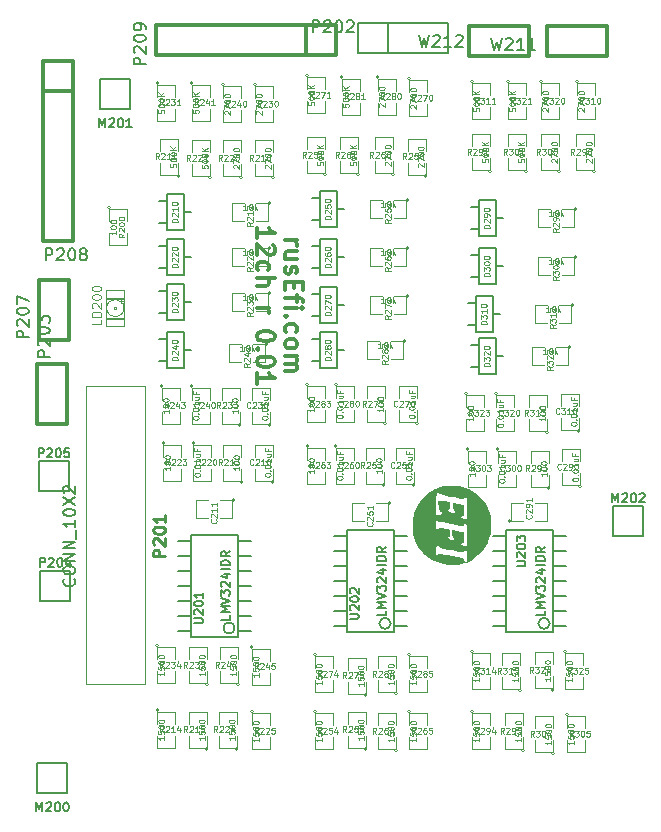
<source format=gto>
G04 (created by PCBNEW (2013-07-07 BZR 4022)-stable) date 22/01/2014 07:55:25*
%MOIN*%
G04 Gerber Fmt 3.4, Leading zero omitted, Abs format*
%FSLAX34Y34*%
G01*
G70*
G90*
G04 APERTURE LIST*
%ADD10C,0.00590551*%
%ADD11C,0.011811*%
%ADD12C,0.006*%
%ADD13C,0.0026*%
%ADD14C,0.004*%
%ADD15C,0.005*%
%ADD16C,0.012*%
%ADD17C,0.0001*%
%ADD18C,0.0039*%
%ADD19C,0.0035*%
%ADD20C,0.008*%
%ADD21C,0.0059*%
%ADD22C,0.0043*%
%ADD23C,0.01*%
G04 APERTURE END LIST*
G54D10*
G54D11*
X56160Y-44645D02*
X56554Y-44645D01*
X56442Y-44645D02*
X56498Y-44673D01*
X56526Y-44701D01*
X56554Y-44758D01*
X56554Y-44814D01*
X56554Y-45264D02*
X56160Y-45264D01*
X56554Y-45011D02*
X56245Y-45011D01*
X56189Y-45039D01*
X56160Y-45095D01*
X56160Y-45179D01*
X56189Y-45236D01*
X56217Y-45264D01*
X56189Y-45517D02*
X56160Y-45573D01*
X56160Y-45686D01*
X56189Y-45742D01*
X56245Y-45770D01*
X56273Y-45770D01*
X56329Y-45742D01*
X56357Y-45686D01*
X56357Y-45601D01*
X56385Y-45545D01*
X56442Y-45517D01*
X56470Y-45517D01*
X56526Y-45545D01*
X56554Y-45601D01*
X56554Y-45686D01*
X56526Y-45742D01*
X56470Y-46023D02*
X56470Y-46220D01*
X56160Y-46304D02*
X56160Y-46023D01*
X56751Y-46023D01*
X56751Y-46304D01*
X56554Y-46473D02*
X56554Y-46698D01*
X56160Y-46557D02*
X56667Y-46557D01*
X56723Y-46585D01*
X56751Y-46642D01*
X56751Y-46698D01*
X56160Y-46895D02*
X56554Y-46895D01*
X56751Y-46895D02*
X56723Y-46867D01*
X56695Y-46895D01*
X56723Y-46923D01*
X56751Y-46895D01*
X56695Y-46895D01*
X56217Y-47176D02*
X56189Y-47204D01*
X56160Y-47176D01*
X56189Y-47148D01*
X56217Y-47176D01*
X56160Y-47176D01*
X56189Y-47710D02*
X56160Y-47654D01*
X56160Y-47542D01*
X56189Y-47485D01*
X56217Y-47457D01*
X56273Y-47429D01*
X56442Y-47429D01*
X56498Y-47457D01*
X56526Y-47485D01*
X56554Y-47542D01*
X56554Y-47654D01*
X56526Y-47710D01*
X56160Y-48048D02*
X56189Y-47992D01*
X56217Y-47963D01*
X56273Y-47935D01*
X56442Y-47935D01*
X56498Y-47963D01*
X56526Y-47992D01*
X56554Y-48048D01*
X56554Y-48132D01*
X56526Y-48188D01*
X56498Y-48217D01*
X56442Y-48245D01*
X56273Y-48245D01*
X56217Y-48217D01*
X56189Y-48188D01*
X56160Y-48132D01*
X56160Y-48048D01*
X56160Y-48498D02*
X56554Y-48498D01*
X56498Y-48498D02*
X56526Y-48526D01*
X56554Y-48582D01*
X56554Y-48666D01*
X56526Y-48723D01*
X56470Y-48751D01*
X56160Y-48751D01*
X56470Y-48751D02*
X56526Y-48779D01*
X56554Y-48835D01*
X56554Y-48920D01*
X56526Y-48976D01*
X56470Y-49004D01*
X56160Y-49004D01*
X55216Y-44575D02*
X55216Y-44237D01*
X55216Y-44406D02*
X55806Y-44406D01*
X55722Y-44350D01*
X55666Y-44294D01*
X55637Y-44237D01*
X55750Y-44800D02*
X55778Y-44828D01*
X55806Y-44884D01*
X55806Y-45025D01*
X55778Y-45081D01*
X55750Y-45109D01*
X55694Y-45137D01*
X55637Y-45137D01*
X55553Y-45109D01*
X55216Y-44772D01*
X55216Y-45137D01*
X55244Y-45643D02*
X55216Y-45587D01*
X55216Y-45475D01*
X55244Y-45418D01*
X55272Y-45390D01*
X55328Y-45362D01*
X55497Y-45362D01*
X55553Y-45390D01*
X55581Y-45418D01*
X55609Y-45475D01*
X55609Y-45587D01*
X55581Y-45643D01*
X55216Y-45896D02*
X55806Y-45896D01*
X55216Y-46150D02*
X55525Y-46150D01*
X55581Y-46121D01*
X55609Y-46065D01*
X55609Y-45981D01*
X55581Y-45925D01*
X55553Y-45896D01*
X55216Y-46881D02*
X55609Y-46881D01*
X55497Y-46881D02*
X55553Y-46909D01*
X55581Y-46937D01*
X55609Y-46993D01*
X55609Y-47049D01*
X55806Y-47809D02*
X55806Y-47865D01*
X55778Y-47921D01*
X55750Y-47949D01*
X55694Y-47977D01*
X55581Y-48006D01*
X55441Y-48006D01*
X55328Y-47977D01*
X55272Y-47949D01*
X55244Y-47921D01*
X55216Y-47865D01*
X55216Y-47809D01*
X55244Y-47753D01*
X55272Y-47724D01*
X55328Y-47696D01*
X55441Y-47668D01*
X55581Y-47668D01*
X55694Y-47696D01*
X55750Y-47724D01*
X55778Y-47753D01*
X55806Y-47809D01*
X55272Y-48259D02*
X55244Y-48287D01*
X55216Y-48259D01*
X55244Y-48231D01*
X55272Y-48259D01*
X55216Y-48259D01*
X55806Y-48652D02*
X55806Y-48709D01*
X55778Y-48765D01*
X55750Y-48793D01*
X55694Y-48821D01*
X55581Y-48849D01*
X55441Y-48849D01*
X55328Y-48821D01*
X55272Y-48793D01*
X55244Y-48765D01*
X55216Y-48709D01*
X55216Y-48652D01*
X55244Y-48596D01*
X55272Y-48568D01*
X55328Y-48540D01*
X55441Y-48512D01*
X55581Y-48512D01*
X55694Y-48540D01*
X55750Y-48568D01*
X55778Y-48596D01*
X55806Y-48652D01*
X55216Y-49412D02*
X55216Y-49074D01*
X55216Y-49243D02*
X55806Y-49243D01*
X55722Y-49187D01*
X55666Y-49130D01*
X55637Y-49074D01*
G54D12*
X68100Y-54500D02*
X67100Y-54500D01*
X67100Y-53500D02*
X68100Y-53500D01*
X67100Y-54500D02*
X67100Y-53500D01*
X68100Y-53500D02*
X68100Y-54500D01*
X51000Y-39250D02*
X51000Y-40250D01*
X50000Y-40250D02*
X50000Y-39250D01*
X51000Y-40250D02*
X50000Y-40250D01*
X50000Y-39250D02*
X51000Y-39250D01*
X48900Y-62050D02*
X48900Y-63050D01*
X47900Y-63050D02*
X47900Y-62050D01*
X48900Y-63050D02*
X47900Y-63050D01*
X47900Y-62050D02*
X48900Y-62050D01*
X58600Y-38400D02*
X58600Y-37400D01*
X58600Y-37400D02*
X61600Y-37400D01*
X61600Y-37400D02*
X61600Y-38400D01*
X61600Y-38400D02*
X58600Y-38400D01*
X59600Y-37400D02*
X59600Y-38400D01*
G54D13*
X50539Y-46939D02*
X50539Y-46861D01*
X50539Y-46861D02*
X50461Y-46861D01*
X50461Y-46939D02*
X50461Y-46861D01*
X50539Y-46939D02*
X50461Y-46939D01*
X50775Y-46723D02*
X50775Y-46586D01*
X50775Y-46586D02*
X50677Y-46586D01*
X50677Y-46723D02*
X50677Y-46586D01*
X50775Y-46723D02*
X50677Y-46723D01*
X50775Y-46586D02*
X50775Y-46546D01*
X50775Y-46546D02*
X50304Y-46546D01*
X50304Y-46586D02*
X50304Y-46546D01*
X50775Y-46586D02*
X50304Y-46586D01*
X50284Y-46586D02*
X50284Y-46546D01*
X50284Y-46546D02*
X50225Y-46546D01*
X50225Y-46586D02*
X50225Y-46546D01*
X50284Y-46586D02*
X50225Y-46586D01*
X50775Y-47254D02*
X50775Y-47214D01*
X50775Y-47214D02*
X50304Y-47214D01*
X50304Y-47254D02*
X50304Y-47214D01*
X50775Y-47254D02*
X50304Y-47254D01*
X50284Y-47254D02*
X50284Y-47214D01*
X50284Y-47214D02*
X50225Y-47214D01*
X50225Y-47254D02*
X50225Y-47214D01*
X50284Y-47254D02*
X50225Y-47254D01*
X50775Y-46723D02*
X50775Y-46664D01*
X50775Y-46664D02*
X50677Y-46664D01*
X50677Y-46723D02*
X50677Y-46664D01*
X50775Y-46723D02*
X50677Y-46723D01*
G54D14*
X50795Y-46290D02*
X50795Y-47510D01*
X50795Y-47510D02*
X50205Y-47510D01*
X50205Y-47510D02*
X50205Y-46290D01*
X50205Y-46290D02*
X50795Y-46290D01*
X50696Y-47115D02*
G75*
G03X50695Y-46683I-196J215D01*
G74*
G01*
X50303Y-47115D02*
G75*
G03X50695Y-47116I196J215D01*
G74*
G01*
X50303Y-46684D02*
G75*
G03X50304Y-47116I196J-215D01*
G74*
G01*
X50696Y-46684D02*
G75*
G03X50304Y-46683I-196J-215D01*
G74*
G01*
G54D15*
X52225Y-47075D02*
X51965Y-47075D01*
X52225Y-46325D02*
X51965Y-46325D01*
X52775Y-46700D02*
X53035Y-46700D01*
X52775Y-46110D02*
X52775Y-47290D01*
X52775Y-47290D02*
X52225Y-47290D01*
X52225Y-47290D02*
X52225Y-46110D01*
X52225Y-46110D02*
X52775Y-46110D01*
X62625Y-45875D02*
X62365Y-45875D01*
X62625Y-45125D02*
X62365Y-45125D01*
X63175Y-45500D02*
X63435Y-45500D01*
X63175Y-44910D02*
X63175Y-46090D01*
X63175Y-46090D02*
X62625Y-46090D01*
X62625Y-46090D02*
X62625Y-44910D01*
X62625Y-44910D02*
X63175Y-44910D01*
X62625Y-44275D02*
X62365Y-44275D01*
X62625Y-43525D02*
X62365Y-43525D01*
X63175Y-43900D02*
X63435Y-43900D01*
X63175Y-43310D02*
X63175Y-44490D01*
X63175Y-44490D02*
X62625Y-44490D01*
X62625Y-44490D02*
X62625Y-43310D01*
X62625Y-43310D02*
X63175Y-43310D01*
X52225Y-45575D02*
X51965Y-45575D01*
X52225Y-44825D02*
X51965Y-44825D01*
X52775Y-45200D02*
X53035Y-45200D01*
X52775Y-44610D02*
X52775Y-45790D01*
X52775Y-45790D02*
X52225Y-45790D01*
X52225Y-45790D02*
X52225Y-44610D01*
X52225Y-44610D02*
X52775Y-44610D01*
X52225Y-48675D02*
X51965Y-48675D01*
X52225Y-47925D02*
X51965Y-47925D01*
X52775Y-48300D02*
X53035Y-48300D01*
X52775Y-47710D02*
X52775Y-48890D01*
X52775Y-48890D02*
X52225Y-48890D01*
X52225Y-48890D02*
X52225Y-47710D01*
X52225Y-47710D02*
X52775Y-47710D01*
X52225Y-44075D02*
X51965Y-44075D01*
X52225Y-43325D02*
X51965Y-43325D01*
X52775Y-43700D02*
X53035Y-43700D01*
X52775Y-43110D02*
X52775Y-44290D01*
X52775Y-44290D02*
X52225Y-44290D01*
X52225Y-44290D02*
X52225Y-43110D01*
X52225Y-43110D02*
X52775Y-43110D01*
G54D16*
X57850Y-37450D02*
X57850Y-38450D01*
X57850Y-38450D02*
X51850Y-38450D01*
X51850Y-38450D02*
X51850Y-37450D01*
X51850Y-37450D02*
X57850Y-37450D01*
X56850Y-37450D02*
X56850Y-38450D01*
G54D15*
X57325Y-45575D02*
X57065Y-45575D01*
X57325Y-44825D02*
X57065Y-44825D01*
X57875Y-45200D02*
X58135Y-45200D01*
X57875Y-44610D02*
X57875Y-45790D01*
X57875Y-45790D02*
X57325Y-45790D01*
X57325Y-45790D02*
X57325Y-44610D01*
X57325Y-44610D02*
X57875Y-44610D01*
X57325Y-43975D02*
X57065Y-43975D01*
X57325Y-43225D02*
X57065Y-43225D01*
X57875Y-43600D02*
X58135Y-43600D01*
X57875Y-43010D02*
X57875Y-44190D01*
X57875Y-44190D02*
X57325Y-44190D01*
X57325Y-44190D02*
X57325Y-43010D01*
X57325Y-43010D02*
X57875Y-43010D01*
X57325Y-48675D02*
X57065Y-48675D01*
X57325Y-47925D02*
X57065Y-47925D01*
X57875Y-48300D02*
X58135Y-48300D01*
X57875Y-47710D02*
X57875Y-48890D01*
X57875Y-48890D02*
X57325Y-48890D01*
X57325Y-48890D02*
X57325Y-47710D01*
X57325Y-47710D02*
X57875Y-47710D01*
X57325Y-47175D02*
X57065Y-47175D01*
X57325Y-46425D02*
X57065Y-46425D01*
X57875Y-46800D02*
X58135Y-46800D01*
X57875Y-46210D02*
X57875Y-47390D01*
X57875Y-47390D02*
X57325Y-47390D01*
X57325Y-47390D02*
X57325Y-46210D01*
X57325Y-46210D02*
X57875Y-46210D01*
X53020Y-57850D02*
X54580Y-57850D01*
X54580Y-57850D02*
X54580Y-54450D01*
X54580Y-54450D02*
X53020Y-54450D01*
X53020Y-54450D02*
X53020Y-57850D01*
X53020Y-57150D02*
X52590Y-57150D01*
X53020Y-56650D02*
X52590Y-56650D01*
X53020Y-56150D02*
X52590Y-56150D01*
X53020Y-57650D02*
X52590Y-57650D01*
X52590Y-55650D02*
X53020Y-55650D01*
X52590Y-55150D02*
X53020Y-55150D01*
X52590Y-54650D02*
X53020Y-54650D01*
X54580Y-54650D02*
X55010Y-54650D01*
X54580Y-55150D02*
X55010Y-55150D01*
X54580Y-57650D02*
X55010Y-57650D01*
X55010Y-57150D02*
X54580Y-57150D01*
X55010Y-55650D02*
X54580Y-55650D01*
X55010Y-56150D02*
X54580Y-56150D01*
X55010Y-56650D02*
X54580Y-56650D01*
X54476Y-57560D02*
G75*
G03X54476Y-57560I-186J0D01*
G74*
G01*
X58220Y-57700D02*
X59780Y-57700D01*
X59780Y-57700D02*
X59780Y-54300D01*
X59780Y-54300D02*
X58220Y-54300D01*
X58220Y-54300D02*
X58220Y-57700D01*
X58220Y-57000D02*
X57790Y-57000D01*
X58220Y-56500D02*
X57790Y-56500D01*
X58220Y-56000D02*
X57790Y-56000D01*
X58220Y-57500D02*
X57790Y-57500D01*
X57790Y-55500D02*
X58220Y-55500D01*
X57790Y-55000D02*
X58220Y-55000D01*
X57790Y-54500D02*
X58220Y-54500D01*
X59780Y-54500D02*
X60210Y-54500D01*
X59780Y-55000D02*
X60210Y-55000D01*
X59780Y-57500D02*
X60210Y-57500D01*
X60210Y-57000D02*
X59780Y-57000D01*
X60210Y-55500D02*
X59780Y-55500D01*
X60210Y-56000D02*
X59780Y-56000D01*
X60210Y-56500D02*
X59780Y-56500D01*
X59676Y-57410D02*
G75*
G03X59676Y-57410I-186J0D01*
G74*
G01*
X63520Y-57700D02*
X65080Y-57700D01*
X65080Y-57700D02*
X65080Y-54300D01*
X65080Y-54300D02*
X63520Y-54300D01*
X63520Y-54300D02*
X63520Y-57700D01*
X63520Y-57000D02*
X63090Y-57000D01*
X63520Y-56500D02*
X63090Y-56500D01*
X63520Y-56000D02*
X63090Y-56000D01*
X63520Y-57500D02*
X63090Y-57500D01*
X63090Y-55500D02*
X63520Y-55500D01*
X63090Y-55000D02*
X63520Y-55000D01*
X63090Y-54500D02*
X63520Y-54500D01*
X65080Y-54500D02*
X65510Y-54500D01*
X65080Y-55000D02*
X65510Y-55000D01*
X65080Y-57500D02*
X65510Y-57500D01*
X65510Y-57000D02*
X65080Y-57000D01*
X65510Y-55500D02*
X65080Y-55500D01*
X65510Y-56000D02*
X65080Y-56000D01*
X65510Y-56500D02*
X65080Y-56500D01*
X64976Y-57410D02*
G75*
G03X64976Y-57410I-186J0D01*
G74*
G01*
X62525Y-47475D02*
X62265Y-47475D01*
X62525Y-46725D02*
X62265Y-46725D01*
X63075Y-47100D02*
X63335Y-47100D01*
X63075Y-46510D02*
X63075Y-47690D01*
X63075Y-47690D02*
X62525Y-47690D01*
X62525Y-47690D02*
X62525Y-46510D01*
X62525Y-46510D02*
X63075Y-46510D01*
X62625Y-48875D02*
X62365Y-48875D01*
X62625Y-48125D02*
X62365Y-48125D01*
X63175Y-48500D02*
X63435Y-48500D01*
X63175Y-47910D02*
X63175Y-49090D01*
X63175Y-49090D02*
X62625Y-49090D01*
X62625Y-49090D02*
X62625Y-47910D01*
X62625Y-47910D02*
X63175Y-47910D01*
G54D12*
X49000Y-56650D02*
X48000Y-56650D01*
X48000Y-55650D02*
X49000Y-55650D01*
X48000Y-56650D02*
X48000Y-55650D01*
X49000Y-55650D02*
X49000Y-56650D01*
X48950Y-53000D02*
X47950Y-53000D01*
X47950Y-52000D02*
X48950Y-52000D01*
X47950Y-53000D02*
X47950Y-52000D01*
X48950Y-52000D02*
X48950Y-53000D01*
G54D16*
X48100Y-38650D02*
X49100Y-38650D01*
X49100Y-38650D02*
X49100Y-44650D01*
X49100Y-44650D02*
X48100Y-44650D01*
X48100Y-44650D02*
X48100Y-38650D01*
X48100Y-39650D02*
X49100Y-39650D01*
X47900Y-48750D02*
X48900Y-48750D01*
X48900Y-48750D02*
X48900Y-50750D01*
X48900Y-50750D02*
X47900Y-50750D01*
X47900Y-50750D02*
X47900Y-48750D01*
X47950Y-45950D02*
X48950Y-45950D01*
X48950Y-45950D02*
X48950Y-47950D01*
X48950Y-47950D02*
X47950Y-47950D01*
X47950Y-47950D02*
X47950Y-45950D01*
X62300Y-38500D02*
X62300Y-37500D01*
X62300Y-37500D02*
X64300Y-37500D01*
X64300Y-37500D02*
X64300Y-38500D01*
X64300Y-38500D02*
X62300Y-38500D01*
X64900Y-38500D02*
X64900Y-37500D01*
X64900Y-37500D02*
X66900Y-37500D01*
X66900Y-37500D02*
X66900Y-38500D01*
X66900Y-38500D02*
X64900Y-38500D01*
G54D17*
G36*
X61856Y-55470D02*
X61582Y-55469D01*
X61310Y-55408D01*
X61053Y-55290D01*
X60826Y-55121D01*
X60764Y-55061D01*
X60600Y-54859D01*
X60491Y-54652D01*
X60430Y-54421D01*
X60411Y-54200D01*
X60413Y-53966D01*
X60440Y-53785D01*
X60454Y-53734D01*
X60573Y-53467D01*
X60748Y-53236D01*
X60979Y-53040D01*
X61170Y-52926D01*
X61256Y-52884D01*
X61334Y-52857D01*
X61421Y-52842D01*
X61535Y-52835D01*
X61696Y-52833D01*
X61717Y-52833D01*
X61884Y-52835D01*
X62004Y-52841D01*
X62095Y-52856D01*
X62177Y-52882D01*
X62268Y-52923D01*
X62278Y-52929D01*
X62486Y-53060D01*
X62682Y-53238D01*
X62844Y-53442D01*
X62918Y-53569D01*
X62961Y-53663D01*
X62990Y-53744D01*
X63006Y-53833D01*
X63014Y-53947D01*
X63016Y-54107D01*
X63016Y-54134D01*
X63015Y-54299D01*
X63009Y-54418D01*
X62995Y-54508D01*
X62969Y-54590D01*
X62927Y-54683D01*
X62910Y-54717D01*
X62777Y-54928D01*
X62601Y-55126D01*
X62402Y-55287D01*
X62358Y-55314D01*
X62233Y-55389D01*
X62233Y-55189D01*
X62228Y-55066D01*
X62210Y-54996D01*
X62184Y-54971D01*
X62141Y-54977D01*
X62134Y-55005D01*
X62117Y-55041D01*
X62057Y-55042D01*
X62042Y-55039D01*
X61970Y-55025D01*
X61852Y-55004D01*
X61707Y-54977D01*
X61620Y-54962D01*
X61462Y-54931D01*
X61359Y-54904D01*
X61300Y-54877D01*
X61276Y-54847D01*
X61275Y-54843D01*
X61273Y-54838D01*
X62233Y-54838D01*
X62233Y-54461D01*
X62232Y-54294D01*
X62227Y-54183D01*
X62217Y-54118D01*
X62201Y-54089D01*
X62183Y-54083D01*
X62139Y-54110D01*
X62133Y-54133D01*
X62135Y-54156D01*
X62132Y-54171D01*
X62115Y-54177D01*
X62074Y-54174D01*
X61997Y-54160D01*
X61876Y-54136D01*
X61700Y-54100D01*
X61544Y-54068D01*
X61413Y-54042D01*
X61321Y-54024D01*
X61280Y-54017D01*
X61279Y-54017D01*
X61268Y-53989D01*
X61267Y-53967D01*
X61256Y-53938D01*
X62233Y-53938D01*
X62233Y-53561D01*
X62232Y-53394D01*
X62227Y-53283D01*
X62217Y-53218D01*
X62201Y-53189D01*
X62183Y-53183D01*
X62140Y-53210D01*
X62133Y-53235D01*
X62111Y-53273D01*
X62075Y-53271D01*
X62020Y-53258D01*
X61915Y-53235D01*
X61777Y-53207D01*
X61642Y-53180D01*
X61454Y-53140D01*
X61330Y-53104D01*
X61272Y-53074D01*
X61267Y-53064D01*
X61244Y-53009D01*
X61233Y-53000D01*
X61218Y-53022D01*
X61207Y-53107D01*
X61201Y-53253D01*
X61200Y-53381D01*
X61200Y-53783D01*
X61300Y-53783D01*
X61380Y-53768D01*
X61400Y-53733D01*
X61375Y-53689D01*
X61353Y-53683D01*
X61326Y-53654D01*
X61299Y-53581D01*
X61278Y-53489D01*
X61267Y-53400D01*
X61272Y-53338D01*
X61279Y-53327D01*
X61319Y-53321D01*
X61405Y-53324D01*
X61482Y-53332D01*
X61667Y-53355D01*
X61667Y-53486D01*
X61659Y-53568D01*
X61638Y-53614D01*
X61631Y-53617D01*
X61598Y-53630D01*
X61612Y-53660D01*
X61659Y-53695D01*
X61727Y-53720D01*
X61728Y-53720D01*
X61804Y-53727D01*
X61833Y-53705D01*
X61833Y-53696D01*
X61814Y-53654D01*
X61800Y-53650D01*
X61779Y-53620D01*
X61767Y-53547D01*
X61767Y-53522D01*
X61767Y-53395D01*
X61950Y-53428D01*
X62134Y-53461D01*
X62133Y-53659D01*
X62131Y-53770D01*
X62120Y-53827D01*
X62097Y-53841D01*
X62083Y-53838D01*
X62040Y-53842D01*
X62033Y-53864D01*
X62063Y-53900D01*
X62132Y-53923D01*
X62133Y-53924D01*
X62233Y-53938D01*
X61256Y-53938D01*
X61249Y-53922D01*
X61233Y-53917D01*
X61216Y-53947D01*
X61204Y-54026D01*
X61200Y-54117D01*
X61205Y-54223D01*
X61218Y-54295D01*
X61233Y-54317D01*
X61262Y-54289D01*
X61267Y-54263D01*
X61277Y-54231D01*
X61319Y-54221D01*
X61408Y-54230D01*
X61421Y-54232D01*
X61524Y-54250D01*
X61602Y-54267D01*
X61621Y-54273D01*
X61649Y-54311D01*
X61665Y-54380D01*
X61665Y-54455D01*
X61650Y-54507D01*
X61633Y-54517D01*
X61598Y-54533D01*
X61605Y-54570D01*
X61646Y-54609D01*
X61692Y-54626D01*
X61776Y-54634D01*
X61800Y-54614D01*
X61773Y-54576D01*
X61746Y-54517D01*
X61734Y-54429D01*
X61733Y-54422D01*
X61733Y-54308D01*
X61907Y-54331D01*
X62010Y-54347D01*
X62085Y-54363D01*
X62107Y-54370D01*
X62121Y-54410D01*
X62131Y-54496D01*
X62133Y-54572D01*
X62130Y-54678D01*
X62118Y-54730D01*
X62094Y-54741D01*
X62084Y-54738D01*
X62040Y-54742D01*
X62033Y-54764D01*
X62063Y-54800D01*
X62132Y-54823D01*
X62133Y-54824D01*
X62233Y-54838D01*
X61273Y-54838D01*
X61251Y-54786D01*
X61228Y-54789D01*
X61210Y-54844D01*
X61201Y-54945D01*
X61200Y-54983D01*
X61205Y-55090D01*
X61218Y-55162D01*
X61233Y-55183D01*
X61263Y-55156D01*
X61267Y-55133D01*
X61269Y-55109D01*
X61281Y-55094D01*
X61313Y-55090D01*
X61376Y-55096D01*
X61479Y-55113D01*
X61632Y-55143D01*
X61732Y-55163D01*
X61922Y-55204D01*
X62052Y-55242D01*
X62119Y-55274D01*
X62128Y-55286D01*
X62165Y-55344D01*
X62179Y-55356D01*
X62182Y-55381D01*
X62130Y-55410D01*
X62035Y-55439D01*
X61910Y-55463D01*
X61856Y-55470D01*
X61856Y-55470D01*
X61856Y-55470D01*
G37*
G54D18*
X54500Y-53300D02*
G75*
G03X54500Y-53300I-50J0D01*
G74*
G01*
X54000Y-53300D02*
X54400Y-53300D01*
X54400Y-53300D02*
X54400Y-53900D01*
X54400Y-53900D02*
X54000Y-53900D01*
X53600Y-53900D02*
X53200Y-53900D01*
X53200Y-53900D02*
X53200Y-53300D01*
X53200Y-53300D02*
X53600Y-53300D01*
X63700Y-54000D02*
G75*
G03X63700Y-54000I-50J0D01*
G74*
G01*
X64100Y-54000D02*
X63700Y-54000D01*
X63700Y-54000D02*
X63700Y-53400D01*
X63700Y-53400D02*
X64100Y-53400D01*
X64500Y-53400D02*
X64900Y-53400D01*
X64900Y-53400D02*
X64900Y-54000D01*
X64900Y-54000D02*
X64500Y-54000D01*
X59700Y-53400D02*
G75*
G03X59700Y-53400I-50J0D01*
G74*
G01*
X59200Y-53400D02*
X59600Y-53400D01*
X59600Y-53400D02*
X59600Y-54000D01*
X59600Y-54000D02*
X59200Y-54000D01*
X58800Y-54000D02*
X58400Y-54000D01*
X58400Y-54000D02*
X58400Y-53400D01*
X58400Y-53400D02*
X58800Y-53400D01*
X53600Y-61600D02*
G75*
G03X53600Y-61600I-50J0D01*
G74*
G01*
X53550Y-61150D02*
X53550Y-61550D01*
X53550Y-61550D02*
X52950Y-61550D01*
X52950Y-61550D02*
X52950Y-61150D01*
X52950Y-60750D02*
X52950Y-60350D01*
X52950Y-60350D02*
X53550Y-60350D01*
X53550Y-60350D02*
X53550Y-60750D01*
X51950Y-60300D02*
G75*
G03X51950Y-60300I-50J0D01*
G74*
G01*
X51900Y-60750D02*
X51900Y-60350D01*
X51900Y-60350D02*
X52500Y-60350D01*
X52500Y-60350D02*
X52500Y-60750D01*
X52500Y-61150D02*
X52500Y-61550D01*
X52500Y-61550D02*
X51900Y-61550D01*
X51900Y-61550D02*
X51900Y-61150D01*
X52650Y-42500D02*
G75*
G03X52650Y-42500I-50J0D01*
G74*
G01*
X52600Y-42050D02*
X52600Y-42450D01*
X52600Y-42450D02*
X52000Y-42450D01*
X52000Y-42450D02*
X52000Y-42050D01*
X52000Y-41650D02*
X52000Y-41250D01*
X52000Y-41250D02*
X52600Y-41250D01*
X52600Y-41250D02*
X52600Y-41650D01*
X55100Y-60350D02*
G75*
G03X55100Y-60350I-50J0D01*
G74*
G01*
X55050Y-60800D02*
X55050Y-60400D01*
X55050Y-60400D02*
X55650Y-60400D01*
X55650Y-60400D02*
X55650Y-60800D01*
X55650Y-61200D02*
X55650Y-61600D01*
X55650Y-61600D02*
X55050Y-61600D01*
X55050Y-61600D02*
X55050Y-61200D01*
X54600Y-61600D02*
G75*
G03X54600Y-61600I-50J0D01*
G74*
G01*
X54550Y-61150D02*
X54550Y-61550D01*
X54550Y-61550D02*
X53950Y-61550D01*
X53950Y-61550D02*
X53950Y-61150D01*
X53950Y-60750D02*
X53950Y-60350D01*
X53950Y-60350D02*
X54550Y-60350D01*
X54550Y-60350D02*
X54550Y-60750D01*
X53700Y-42550D02*
G75*
G03X53700Y-42550I-50J0D01*
G74*
G01*
X53650Y-42100D02*
X53650Y-42500D01*
X53650Y-42500D02*
X53050Y-42500D01*
X53050Y-42500D02*
X53050Y-42100D01*
X53050Y-41700D02*
X53050Y-41300D01*
X53050Y-41300D02*
X53650Y-41300D01*
X53650Y-41300D02*
X53650Y-41700D01*
X53600Y-59450D02*
G75*
G03X53600Y-59450I-50J0D01*
G74*
G01*
X53550Y-59000D02*
X53550Y-59400D01*
X53550Y-59400D02*
X52950Y-59400D01*
X52950Y-59400D02*
X52950Y-59000D01*
X52950Y-58600D02*
X52950Y-58200D01*
X52950Y-58200D02*
X53550Y-58200D01*
X53550Y-58200D02*
X53550Y-58600D01*
X51950Y-58150D02*
G75*
G03X51950Y-58150I-50J0D01*
G74*
G01*
X51900Y-58600D02*
X51900Y-58200D01*
X51900Y-58200D02*
X52500Y-58200D01*
X52500Y-58200D02*
X52500Y-58600D01*
X52500Y-59000D02*
X52500Y-59400D01*
X52500Y-59400D02*
X51900Y-59400D01*
X51900Y-59400D02*
X51900Y-59000D01*
X51950Y-39400D02*
G75*
G03X51950Y-39400I-50J0D01*
G74*
G01*
X51900Y-39850D02*
X51900Y-39450D01*
X51900Y-39450D02*
X52500Y-39450D01*
X52500Y-39450D02*
X52500Y-39850D01*
X52500Y-40250D02*
X52500Y-40650D01*
X52500Y-40650D02*
X51900Y-40650D01*
X51900Y-40650D02*
X51900Y-40250D01*
X53100Y-39400D02*
G75*
G03X53100Y-39400I-50J0D01*
G74*
G01*
X53050Y-39850D02*
X53050Y-39450D01*
X53050Y-39450D02*
X53650Y-39450D01*
X53650Y-39450D02*
X53650Y-39850D01*
X53650Y-40250D02*
X53650Y-40650D01*
X53650Y-40650D02*
X53050Y-40650D01*
X53050Y-40650D02*
X53050Y-40250D01*
X54650Y-59450D02*
G75*
G03X54650Y-59450I-50J0D01*
G74*
G01*
X54600Y-59000D02*
X54600Y-59400D01*
X54600Y-59400D02*
X54000Y-59400D01*
X54000Y-59400D02*
X54000Y-59000D01*
X54000Y-58600D02*
X54000Y-58200D01*
X54000Y-58200D02*
X54600Y-58200D01*
X54600Y-58200D02*
X54600Y-58600D01*
X55100Y-58200D02*
G75*
G03X55100Y-58200I-50J0D01*
G74*
G01*
X55050Y-58650D02*
X55050Y-58250D01*
X55050Y-58250D02*
X55650Y-58250D01*
X55650Y-58250D02*
X55650Y-58650D01*
X55650Y-59050D02*
X55650Y-59450D01*
X55650Y-59450D02*
X55050Y-59450D01*
X55050Y-59450D02*
X55050Y-59050D01*
X54750Y-52700D02*
G75*
G03X54750Y-52700I-50J0D01*
G74*
G01*
X54700Y-52250D02*
X54700Y-52650D01*
X54700Y-52650D02*
X54100Y-52650D01*
X54100Y-52650D02*
X54100Y-52250D01*
X54100Y-51850D02*
X54100Y-51450D01*
X54100Y-51450D02*
X54700Y-51450D01*
X54700Y-51450D02*
X54700Y-51850D01*
X55800Y-42550D02*
G75*
G03X55800Y-42550I-50J0D01*
G74*
G01*
X55750Y-42100D02*
X55750Y-42500D01*
X55750Y-42500D02*
X55150Y-42500D01*
X55150Y-42500D02*
X55150Y-42100D01*
X55150Y-41700D02*
X55150Y-41300D01*
X55150Y-41300D02*
X55750Y-41300D01*
X55750Y-41300D02*
X55750Y-41700D01*
X53150Y-51400D02*
G75*
G03X53150Y-51400I-50J0D01*
G74*
G01*
X53100Y-51850D02*
X53100Y-51450D01*
X53100Y-51450D02*
X53700Y-51450D01*
X53700Y-51450D02*
X53700Y-51850D01*
X53700Y-52250D02*
X53700Y-52650D01*
X53700Y-52650D02*
X53100Y-52650D01*
X53100Y-52650D02*
X53100Y-52250D01*
X55800Y-52700D02*
G75*
G03X55800Y-52700I-50J0D01*
G74*
G01*
X55750Y-52250D02*
X55750Y-52650D01*
X55750Y-52650D02*
X55150Y-52650D01*
X55150Y-52650D02*
X55150Y-52250D01*
X55150Y-51850D02*
X55150Y-51450D01*
X55150Y-51450D02*
X55750Y-51450D01*
X55750Y-51450D02*
X55750Y-51850D01*
X52150Y-51400D02*
G75*
G03X52150Y-51400I-50J0D01*
G74*
G01*
X52100Y-51850D02*
X52100Y-51450D01*
X52100Y-51450D02*
X52700Y-51450D01*
X52700Y-51450D02*
X52700Y-51850D01*
X52700Y-52250D02*
X52700Y-52650D01*
X52700Y-52650D02*
X52100Y-52650D01*
X52100Y-52650D02*
X52100Y-52250D01*
X54750Y-42550D02*
G75*
G03X54750Y-42550I-50J0D01*
G74*
G01*
X54700Y-42100D02*
X54700Y-42500D01*
X54700Y-42500D02*
X54100Y-42500D01*
X54100Y-42500D02*
X54100Y-42100D01*
X54100Y-41700D02*
X54100Y-41300D01*
X54100Y-41300D02*
X54700Y-41300D01*
X54700Y-41300D02*
X54700Y-41700D01*
X54700Y-50800D02*
G75*
G03X54700Y-50800I-50J0D01*
G74*
G01*
X54650Y-50350D02*
X54650Y-50750D01*
X54650Y-50750D02*
X54050Y-50750D01*
X54050Y-50750D02*
X54050Y-50350D01*
X54050Y-49950D02*
X54050Y-49550D01*
X54050Y-49550D02*
X54650Y-49550D01*
X54650Y-49550D02*
X54650Y-49950D01*
X55200Y-39450D02*
G75*
G03X55200Y-39450I-50J0D01*
G74*
G01*
X55150Y-39900D02*
X55150Y-39500D01*
X55150Y-39500D02*
X55750Y-39500D01*
X55750Y-39500D02*
X55750Y-39900D01*
X55750Y-40300D02*
X55750Y-40700D01*
X55750Y-40700D02*
X55150Y-40700D01*
X55150Y-40700D02*
X55150Y-40300D01*
X52100Y-49500D02*
G75*
G03X52100Y-49500I-50J0D01*
G74*
G01*
X52050Y-49950D02*
X52050Y-49550D01*
X52050Y-49550D02*
X52650Y-49550D01*
X52650Y-49550D02*
X52650Y-49950D01*
X52650Y-50350D02*
X52650Y-50750D01*
X52650Y-50750D02*
X52050Y-50750D01*
X52050Y-50750D02*
X52050Y-50350D01*
X54150Y-39450D02*
G75*
G03X54150Y-39450I-50J0D01*
G74*
G01*
X54100Y-39900D02*
X54100Y-39500D01*
X54100Y-39500D02*
X54700Y-39500D01*
X54700Y-39500D02*
X54700Y-39900D01*
X54700Y-40300D02*
X54700Y-40700D01*
X54700Y-40700D02*
X54100Y-40700D01*
X54100Y-40700D02*
X54100Y-40300D01*
X58900Y-61600D02*
G75*
G03X58900Y-61600I-50J0D01*
G74*
G01*
X58850Y-61150D02*
X58850Y-61550D01*
X58850Y-61550D02*
X58250Y-61550D01*
X58250Y-61550D02*
X58250Y-61150D01*
X58250Y-60750D02*
X58250Y-60350D01*
X58250Y-60350D02*
X58850Y-60350D01*
X58850Y-60350D02*
X58850Y-60750D01*
X59800Y-42450D02*
G75*
G03X59800Y-42450I-50J0D01*
G74*
G01*
X59750Y-42000D02*
X59750Y-42400D01*
X59750Y-42400D02*
X59150Y-42400D01*
X59150Y-42400D02*
X59150Y-42000D01*
X59150Y-41600D02*
X59150Y-41200D01*
X59150Y-41200D02*
X59750Y-41200D01*
X59750Y-41200D02*
X59750Y-41600D01*
X56950Y-51500D02*
G75*
G03X56950Y-51500I-50J0D01*
G74*
G01*
X56900Y-51950D02*
X56900Y-51550D01*
X56900Y-51550D02*
X57500Y-51550D01*
X57500Y-51550D02*
X57500Y-51950D01*
X57500Y-52350D02*
X57500Y-52750D01*
X57500Y-52750D02*
X56900Y-52750D01*
X56900Y-52750D02*
X56900Y-52350D01*
X60900Y-42500D02*
G75*
G03X60900Y-42500I-50J0D01*
G74*
G01*
X60850Y-42050D02*
X60850Y-42450D01*
X60850Y-42450D02*
X60250Y-42450D01*
X60250Y-42450D02*
X60250Y-42050D01*
X60250Y-41650D02*
X60250Y-41250D01*
X60250Y-41250D02*
X60850Y-41250D01*
X60850Y-41250D02*
X60850Y-41650D01*
X59500Y-52800D02*
G75*
G03X59500Y-52800I-50J0D01*
G74*
G01*
X59450Y-52350D02*
X59450Y-52750D01*
X59450Y-52750D02*
X58850Y-52750D01*
X58850Y-52750D02*
X58850Y-52350D01*
X58850Y-51950D02*
X58850Y-51550D01*
X58850Y-51550D02*
X59450Y-51550D01*
X59450Y-51550D02*
X59450Y-51950D01*
X55700Y-44900D02*
G75*
G03X55700Y-44900I-50J0D01*
G74*
G01*
X55200Y-44900D02*
X55600Y-44900D01*
X55600Y-44900D02*
X55600Y-45500D01*
X55600Y-45500D02*
X55200Y-45500D01*
X54800Y-45500D02*
X54400Y-45500D01*
X54400Y-45500D02*
X54400Y-44900D01*
X54400Y-44900D02*
X54800Y-44900D01*
X55700Y-43400D02*
G75*
G03X55700Y-43400I-50J0D01*
G74*
G01*
X55200Y-43400D02*
X55600Y-43400D01*
X55600Y-43400D02*
X55600Y-44000D01*
X55600Y-44000D02*
X55200Y-44000D01*
X54800Y-44000D02*
X54400Y-44000D01*
X54400Y-44000D02*
X54400Y-43400D01*
X54400Y-43400D02*
X54800Y-43400D01*
X57550Y-42450D02*
G75*
G03X57550Y-42450I-50J0D01*
G74*
G01*
X57500Y-42000D02*
X57500Y-42400D01*
X57500Y-42400D02*
X56900Y-42400D01*
X56900Y-42400D02*
X56900Y-42000D01*
X56900Y-41600D02*
X56900Y-41200D01*
X56900Y-41200D02*
X57500Y-41200D01*
X57500Y-41200D02*
X57500Y-41600D01*
X57200Y-60350D02*
G75*
G03X57200Y-60350I-50J0D01*
G74*
G01*
X57150Y-60800D02*
X57150Y-60400D01*
X57150Y-60400D02*
X57750Y-60400D01*
X57750Y-60400D02*
X57750Y-60800D01*
X57750Y-61200D02*
X57750Y-61600D01*
X57750Y-61600D02*
X57150Y-61600D01*
X57150Y-61600D02*
X57150Y-61200D01*
X50350Y-43550D02*
G75*
G03X50350Y-43550I-50J0D01*
G74*
G01*
X50300Y-44000D02*
X50300Y-43600D01*
X50300Y-43600D02*
X50900Y-43600D01*
X50900Y-43600D02*
X50900Y-44000D01*
X50900Y-44400D02*
X50900Y-44800D01*
X50900Y-44800D02*
X50300Y-44800D01*
X50300Y-44800D02*
X50300Y-44400D01*
X64150Y-61650D02*
G75*
G03X64150Y-61650I-50J0D01*
G74*
G01*
X64100Y-61200D02*
X64100Y-61600D01*
X64100Y-61600D02*
X63500Y-61600D01*
X63500Y-61600D02*
X63500Y-61200D01*
X63500Y-60800D02*
X63500Y-60400D01*
X63500Y-60400D02*
X64100Y-60400D01*
X64100Y-60400D02*
X64100Y-60800D01*
X62450Y-60350D02*
G75*
G03X62450Y-60350I-50J0D01*
G74*
G01*
X62400Y-60800D02*
X62400Y-60400D01*
X62400Y-60400D02*
X63000Y-60400D01*
X63000Y-60400D02*
X63000Y-60800D01*
X63000Y-61200D02*
X63000Y-61600D01*
X63000Y-61600D02*
X62400Y-61600D01*
X62400Y-61600D02*
X62400Y-61200D01*
X63050Y-42350D02*
G75*
G03X63050Y-42350I-50J0D01*
G74*
G01*
X63000Y-41900D02*
X63000Y-42300D01*
X63000Y-42300D02*
X62400Y-42300D01*
X62400Y-42300D02*
X62400Y-41900D01*
X62400Y-41500D02*
X62400Y-41100D01*
X62400Y-41100D02*
X63000Y-41100D01*
X63000Y-41100D02*
X63000Y-41500D01*
X64250Y-42350D02*
G75*
G03X64250Y-42350I-50J0D01*
G74*
G01*
X64200Y-41900D02*
X64200Y-42300D01*
X64200Y-42300D02*
X63600Y-42300D01*
X63600Y-42300D02*
X63600Y-41900D01*
X63600Y-41500D02*
X63600Y-41100D01*
X63600Y-41100D02*
X64200Y-41100D01*
X64200Y-41100D02*
X64200Y-41500D01*
X65150Y-61750D02*
G75*
G03X65150Y-61750I-50J0D01*
G74*
G01*
X65100Y-61300D02*
X65100Y-61700D01*
X65100Y-61700D02*
X64500Y-61700D01*
X64500Y-61700D02*
X64500Y-61300D01*
X64500Y-60900D02*
X64500Y-60500D01*
X64500Y-60500D02*
X65100Y-60500D01*
X65100Y-60500D02*
X65100Y-60900D01*
X65600Y-60450D02*
G75*
G03X65600Y-60450I-50J0D01*
G74*
G01*
X65550Y-60900D02*
X65550Y-60500D01*
X65550Y-60500D02*
X66150Y-60500D01*
X66150Y-60500D02*
X66150Y-60900D01*
X66150Y-61300D02*
X66150Y-61700D01*
X66150Y-61700D02*
X65550Y-61700D01*
X65550Y-61700D02*
X65550Y-61300D01*
X65000Y-52900D02*
G75*
G03X65000Y-52900I-50J0D01*
G74*
G01*
X64950Y-52450D02*
X64950Y-52850D01*
X64950Y-52850D02*
X64350Y-52850D01*
X64350Y-52850D02*
X64350Y-52450D01*
X64350Y-52050D02*
X64350Y-51650D01*
X64350Y-51650D02*
X64950Y-51650D01*
X64950Y-51650D02*
X64950Y-52050D01*
X66050Y-52850D02*
G75*
G03X66050Y-52850I-50J0D01*
G74*
G01*
X66000Y-52400D02*
X66000Y-52800D01*
X66000Y-52800D02*
X65400Y-52800D01*
X65400Y-52800D02*
X65400Y-52400D01*
X65400Y-52000D02*
X65400Y-51600D01*
X65400Y-51600D02*
X66000Y-51600D01*
X66000Y-51600D02*
X66000Y-52000D01*
X66500Y-42350D02*
G75*
G03X66500Y-42350I-50J0D01*
G74*
G01*
X66450Y-41900D02*
X66450Y-42300D01*
X66450Y-42300D02*
X65850Y-42300D01*
X65850Y-42300D02*
X65850Y-41900D01*
X65850Y-41500D02*
X65850Y-41100D01*
X65850Y-41100D02*
X66450Y-41100D01*
X66450Y-41100D02*
X66450Y-41500D01*
X62300Y-51600D02*
G75*
G03X62300Y-51600I-50J0D01*
G74*
G01*
X62250Y-52050D02*
X62250Y-51650D01*
X62250Y-51650D02*
X62850Y-51650D01*
X62850Y-51650D02*
X62850Y-52050D01*
X62850Y-52450D02*
X62850Y-52850D01*
X62850Y-52850D02*
X62250Y-52850D01*
X62250Y-52850D02*
X62250Y-52450D01*
X63300Y-51600D02*
G75*
G03X63300Y-51600I-50J0D01*
G74*
G01*
X63250Y-52050D02*
X63250Y-51650D01*
X63250Y-51650D02*
X63850Y-51650D01*
X63850Y-51650D02*
X63850Y-52050D01*
X63850Y-52450D02*
X63850Y-52850D01*
X63850Y-52850D02*
X63250Y-52850D01*
X63250Y-52850D02*
X63250Y-52450D01*
X65350Y-42350D02*
G75*
G03X65350Y-42350I-50J0D01*
G74*
G01*
X65300Y-41900D02*
X65300Y-42300D01*
X65300Y-42300D02*
X64700Y-42300D01*
X64700Y-42300D02*
X64700Y-41900D01*
X64700Y-41500D02*
X64700Y-41100D01*
X64700Y-41100D02*
X65300Y-41100D01*
X65300Y-41100D02*
X65300Y-41500D01*
X55700Y-50800D02*
G75*
G03X55700Y-50800I-50J0D01*
G74*
G01*
X55650Y-50350D02*
X55650Y-50750D01*
X55650Y-50750D02*
X55050Y-50750D01*
X55050Y-50750D02*
X55050Y-50350D01*
X55050Y-49950D02*
X55050Y-49550D01*
X55050Y-49550D02*
X55650Y-49550D01*
X55650Y-49550D02*
X55650Y-49950D01*
X53100Y-49500D02*
G75*
G03X53100Y-49500I-50J0D01*
G74*
G01*
X53050Y-49950D02*
X53050Y-49550D01*
X53050Y-49550D02*
X53650Y-49550D01*
X53650Y-49550D02*
X53650Y-49950D01*
X53650Y-50350D02*
X53650Y-50750D01*
X53650Y-50750D02*
X53050Y-50750D01*
X53050Y-50750D02*
X53050Y-50350D01*
X60500Y-52800D02*
G75*
G03X60500Y-52800I-50J0D01*
G74*
G01*
X60450Y-52350D02*
X60450Y-52750D01*
X60450Y-52750D02*
X59850Y-52750D01*
X59850Y-52750D02*
X59850Y-52350D01*
X59850Y-51950D02*
X59850Y-51550D01*
X59850Y-51550D02*
X60450Y-51550D01*
X60450Y-51550D02*
X60450Y-51950D01*
X57900Y-51500D02*
G75*
G03X57900Y-51500I-50J0D01*
G74*
G01*
X57850Y-51950D02*
X57850Y-51550D01*
X57850Y-51550D02*
X58450Y-51550D01*
X58450Y-51550D02*
X58450Y-51950D01*
X58450Y-52350D02*
X58450Y-52750D01*
X58450Y-52750D02*
X57850Y-52750D01*
X57850Y-52750D02*
X57850Y-52350D01*
X58650Y-42450D02*
G75*
G03X58650Y-42450I-50J0D01*
G74*
G01*
X58600Y-42000D02*
X58600Y-42400D01*
X58600Y-42400D02*
X58000Y-42400D01*
X58000Y-42400D02*
X58000Y-42000D01*
X58000Y-41600D02*
X58000Y-41200D01*
X58000Y-41200D02*
X58600Y-41200D01*
X58600Y-41200D02*
X58600Y-41600D01*
X57900Y-49450D02*
G75*
G03X57900Y-49450I-50J0D01*
G74*
G01*
X57850Y-49900D02*
X57850Y-49500D01*
X57850Y-49500D02*
X58450Y-49500D01*
X58450Y-49500D02*
X58450Y-49900D01*
X58450Y-50300D02*
X58450Y-50700D01*
X58450Y-50700D02*
X57850Y-50700D01*
X57850Y-50700D02*
X57850Y-50300D01*
X60600Y-50750D02*
G75*
G03X60600Y-50750I-50J0D01*
G74*
G01*
X60550Y-50300D02*
X60550Y-50700D01*
X60550Y-50700D02*
X59950Y-50700D01*
X59950Y-50700D02*
X59950Y-50300D01*
X59950Y-49900D02*
X59950Y-49500D01*
X59950Y-49500D02*
X60550Y-49500D01*
X60550Y-49500D02*
X60550Y-49900D01*
X57200Y-58450D02*
G75*
G03X57200Y-58450I-50J0D01*
G74*
G01*
X57150Y-58900D02*
X57150Y-58500D01*
X57150Y-58500D02*
X57750Y-58500D01*
X57750Y-58500D02*
X57750Y-58900D01*
X57750Y-59300D02*
X57750Y-59700D01*
X57750Y-59700D02*
X57150Y-59700D01*
X57150Y-59700D02*
X57150Y-59300D01*
X58900Y-59800D02*
G75*
G03X58900Y-59800I-50J0D01*
G74*
G01*
X58850Y-59350D02*
X58850Y-59750D01*
X58850Y-59750D02*
X58250Y-59750D01*
X58250Y-59750D02*
X58250Y-59350D01*
X58250Y-58950D02*
X58250Y-58550D01*
X58250Y-58550D02*
X58850Y-58550D01*
X58850Y-58550D02*
X58850Y-58950D01*
X59300Y-39200D02*
G75*
G03X59300Y-39200I-50J0D01*
G74*
G01*
X59250Y-39650D02*
X59250Y-39250D01*
X59250Y-39250D02*
X59850Y-39250D01*
X59850Y-39250D02*
X59850Y-39650D01*
X59850Y-40050D02*
X59850Y-40450D01*
X59850Y-40450D02*
X59250Y-40450D01*
X59250Y-40450D02*
X59250Y-40050D01*
X56950Y-49450D02*
G75*
G03X56950Y-49450I-50J0D01*
G74*
G01*
X56900Y-49900D02*
X56900Y-49500D01*
X56900Y-49500D02*
X57500Y-49500D01*
X57500Y-49500D02*
X57500Y-49900D01*
X57500Y-50300D02*
X57500Y-50700D01*
X57500Y-50700D02*
X56900Y-50700D01*
X56900Y-50700D02*
X56900Y-50300D01*
X60350Y-39250D02*
G75*
G03X60350Y-39250I-50J0D01*
G74*
G01*
X60300Y-39700D02*
X60300Y-39300D01*
X60300Y-39300D02*
X60900Y-39300D01*
X60900Y-39300D02*
X60900Y-39700D01*
X60900Y-40100D02*
X60900Y-40500D01*
X60900Y-40500D02*
X60300Y-40500D01*
X60300Y-40500D02*
X60300Y-40100D01*
X59550Y-50750D02*
G75*
G03X59550Y-50750I-50J0D01*
G74*
G01*
X59500Y-50300D02*
X59500Y-50700D01*
X59500Y-50700D02*
X58900Y-50700D01*
X58900Y-50700D02*
X58900Y-50300D01*
X58900Y-49900D02*
X58900Y-49500D01*
X58900Y-49500D02*
X59500Y-49500D01*
X59500Y-49500D02*
X59500Y-49900D01*
X60350Y-58450D02*
G75*
G03X60350Y-58450I-50J0D01*
G74*
G01*
X60300Y-58900D02*
X60300Y-58500D01*
X60300Y-58500D02*
X60900Y-58500D01*
X60900Y-58500D02*
X60900Y-58900D01*
X60900Y-59300D02*
X60900Y-59700D01*
X60900Y-59700D02*
X60300Y-59700D01*
X60300Y-59700D02*
X60300Y-59300D01*
X59900Y-59750D02*
G75*
G03X59900Y-59750I-50J0D01*
G74*
G01*
X59850Y-59300D02*
X59850Y-59700D01*
X59850Y-59700D02*
X59250Y-59700D01*
X59250Y-59700D02*
X59250Y-59300D01*
X59250Y-58900D02*
X59250Y-58500D01*
X59250Y-58500D02*
X59850Y-58500D01*
X59850Y-58500D02*
X59850Y-58900D01*
X58100Y-39200D02*
G75*
G03X58100Y-39200I-50J0D01*
G74*
G01*
X58050Y-39650D02*
X58050Y-39250D01*
X58050Y-39250D02*
X58650Y-39250D01*
X58650Y-39250D02*
X58650Y-39650D01*
X58650Y-40050D02*
X58650Y-40450D01*
X58650Y-40450D02*
X58050Y-40450D01*
X58050Y-40450D02*
X58050Y-40050D01*
X56950Y-39150D02*
G75*
G03X56950Y-39150I-50J0D01*
G74*
G01*
X56900Y-39600D02*
X56900Y-39200D01*
X56900Y-39200D02*
X57500Y-39200D01*
X57500Y-39200D02*
X57500Y-39600D01*
X57500Y-40000D02*
X57500Y-40400D01*
X57500Y-40400D02*
X56900Y-40400D01*
X56900Y-40400D02*
X56900Y-40000D01*
X55700Y-46400D02*
G75*
G03X55700Y-46400I-50J0D01*
G74*
G01*
X55200Y-46400D02*
X55600Y-46400D01*
X55600Y-46400D02*
X55600Y-47000D01*
X55600Y-47000D02*
X55200Y-47000D01*
X54800Y-47000D02*
X54400Y-47000D01*
X54400Y-47000D02*
X54400Y-46400D01*
X54400Y-46400D02*
X54800Y-46400D01*
X55600Y-48100D02*
G75*
G03X55600Y-48100I-50J0D01*
G74*
G01*
X55100Y-48100D02*
X55500Y-48100D01*
X55500Y-48100D02*
X55500Y-48700D01*
X55500Y-48700D02*
X55100Y-48700D01*
X54700Y-48700D02*
X54300Y-48700D01*
X54300Y-48700D02*
X54300Y-48100D01*
X54300Y-48100D02*
X54700Y-48100D01*
X60300Y-43300D02*
G75*
G03X60300Y-43300I-50J0D01*
G74*
G01*
X59800Y-43300D02*
X60200Y-43300D01*
X60200Y-43300D02*
X60200Y-43900D01*
X60200Y-43900D02*
X59800Y-43900D01*
X59400Y-43900D02*
X59000Y-43900D01*
X59000Y-43900D02*
X59000Y-43300D01*
X59000Y-43300D02*
X59400Y-43300D01*
X60300Y-44900D02*
G75*
G03X60300Y-44900I-50J0D01*
G74*
G01*
X59800Y-44900D02*
X60200Y-44900D01*
X60200Y-44900D02*
X60200Y-45500D01*
X60200Y-45500D02*
X59800Y-45500D01*
X59400Y-45500D02*
X59000Y-45500D01*
X59000Y-45500D02*
X59000Y-44900D01*
X59000Y-44900D02*
X59400Y-44900D01*
X65900Y-45200D02*
G75*
G03X65900Y-45200I-50J0D01*
G74*
G01*
X65400Y-45200D02*
X65800Y-45200D01*
X65800Y-45200D02*
X65800Y-45800D01*
X65800Y-45800D02*
X65400Y-45800D01*
X65000Y-45800D02*
X64600Y-45800D01*
X64600Y-45800D02*
X64600Y-45200D01*
X64600Y-45200D02*
X65000Y-45200D01*
X65900Y-43600D02*
G75*
G03X65900Y-43600I-50J0D01*
G74*
G01*
X65400Y-43600D02*
X65800Y-43600D01*
X65800Y-43600D02*
X65800Y-44200D01*
X65800Y-44200D02*
X65400Y-44200D01*
X65000Y-44200D02*
X64600Y-44200D01*
X64600Y-44200D02*
X64600Y-43600D01*
X64600Y-43600D02*
X65000Y-43600D01*
X60200Y-48000D02*
G75*
G03X60200Y-48000I-50J0D01*
G74*
G01*
X59700Y-48000D02*
X60100Y-48000D01*
X60100Y-48000D02*
X60100Y-48600D01*
X60100Y-48600D02*
X59700Y-48600D01*
X59300Y-48600D02*
X58900Y-48600D01*
X58900Y-48600D02*
X58900Y-48000D01*
X58900Y-48000D02*
X59300Y-48000D01*
X60300Y-46500D02*
G75*
G03X60300Y-46500I-50J0D01*
G74*
G01*
X59800Y-46500D02*
X60200Y-46500D01*
X60200Y-46500D02*
X60200Y-47100D01*
X60200Y-47100D02*
X59800Y-47100D01*
X59400Y-47100D02*
X59000Y-47100D01*
X59000Y-47100D02*
X59000Y-46500D01*
X59000Y-46500D02*
X59400Y-46500D01*
X59900Y-61650D02*
G75*
G03X59900Y-61650I-50J0D01*
G74*
G01*
X59850Y-61200D02*
X59850Y-61600D01*
X59850Y-61600D02*
X59250Y-61600D01*
X59250Y-61600D02*
X59250Y-61200D01*
X59250Y-60800D02*
X59250Y-60400D01*
X59250Y-60400D02*
X59850Y-60400D01*
X59850Y-60400D02*
X59850Y-60800D01*
X60350Y-60350D02*
G75*
G03X60350Y-60350I-50J0D01*
G74*
G01*
X60300Y-60800D02*
X60300Y-60400D01*
X60300Y-60400D02*
X60900Y-60400D01*
X60900Y-60400D02*
X60900Y-60800D01*
X60900Y-61200D02*
X60900Y-61600D01*
X60900Y-61600D02*
X60300Y-61600D01*
X60300Y-61600D02*
X60300Y-61200D01*
X64050Y-59650D02*
G75*
G03X64050Y-59650I-50J0D01*
G74*
G01*
X64000Y-59200D02*
X64000Y-59600D01*
X64000Y-59600D02*
X63400Y-59600D01*
X63400Y-59600D02*
X63400Y-59200D01*
X63400Y-58800D02*
X63400Y-58400D01*
X63400Y-58400D02*
X64000Y-58400D01*
X64000Y-58400D02*
X64000Y-58800D01*
X62450Y-58350D02*
G75*
G03X62450Y-58350I-50J0D01*
G74*
G01*
X62400Y-58800D02*
X62400Y-58400D01*
X62400Y-58400D02*
X63000Y-58400D01*
X63000Y-58400D02*
X63000Y-58800D01*
X63000Y-59200D02*
X63000Y-59600D01*
X63000Y-59600D02*
X62400Y-59600D01*
X62400Y-59600D02*
X62400Y-59200D01*
X62450Y-39350D02*
G75*
G03X62450Y-39350I-50J0D01*
G74*
G01*
X62400Y-39800D02*
X62400Y-39400D01*
X62400Y-39400D02*
X63000Y-39400D01*
X63000Y-39400D02*
X63000Y-39800D01*
X63000Y-40200D02*
X63000Y-40600D01*
X63000Y-40600D02*
X62400Y-40600D01*
X62400Y-40600D02*
X62400Y-40200D01*
X63650Y-39350D02*
G75*
G03X63650Y-39350I-50J0D01*
G74*
G01*
X63600Y-39800D02*
X63600Y-39400D01*
X63600Y-39400D02*
X64200Y-39400D01*
X64200Y-39400D02*
X64200Y-39800D01*
X64200Y-40200D02*
X64200Y-40600D01*
X64200Y-40600D02*
X63600Y-40600D01*
X63600Y-40600D02*
X63600Y-40200D01*
X65124Y-59624D02*
G75*
G03X65124Y-59624I-50J0D01*
G74*
G01*
X65074Y-59174D02*
X65074Y-59574D01*
X65074Y-59574D02*
X64474Y-59574D01*
X64474Y-59574D02*
X64474Y-59174D01*
X64474Y-58774D02*
X64474Y-58374D01*
X64474Y-58374D02*
X65074Y-58374D01*
X65074Y-58374D02*
X65074Y-58774D01*
X65550Y-58350D02*
G75*
G03X65550Y-58350I-50J0D01*
G74*
G01*
X65500Y-58800D02*
X65500Y-58400D01*
X65500Y-58400D02*
X66100Y-58400D01*
X66100Y-58400D02*
X66100Y-58800D01*
X66100Y-59200D02*
X66100Y-59600D01*
X66100Y-59600D02*
X65500Y-59600D01*
X65500Y-59600D02*
X65500Y-59200D01*
X64950Y-51050D02*
G75*
G03X64950Y-51050I-50J0D01*
G74*
G01*
X64900Y-50600D02*
X64900Y-51000D01*
X64900Y-51000D02*
X64300Y-51000D01*
X64300Y-51000D02*
X64300Y-50600D01*
X64300Y-50200D02*
X64300Y-49800D01*
X64300Y-49800D02*
X64900Y-49800D01*
X64900Y-49800D02*
X64900Y-50200D01*
X66000Y-51000D02*
G75*
G03X66000Y-51000I-50J0D01*
G74*
G01*
X65950Y-50550D02*
X65950Y-50950D01*
X65950Y-50950D02*
X65350Y-50950D01*
X65350Y-50950D02*
X65350Y-50550D01*
X65350Y-50150D02*
X65350Y-49750D01*
X65350Y-49750D02*
X65950Y-49750D01*
X65950Y-49750D02*
X65950Y-50150D01*
X65950Y-39350D02*
G75*
G03X65950Y-39350I-50J0D01*
G74*
G01*
X65900Y-39800D02*
X65900Y-39400D01*
X65900Y-39400D02*
X66500Y-39400D01*
X66500Y-39400D02*
X66500Y-39800D01*
X66500Y-40200D02*
X66500Y-40600D01*
X66500Y-40600D02*
X65900Y-40600D01*
X65900Y-40600D02*
X65900Y-40200D01*
X62250Y-49750D02*
G75*
G03X62250Y-49750I-50J0D01*
G74*
G01*
X62200Y-50200D02*
X62200Y-49800D01*
X62200Y-49800D02*
X62800Y-49800D01*
X62800Y-49800D02*
X62800Y-50200D01*
X62800Y-50600D02*
X62800Y-51000D01*
X62800Y-51000D02*
X62200Y-51000D01*
X62200Y-51000D02*
X62200Y-50600D01*
X63250Y-49750D02*
G75*
G03X63250Y-49750I-50J0D01*
G74*
G01*
X63200Y-50200D02*
X63200Y-49800D01*
X63200Y-49800D02*
X63800Y-49800D01*
X63800Y-49800D02*
X63800Y-50200D01*
X63800Y-50600D02*
X63800Y-51000D01*
X63800Y-51000D02*
X63200Y-51000D01*
X63200Y-51000D02*
X63200Y-50600D01*
X64750Y-39350D02*
G75*
G03X64750Y-39350I-50J0D01*
G74*
G01*
X64700Y-39800D02*
X64700Y-39400D01*
X64700Y-39400D02*
X65300Y-39400D01*
X65300Y-39400D02*
X65300Y-39800D01*
X65300Y-40200D02*
X65300Y-40600D01*
X65300Y-40600D02*
X64700Y-40600D01*
X64700Y-40600D02*
X64700Y-40200D01*
X65700Y-48200D02*
G75*
G03X65700Y-48200I-50J0D01*
G74*
G01*
X65200Y-48200D02*
X65600Y-48200D01*
X65600Y-48200D02*
X65600Y-48800D01*
X65600Y-48800D02*
X65200Y-48800D01*
X64800Y-48800D02*
X64400Y-48800D01*
X64400Y-48800D02*
X64400Y-48200D01*
X64400Y-48200D02*
X64800Y-48200D01*
X65800Y-46800D02*
G75*
G03X65800Y-46800I-50J0D01*
G74*
G01*
X65300Y-46800D02*
X65700Y-46800D01*
X65700Y-46800D02*
X65700Y-47400D01*
X65700Y-47400D02*
X65300Y-47400D01*
X64900Y-47400D02*
X64500Y-47400D01*
X64500Y-47400D02*
X64500Y-46800D01*
X64500Y-46800D02*
X64900Y-46800D01*
X49516Y-59421D02*
X51484Y-59421D01*
X51484Y-59421D02*
X51484Y-49480D01*
X51484Y-49480D02*
X49516Y-49480D01*
X49516Y-49480D02*
X49516Y-59421D01*
G54D12*
X67071Y-53371D02*
X67071Y-53071D01*
X67171Y-53285D01*
X67271Y-53071D01*
X67271Y-53371D01*
X67400Y-53100D02*
X67414Y-53085D01*
X67442Y-53071D01*
X67514Y-53071D01*
X67542Y-53085D01*
X67557Y-53100D01*
X67571Y-53128D01*
X67571Y-53157D01*
X67557Y-53200D01*
X67385Y-53371D01*
X67571Y-53371D01*
X67757Y-53071D02*
X67785Y-53071D01*
X67814Y-53085D01*
X67828Y-53100D01*
X67842Y-53128D01*
X67857Y-53185D01*
X67857Y-53257D01*
X67842Y-53314D01*
X67828Y-53342D01*
X67814Y-53357D01*
X67785Y-53371D01*
X67757Y-53371D01*
X67728Y-53357D01*
X67714Y-53342D01*
X67700Y-53314D01*
X67685Y-53257D01*
X67685Y-53185D01*
X67700Y-53128D01*
X67714Y-53100D01*
X67728Y-53085D01*
X67757Y-53071D01*
X67971Y-53100D02*
X67985Y-53085D01*
X68014Y-53071D01*
X68085Y-53071D01*
X68114Y-53085D01*
X68128Y-53100D01*
X68142Y-53128D01*
X68142Y-53157D01*
X68128Y-53200D01*
X67957Y-53371D01*
X68142Y-53371D01*
X49971Y-40871D02*
X49971Y-40571D01*
X50071Y-40785D01*
X50171Y-40571D01*
X50171Y-40871D01*
X50300Y-40600D02*
X50314Y-40585D01*
X50342Y-40571D01*
X50414Y-40571D01*
X50442Y-40585D01*
X50457Y-40600D01*
X50471Y-40628D01*
X50471Y-40657D01*
X50457Y-40700D01*
X50285Y-40871D01*
X50471Y-40871D01*
X50657Y-40571D02*
X50685Y-40571D01*
X50714Y-40585D01*
X50728Y-40600D01*
X50742Y-40628D01*
X50757Y-40685D01*
X50757Y-40757D01*
X50742Y-40814D01*
X50728Y-40842D01*
X50714Y-40857D01*
X50685Y-40871D01*
X50657Y-40871D01*
X50628Y-40857D01*
X50614Y-40842D01*
X50600Y-40814D01*
X50585Y-40757D01*
X50585Y-40685D01*
X50600Y-40628D01*
X50614Y-40600D01*
X50628Y-40585D01*
X50657Y-40571D01*
X51042Y-40871D02*
X50871Y-40871D01*
X50957Y-40871D02*
X50957Y-40571D01*
X50928Y-40614D01*
X50900Y-40642D01*
X50871Y-40657D01*
X47871Y-63671D02*
X47871Y-63371D01*
X47971Y-63585D01*
X48071Y-63371D01*
X48071Y-63671D01*
X48200Y-63400D02*
X48214Y-63385D01*
X48242Y-63371D01*
X48314Y-63371D01*
X48342Y-63385D01*
X48357Y-63400D01*
X48371Y-63428D01*
X48371Y-63457D01*
X48357Y-63500D01*
X48185Y-63671D01*
X48371Y-63671D01*
X48557Y-63371D02*
X48585Y-63371D01*
X48614Y-63385D01*
X48628Y-63400D01*
X48642Y-63428D01*
X48657Y-63485D01*
X48657Y-63557D01*
X48642Y-63614D01*
X48628Y-63642D01*
X48614Y-63657D01*
X48585Y-63671D01*
X48557Y-63671D01*
X48528Y-63657D01*
X48514Y-63642D01*
X48500Y-63614D01*
X48485Y-63557D01*
X48485Y-63485D01*
X48500Y-63428D01*
X48514Y-63400D01*
X48528Y-63385D01*
X48557Y-63371D01*
X48842Y-63371D02*
X48871Y-63371D01*
X48900Y-63385D01*
X48914Y-63400D01*
X48928Y-63428D01*
X48942Y-63485D01*
X48942Y-63557D01*
X48928Y-63614D01*
X48914Y-63642D01*
X48900Y-63657D01*
X48871Y-63671D01*
X48842Y-63671D01*
X48814Y-63657D01*
X48800Y-63642D01*
X48785Y-63614D01*
X48771Y-63557D01*
X48771Y-63485D01*
X48785Y-63428D01*
X48800Y-63400D01*
X48814Y-63385D01*
X48842Y-63371D01*
X57073Y-37711D02*
X57073Y-37311D01*
X57226Y-37311D01*
X57264Y-37330D01*
X57283Y-37350D01*
X57302Y-37388D01*
X57302Y-37445D01*
X57283Y-37483D01*
X57264Y-37502D01*
X57226Y-37521D01*
X57073Y-37521D01*
X57454Y-37350D02*
X57473Y-37330D01*
X57511Y-37311D01*
X57607Y-37311D01*
X57645Y-37330D01*
X57664Y-37350D01*
X57683Y-37388D01*
X57683Y-37426D01*
X57664Y-37483D01*
X57435Y-37711D01*
X57683Y-37711D01*
X57930Y-37311D02*
X57969Y-37311D01*
X58007Y-37330D01*
X58026Y-37350D01*
X58045Y-37388D01*
X58064Y-37464D01*
X58064Y-37559D01*
X58045Y-37635D01*
X58026Y-37673D01*
X58007Y-37692D01*
X57969Y-37711D01*
X57930Y-37711D01*
X57892Y-37692D01*
X57873Y-37673D01*
X57854Y-37635D01*
X57835Y-37559D01*
X57835Y-37464D01*
X57854Y-37388D01*
X57873Y-37350D01*
X57892Y-37330D01*
X57930Y-37311D01*
X58216Y-37350D02*
X58235Y-37330D01*
X58273Y-37311D01*
X58369Y-37311D01*
X58407Y-37330D01*
X58426Y-37350D01*
X58445Y-37388D01*
X58445Y-37426D01*
X58426Y-37483D01*
X58197Y-37711D01*
X58445Y-37711D01*
G54D19*
X50021Y-47285D02*
X50021Y-47428D01*
X49721Y-47428D01*
X50021Y-47185D02*
X49721Y-47185D01*
X49721Y-47114D01*
X49735Y-47071D01*
X49764Y-47042D01*
X49792Y-47028D01*
X49850Y-47014D01*
X49892Y-47014D01*
X49950Y-47028D01*
X49978Y-47042D01*
X50007Y-47071D01*
X50021Y-47114D01*
X50021Y-47185D01*
X49750Y-46899D02*
X49735Y-46885D01*
X49721Y-46857D01*
X49721Y-46785D01*
X49735Y-46757D01*
X49750Y-46742D01*
X49778Y-46728D01*
X49807Y-46728D01*
X49850Y-46742D01*
X50021Y-46914D01*
X50021Y-46728D01*
X49721Y-46542D02*
X49721Y-46514D01*
X49735Y-46485D01*
X49750Y-46471D01*
X49778Y-46457D01*
X49835Y-46442D01*
X49907Y-46442D01*
X49964Y-46457D01*
X49992Y-46471D01*
X50007Y-46485D01*
X50021Y-46514D01*
X50021Y-46542D01*
X50007Y-46571D01*
X49992Y-46585D01*
X49964Y-46599D01*
X49907Y-46614D01*
X49835Y-46614D01*
X49778Y-46599D01*
X49750Y-46585D01*
X49735Y-46571D01*
X49721Y-46542D01*
X49721Y-46257D02*
X49721Y-46228D01*
X49735Y-46200D01*
X49750Y-46185D01*
X49778Y-46171D01*
X49835Y-46157D01*
X49907Y-46157D01*
X49964Y-46171D01*
X49992Y-46185D01*
X50007Y-46200D01*
X50021Y-46228D01*
X50021Y-46257D01*
X50007Y-46285D01*
X49992Y-46300D01*
X49964Y-46314D01*
X49907Y-46328D01*
X49835Y-46328D01*
X49778Y-46314D01*
X49750Y-46300D01*
X49735Y-46285D01*
X49721Y-46257D01*
G54D18*
X52579Y-47033D02*
X52382Y-47033D01*
X52382Y-46986D01*
X52392Y-46957D01*
X52410Y-46939D01*
X52429Y-46929D01*
X52467Y-46920D01*
X52495Y-46920D01*
X52532Y-46929D01*
X52551Y-46939D01*
X52570Y-46957D01*
X52579Y-46986D01*
X52579Y-47033D01*
X52401Y-46845D02*
X52392Y-46836D01*
X52382Y-46817D01*
X52382Y-46770D01*
X52392Y-46751D01*
X52401Y-46742D01*
X52420Y-46732D01*
X52439Y-46732D01*
X52467Y-46742D01*
X52579Y-46854D01*
X52579Y-46732D01*
X52382Y-46667D02*
X52382Y-46545D01*
X52457Y-46610D01*
X52457Y-46582D01*
X52467Y-46563D01*
X52476Y-46554D01*
X52495Y-46545D01*
X52542Y-46545D01*
X52560Y-46554D01*
X52570Y-46563D01*
X52579Y-46582D01*
X52579Y-46639D01*
X52570Y-46657D01*
X52560Y-46667D01*
X52382Y-46423D02*
X52382Y-46404D01*
X52392Y-46385D01*
X52401Y-46376D01*
X52420Y-46366D01*
X52457Y-46357D01*
X52504Y-46357D01*
X52542Y-46366D01*
X52560Y-46376D01*
X52570Y-46385D01*
X52579Y-46404D01*
X52579Y-46423D01*
X52570Y-46442D01*
X52560Y-46451D01*
X52542Y-46460D01*
X52504Y-46470D01*
X52457Y-46470D01*
X52420Y-46460D01*
X52401Y-46451D01*
X52392Y-46442D01*
X52382Y-46423D01*
X62979Y-45833D02*
X62782Y-45833D01*
X62782Y-45786D01*
X62792Y-45757D01*
X62810Y-45739D01*
X62829Y-45729D01*
X62867Y-45720D01*
X62895Y-45720D01*
X62932Y-45729D01*
X62951Y-45739D01*
X62970Y-45757D01*
X62979Y-45786D01*
X62979Y-45833D01*
X62782Y-45654D02*
X62782Y-45532D01*
X62857Y-45598D01*
X62857Y-45570D01*
X62867Y-45551D01*
X62876Y-45542D01*
X62895Y-45532D01*
X62942Y-45532D01*
X62960Y-45542D01*
X62970Y-45551D01*
X62979Y-45570D01*
X62979Y-45626D01*
X62970Y-45645D01*
X62960Y-45654D01*
X62782Y-45410D02*
X62782Y-45392D01*
X62792Y-45373D01*
X62801Y-45363D01*
X62820Y-45354D01*
X62857Y-45345D01*
X62904Y-45345D01*
X62942Y-45354D01*
X62960Y-45363D01*
X62970Y-45373D01*
X62979Y-45392D01*
X62979Y-45410D01*
X62970Y-45429D01*
X62960Y-45439D01*
X62942Y-45448D01*
X62904Y-45457D01*
X62857Y-45457D01*
X62820Y-45448D01*
X62801Y-45439D01*
X62792Y-45429D01*
X62782Y-45410D01*
X62782Y-45223D02*
X62782Y-45204D01*
X62792Y-45185D01*
X62801Y-45176D01*
X62820Y-45166D01*
X62857Y-45157D01*
X62904Y-45157D01*
X62942Y-45166D01*
X62960Y-45176D01*
X62970Y-45185D01*
X62979Y-45204D01*
X62979Y-45223D01*
X62970Y-45242D01*
X62960Y-45251D01*
X62942Y-45260D01*
X62904Y-45270D01*
X62857Y-45270D01*
X62820Y-45260D01*
X62801Y-45251D01*
X62792Y-45242D01*
X62782Y-45223D01*
X62979Y-44233D02*
X62782Y-44233D01*
X62782Y-44186D01*
X62792Y-44157D01*
X62810Y-44139D01*
X62829Y-44129D01*
X62867Y-44120D01*
X62895Y-44120D01*
X62932Y-44129D01*
X62951Y-44139D01*
X62970Y-44157D01*
X62979Y-44186D01*
X62979Y-44233D01*
X62801Y-44045D02*
X62792Y-44036D01*
X62782Y-44017D01*
X62782Y-43970D01*
X62792Y-43951D01*
X62801Y-43942D01*
X62820Y-43932D01*
X62839Y-43932D01*
X62867Y-43942D01*
X62979Y-44054D01*
X62979Y-43932D01*
X62979Y-43839D02*
X62979Y-43801D01*
X62970Y-43782D01*
X62960Y-43773D01*
X62932Y-43754D01*
X62895Y-43745D01*
X62820Y-43745D01*
X62801Y-43754D01*
X62792Y-43763D01*
X62782Y-43782D01*
X62782Y-43820D01*
X62792Y-43839D01*
X62801Y-43848D01*
X62820Y-43857D01*
X62867Y-43857D01*
X62885Y-43848D01*
X62895Y-43839D01*
X62904Y-43820D01*
X62904Y-43782D01*
X62895Y-43763D01*
X62885Y-43754D01*
X62867Y-43745D01*
X62782Y-43623D02*
X62782Y-43604D01*
X62792Y-43585D01*
X62801Y-43576D01*
X62820Y-43566D01*
X62857Y-43557D01*
X62904Y-43557D01*
X62942Y-43566D01*
X62960Y-43576D01*
X62970Y-43585D01*
X62979Y-43604D01*
X62979Y-43623D01*
X62970Y-43642D01*
X62960Y-43651D01*
X62942Y-43660D01*
X62904Y-43670D01*
X62857Y-43670D01*
X62820Y-43660D01*
X62801Y-43651D01*
X62792Y-43642D01*
X62782Y-43623D01*
X52579Y-45533D02*
X52382Y-45533D01*
X52382Y-45486D01*
X52392Y-45457D01*
X52410Y-45439D01*
X52429Y-45429D01*
X52467Y-45420D01*
X52495Y-45420D01*
X52532Y-45429D01*
X52551Y-45439D01*
X52570Y-45457D01*
X52579Y-45486D01*
X52579Y-45533D01*
X52401Y-45345D02*
X52392Y-45336D01*
X52382Y-45317D01*
X52382Y-45270D01*
X52392Y-45251D01*
X52401Y-45242D01*
X52420Y-45232D01*
X52439Y-45232D01*
X52467Y-45242D01*
X52579Y-45354D01*
X52579Y-45232D01*
X52401Y-45157D02*
X52392Y-45148D01*
X52382Y-45129D01*
X52382Y-45082D01*
X52392Y-45063D01*
X52401Y-45054D01*
X52420Y-45045D01*
X52439Y-45045D01*
X52467Y-45054D01*
X52579Y-45167D01*
X52579Y-45045D01*
X52382Y-44923D02*
X52382Y-44904D01*
X52392Y-44885D01*
X52401Y-44876D01*
X52420Y-44866D01*
X52457Y-44857D01*
X52504Y-44857D01*
X52542Y-44866D01*
X52560Y-44876D01*
X52570Y-44885D01*
X52579Y-44904D01*
X52579Y-44923D01*
X52570Y-44942D01*
X52560Y-44951D01*
X52542Y-44960D01*
X52504Y-44970D01*
X52457Y-44970D01*
X52420Y-44960D01*
X52401Y-44951D01*
X52392Y-44942D01*
X52382Y-44923D01*
X52579Y-48633D02*
X52382Y-48633D01*
X52382Y-48586D01*
X52392Y-48557D01*
X52410Y-48539D01*
X52429Y-48529D01*
X52467Y-48520D01*
X52495Y-48520D01*
X52532Y-48529D01*
X52551Y-48539D01*
X52570Y-48557D01*
X52579Y-48586D01*
X52579Y-48633D01*
X52401Y-48445D02*
X52392Y-48436D01*
X52382Y-48417D01*
X52382Y-48370D01*
X52392Y-48351D01*
X52401Y-48342D01*
X52420Y-48332D01*
X52439Y-48332D01*
X52467Y-48342D01*
X52579Y-48454D01*
X52579Y-48332D01*
X52448Y-48163D02*
X52579Y-48163D01*
X52373Y-48210D02*
X52514Y-48257D01*
X52514Y-48135D01*
X52382Y-48023D02*
X52382Y-48004D01*
X52392Y-47985D01*
X52401Y-47976D01*
X52420Y-47966D01*
X52457Y-47957D01*
X52504Y-47957D01*
X52542Y-47966D01*
X52560Y-47976D01*
X52570Y-47985D01*
X52579Y-48004D01*
X52579Y-48023D01*
X52570Y-48042D01*
X52560Y-48051D01*
X52542Y-48060D01*
X52504Y-48070D01*
X52457Y-48070D01*
X52420Y-48060D01*
X52401Y-48051D01*
X52392Y-48042D01*
X52382Y-48023D01*
X52579Y-44033D02*
X52382Y-44033D01*
X52382Y-43986D01*
X52392Y-43957D01*
X52410Y-43939D01*
X52429Y-43929D01*
X52467Y-43920D01*
X52495Y-43920D01*
X52532Y-43929D01*
X52551Y-43939D01*
X52570Y-43957D01*
X52579Y-43986D01*
X52579Y-44033D01*
X52401Y-43845D02*
X52392Y-43836D01*
X52382Y-43817D01*
X52382Y-43770D01*
X52392Y-43751D01*
X52401Y-43742D01*
X52420Y-43732D01*
X52439Y-43732D01*
X52467Y-43742D01*
X52579Y-43854D01*
X52579Y-43732D01*
X52579Y-43545D02*
X52579Y-43657D01*
X52579Y-43601D02*
X52382Y-43601D01*
X52410Y-43620D01*
X52429Y-43639D01*
X52439Y-43657D01*
X52382Y-43423D02*
X52382Y-43404D01*
X52392Y-43385D01*
X52401Y-43376D01*
X52420Y-43366D01*
X52457Y-43357D01*
X52504Y-43357D01*
X52542Y-43366D01*
X52560Y-43376D01*
X52570Y-43385D01*
X52579Y-43404D01*
X52579Y-43423D01*
X52570Y-43442D01*
X52560Y-43451D01*
X52542Y-43460D01*
X52504Y-43470D01*
X52457Y-43470D01*
X52420Y-43460D01*
X52401Y-43451D01*
X52392Y-43442D01*
X52382Y-43423D01*
G54D20*
X51511Y-38776D02*
X51111Y-38776D01*
X51111Y-38623D01*
X51130Y-38585D01*
X51150Y-38566D01*
X51188Y-38547D01*
X51245Y-38547D01*
X51283Y-38566D01*
X51302Y-38585D01*
X51321Y-38623D01*
X51321Y-38776D01*
X51150Y-38395D02*
X51130Y-38376D01*
X51111Y-38338D01*
X51111Y-38242D01*
X51130Y-38204D01*
X51150Y-38185D01*
X51188Y-38166D01*
X51226Y-38166D01*
X51283Y-38185D01*
X51511Y-38414D01*
X51511Y-38166D01*
X51111Y-37919D02*
X51111Y-37880D01*
X51130Y-37842D01*
X51150Y-37823D01*
X51188Y-37804D01*
X51264Y-37785D01*
X51359Y-37785D01*
X51435Y-37804D01*
X51473Y-37823D01*
X51492Y-37842D01*
X51511Y-37880D01*
X51511Y-37919D01*
X51492Y-37957D01*
X51473Y-37976D01*
X51435Y-37995D01*
X51359Y-38014D01*
X51264Y-38014D01*
X51188Y-37995D01*
X51150Y-37976D01*
X51130Y-37957D01*
X51111Y-37919D01*
X51511Y-37595D02*
X51511Y-37519D01*
X51492Y-37480D01*
X51473Y-37461D01*
X51416Y-37423D01*
X51340Y-37404D01*
X51188Y-37404D01*
X51150Y-37423D01*
X51130Y-37442D01*
X51111Y-37480D01*
X51111Y-37557D01*
X51130Y-37595D01*
X51150Y-37614D01*
X51188Y-37633D01*
X51283Y-37633D01*
X51321Y-37614D01*
X51340Y-37595D01*
X51359Y-37557D01*
X51359Y-37480D01*
X51340Y-37442D01*
X51321Y-37423D01*
X51283Y-37404D01*
G54D18*
X57679Y-45533D02*
X57482Y-45533D01*
X57482Y-45486D01*
X57492Y-45457D01*
X57510Y-45439D01*
X57529Y-45429D01*
X57567Y-45420D01*
X57595Y-45420D01*
X57632Y-45429D01*
X57651Y-45439D01*
X57670Y-45457D01*
X57679Y-45486D01*
X57679Y-45533D01*
X57501Y-45345D02*
X57492Y-45336D01*
X57482Y-45317D01*
X57482Y-45270D01*
X57492Y-45251D01*
X57501Y-45242D01*
X57520Y-45232D01*
X57539Y-45232D01*
X57567Y-45242D01*
X57679Y-45354D01*
X57679Y-45232D01*
X57482Y-45063D02*
X57482Y-45101D01*
X57492Y-45120D01*
X57501Y-45129D01*
X57529Y-45148D01*
X57567Y-45157D01*
X57642Y-45157D01*
X57660Y-45148D01*
X57670Y-45139D01*
X57679Y-45120D01*
X57679Y-45082D01*
X57670Y-45063D01*
X57660Y-45054D01*
X57642Y-45045D01*
X57595Y-45045D01*
X57576Y-45054D01*
X57567Y-45063D01*
X57557Y-45082D01*
X57557Y-45120D01*
X57567Y-45139D01*
X57576Y-45148D01*
X57595Y-45157D01*
X57482Y-44923D02*
X57482Y-44904D01*
X57492Y-44885D01*
X57501Y-44876D01*
X57520Y-44866D01*
X57557Y-44857D01*
X57604Y-44857D01*
X57642Y-44866D01*
X57660Y-44876D01*
X57670Y-44885D01*
X57679Y-44904D01*
X57679Y-44923D01*
X57670Y-44942D01*
X57660Y-44951D01*
X57642Y-44960D01*
X57604Y-44970D01*
X57557Y-44970D01*
X57520Y-44960D01*
X57501Y-44951D01*
X57492Y-44942D01*
X57482Y-44923D01*
X57679Y-43933D02*
X57482Y-43933D01*
X57482Y-43886D01*
X57492Y-43857D01*
X57510Y-43839D01*
X57529Y-43829D01*
X57567Y-43820D01*
X57595Y-43820D01*
X57632Y-43829D01*
X57651Y-43839D01*
X57670Y-43857D01*
X57679Y-43886D01*
X57679Y-43933D01*
X57501Y-43745D02*
X57492Y-43736D01*
X57482Y-43717D01*
X57482Y-43670D01*
X57492Y-43651D01*
X57501Y-43642D01*
X57520Y-43632D01*
X57539Y-43632D01*
X57567Y-43642D01*
X57679Y-43754D01*
X57679Y-43632D01*
X57482Y-43454D02*
X57482Y-43548D01*
X57576Y-43557D01*
X57567Y-43548D01*
X57557Y-43529D01*
X57557Y-43482D01*
X57567Y-43463D01*
X57576Y-43454D01*
X57595Y-43445D01*
X57642Y-43445D01*
X57660Y-43454D01*
X57670Y-43463D01*
X57679Y-43482D01*
X57679Y-43529D01*
X57670Y-43548D01*
X57660Y-43557D01*
X57482Y-43323D02*
X57482Y-43304D01*
X57492Y-43285D01*
X57501Y-43276D01*
X57520Y-43266D01*
X57557Y-43257D01*
X57604Y-43257D01*
X57642Y-43266D01*
X57660Y-43276D01*
X57670Y-43285D01*
X57679Y-43304D01*
X57679Y-43323D01*
X57670Y-43342D01*
X57660Y-43351D01*
X57642Y-43360D01*
X57604Y-43370D01*
X57557Y-43370D01*
X57520Y-43360D01*
X57501Y-43351D01*
X57492Y-43342D01*
X57482Y-43323D01*
X57679Y-48633D02*
X57482Y-48633D01*
X57482Y-48586D01*
X57492Y-48557D01*
X57510Y-48539D01*
X57529Y-48529D01*
X57567Y-48520D01*
X57595Y-48520D01*
X57632Y-48529D01*
X57651Y-48539D01*
X57670Y-48557D01*
X57679Y-48586D01*
X57679Y-48633D01*
X57501Y-48445D02*
X57492Y-48436D01*
X57482Y-48417D01*
X57482Y-48370D01*
X57492Y-48351D01*
X57501Y-48342D01*
X57520Y-48332D01*
X57539Y-48332D01*
X57567Y-48342D01*
X57679Y-48454D01*
X57679Y-48332D01*
X57567Y-48220D02*
X57557Y-48239D01*
X57548Y-48248D01*
X57529Y-48257D01*
X57520Y-48257D01*
X57501Y-48248D01*
X57492Y-48239D01*
X57482Y-48220D01*
X57482Y-48182D01*
X57492Y-48163D01*
X57501Y-48154D01*
X57520Y-48145D01*
X57529Y-48145D01*
X57548Y-48154D01*
X57557Y-48163D01*
X57567Y-48182D01*
X57567Y-48220D01*
X57576Y-48239D01*
X57585Y-48248D01*
X57604Y-48257D01*
X57642Y-48257D01*
X57660Y-48248D01*
X57670Y-48239D01*
X57679Y-48220D01*
X57679Y-48182D01*
X57670Y-48163D01*
X57660Y-48154D01*
X57642Y-48145D01*
X57604Y-48145D01*
X57585Y-48154D01*
X57576Y-48163D01*
X57567Y-48182D01*
X57482Y-48023D02*
X57482Y-48004D01*
X57492Y-47985D01*
X57501Y-47976D01*
X57520Y-47966D01*
X57557Y-47957D01*
X57604Y-47957D01*
X57642Y-47966D01*
X57660Y-47976D01*
X57670Y-47985D01*
X57679Y-48004D01*
X57679Y-48023D01*
X57670Y-48042D01*
X57660Y-48051D01*
X57642Y-48060D01*
X57604Y-48070D01*
X57557Y-48070D01*
X57520Y-48060D01*
X57501Y-48051D01*
X57492Y-48042D01*
X57482Y-48023D01*
X57679Y-47133D02*
X57482Y-47133D01*
X57482Y-47086D01*
X57492Y-47057D01*
X57510Y-47039D01*
X57529Y-47029D01*
X57567Y-47020D01*
X57595Y-47020D01*
X57632Y-47029D01*
X57651Y-47039D01*
X57670Y-47057D01*
X57679Y-47086D01*
X57679Y-47133D01*
X57501Y-46945D02*
X57492Y-46936D01*
X57482Y-46917D01*
X57482Y-46870D01*
X57492Y-46851D01*
X57501Y-46842D01*
X57520Y-46832D01*
X57539Y-46832D01*
X57567Y-46842D01*
X57679Y-46954D01*
X57679Y-46832D01*
X57482Y-46767D02*
X57482Y-46635D01*
X57679Y-46720D01*
X57482Y-46523D02*
X57482Y-46504D01*
X57492Y-46485D01*
X57501Y-46476D01*
X57520Y-46466D01*
X57557Y-46457D01*
X57604Y-46457D01*
X57642Y-46466D01*
X57660Y-46476D01*
X57670Y-46485D01*
X57679Y-46504D01*
X57679Y-46523D01*
X57670Y-46542D01*
X57660Y-46551D01*
X57642Y-46560D01*
X57604Y-46570D01*
X57557Y-46570D01*
X57520Y-46560D01*
X57501Y-46551D01*
X57492Y-46542D01*
X57482Y-46523D01*
G54D21*
X53124Y-57405D02*
X53363Y-57405D01*
X53391Y-57391D01*
X53405Y-57377D01*
X53419Y-57349D01*
X53419Y-57293D01*
X53405Y-57265D01*
X53391Y-57251D01*
X53363Y-57237D01*
X53124Y-57237D01*
X53152Y-57110D02*
X53138Y-57096D01*
X53124Y-57068D01*
X53124Y-56998D01*
X53138Y-56970D01*
X53152Y-56956D01*
X53180Y-56942D01*
X53208Y-56942D01*
X53250Y-56956D01*
X53419Y-57124D01*
X53419Y-56942D01*
X53124Y-56759D02*
X53124Y-56731D01*
X53138Y-56703D01*
X53152Y-56689D01*
X53180Y-56675D01*
X53236Y-56661D01*
X53307Y-56661D01*
X53363Y-56675D01*
X53391Y-56689D01*
X53405Y-56703D01*
X53419Y-56731D01*
X53419Y-56759D01*
X53405Y-56787D01*
X53391Y-56801D01*
X53363Y-56815D01*
X53307Y-56829D01*
X53236Y-56829D01*
X53180Y-56815D01*
X53152Y-56801D01*
X53138Y-56787D01*
X53124Y-56759D01*
X53419Y-56380D02*
X53419Y-56548D01*
X53419Y-56464D02*
X53124Y-56464D01*
X53166Y-56492D01*
X53194Y-56520D01*
X53208Y-56548D01*
X54319Y-57140D02*
X54319Y-57280D01*
X54024Y-57280D01*
X54319Y-57042D02*
X54024Y-57042D01*
X54235Y-56943D01*
X54024Y-56845D01*
X54319Y-56845D01*
X54024Y-56747D02*
X54319Y-56648D01*
X54024Y-56550D01*
X54024Y-56480D02*
X54024Y-56297D01*
X54136Y-56395D01*
X54136Y-56353D01*
X54150Y-56325D01*
X54164Y-56311D01*
X54192Y-56297D01*
X54263Y-56297D01*
X54291Y-56311D01*
X54305Y-56325D01*
X54319Y-56353D01*
X54319Y-56437D01*
X54305Y-56466D01*
X54291Y-56480D01*
X54052Y-56185D02*
X54038Y-56171D01*
X54024Y-56142D01*
X54024Y-56072D01*
X54038Y-56044D01*
X54052Y-56030D01*
X54080Y-56016D01*
X54108Y-56016D01*
X54150Y-56030D01*
X54319Y-56199D01*
X54319Y-56016D01*
X54122Y-55763D02*
X54319Y-55763D01*
X54010Y-55833D02*
X54221Y-55904D01*
X54221Y-55721D01*
X54319Y-55609D02*
X54024Y-55609D01*
X54319Y-55468D02*
X54024Y-55468D01*
X54024Y-55398D01*
X54038Y-55356D01*
X54066Y-55328D01*
X54094Y-55314D01*
X54150Y-55300D01*
X54192Y-55300D01*
X54249Y-55314D01*
X54277Y-55328D01*
X54305Y-55356D01*
X54319Y-55398D01*
X54319Y-55468D01*
X54319Y-55005D02*
X54178Y-55103D01*
X54319Y-55173D02*
X54024Y-55173D01*
X54024Y-55061D01*
X54038Y-55033D01*
X54052Y-55019D01*
X54080Y-55005D01*
X54122Y-55005D01*
X54150Y-55019D01*
X54164Y-55033D01*
X54178Y-55061D01*
X54178Y-55173D01*
X58324Y-57255D02*
X58563Y-57255D01*
X58591Y-57241D01*
X58605Y-57227D01*
X58619Y-57199D01*
X58619Y-57143D01*
X58605Y-57115D01*
X58591Y-57101D01*
X58563Y-57087D01*
X58324Y-57087D01*
X58352Y-56960D02*
X58338Y-56946D01*
X58324Y-56918D01*
X58324Y-56848D01*
X58338Y-56820D01*
X58352Y-56806D01*
X58380Y-56792D01*
X58408Y-56792D01*
X58450Y-56806D01*
X58619Y-56974D01*
X58619Y-56792D01*
X58324Y-56609D02*
X58324Y-56581D01*
X58338Y-56553D01*
X58352Y-56539D01*
X58380Y-56525D01*
X58436Y-56511D01*
X58507Y-56511D01*
X58563Y-56525D01*
X58591Y-56539D01*
X58605Y-56553D01*
X58619Y-56581D01*
X58619Y-56609D01*
X58605Y-56637D01*
X58591Y-56651D01*
X58563Y-56665D01*
X58507Y-56679D01*
X58436Y-56679D01*
X58380Y-56665D01*
X58352Y-56651D01*
X58338Y-56637D01*
X58324Y-56609D01*
X58352Y-56398D02*
X58338Y-56384D01*
X58324Y-56356D01*
X58324Y-56286D01*
X58338Y-56258D01*
X58352Y-56244D01*
X58380Y-56230D01*
X58408Y-56230D01*
X58450Y-56244D01*
X58619Y-56412D01*
X58619Y-56230D01*
X59519Y-56990D02*
X59519Y-57130D01*
X59224Y-57130D01*
X59519Y-56892D02*
X59224Y-56892D01*
X59435Y-56793D01*
X59224Y-56695D01*
X59519Y-56695D01*
X59224Y-56597D02*
X59519Y-56498D01*
X59224Y-56400D01*
X59224Y-56330D02*
X59224Y-56147D01*
X59336Y-56245D01*
X59336Y-56203D01*
X59350Y-56175D01*
X59364Y-56161D01*
X59392Y-56147D01*
X59463Y-56147D01*
X59491Y-56161D01*
X59505Y-56175D01*
X59519Y-56203D01*
X59519Y-56287D01*
X59505Y-56316D01*
X59491Y-56330D01*
X59252Y-56035D02*
X59238Y-56021D01*
X59224Y-55992D01*
X59224Y-55922D01*
X59238Y-55894D01*
X59252Y-55880D01*
X59280Y-55866D01*
X59308Y-55866D01*
X59350Y-55880D01*
X59519Y-56049D01*
X59519Y-55866D01*
X59322Y-55613D02*
X59519Y-55613D01*
X59210Y-55683D02*
X59421Y-55754D01*
X59421Y-55571D01*
X59519Y-55459D02*
X59224Y-55459D01*
X59519Y-55318D02*
X59224Y-55318D01*
X59224Y-55248D01*
X59238Y-55206D01*
X59266Y-55178D01*
X59294Y-55164D01*
X59350Y-55150D01*
X59392Y-55150D01*
X59449Y-55164D01*
X59477Y-55178D01*
X59505Y-55206D01*
X59519Y-55248D01*
X59519Y-55318D01*
X59519Y-54855D02*
X59378Y-54953D01*
X59519Y-55023D02*
X59224Y-55023D01*
X59224Y-54911D01*
X59238Y-54883D01*
X59252Y-54869D01*
X59280Y-54855D01*
X59322Y-54855D01*
X59350Y-54869D01*
X59364Y-54883D01*
X59378Y-54911D01*
X59378Y-55023D01*
X63874Y-55505D02*
X64113Y-55505D01*
X64141Y-55491D01*
X64155Y-55477D01*
X64169Y-55449D01*
X64169Y-55393D01*
X64155Y-55365D01*
X64141Y-55351D01*
X64113Y-55337D01*
X63874Y-55337D01*
X63902Y-55210D02*
X63888Y-55196D01*
X63874Y-55168D01*
X63874Y-55098D01*
X63888Y-55070D01*
X63902Y-55056D01*
X63930Y-55042D01*
X63958Y-55042D01*
X64000Y-55056D01*
X64169Y-55224D01*
X64169Y-55042D01*
X63874Y-54859D02*
X63874Y-54831D01*
X63888Y-54803D01*
X63902Y-54789D01*
X63930Y-54775D01*
X63986Y-54761D01*
X64057Y-54761D01*
X64113Y-54775D01*
X64141Y-54789D01*
X64155Y-54803D01*
X64169Y-54831D01*
X64169Y-54859D01*
X64155Y-54887D01*
X64141Y-54901D01*
X64113Y-54915D01*
X64057Y-54929D01*
X63986Y-54929D01*
X63930Y-54915D01*
X63902Y-54901D01*
X63888Y-54887D01*
X63874Y-54859D01*
X63874Y-54662D02*
X63874Y-54480D01*
X63986Y-54578D01*
X63986Y-54536D01*
X64000Y-54508D01*
X64014Y-54494D01*
X64042Y-54480D01*
X64113Y-54480D01*
X64141Y-54494D01*
X64155Y-54508D01*
X64169Y-54536D01*
X64169Y-54620D01*
X64155Y-54648D01*
X64141Y-54662D01*
X64819Y-56990D02*
X64819Y-57130D01*
X64524Y-57130D01*
X64819Y-56892D02*
X64524Y-56892D01*
X64735Y-56793D01*
X64524Y-56695D01*
X64819Y-56695D01*
X64524Y-56597D02*
X64819Y-56498D01*
X64524Y-56400D01*
X64524Y-56330D02*
X64524Y-56147D01*
X64636Y-56245D01*
X64636Y-56203D01*
X64650Y-56175D01*
X64664Y-56161D01*
X64692Y-56147D01*
X64763Y-56147D01*
X64791Y-56161D01*
X64805Y-56175D01*
X64819Y-56203D01*
X64819Y-56287D01*
X64805Y-56316D01*
X64791Y-56330D01*
X64552Y-56035D02*
X64538Y-56021D01*
X64524Y-55992D01*
X64524Y-55922D01*
X64538Y-55894D01*
X64552Y-55880D01*
X64580Y-55866D01*
X64608Y-55866D01*
X64650Y-55880D01*
X64819Y-56049D01*
X64819Y-55866D01*
X64622Y-55613D02*
X64819Y-55613D01*
X64510Y-55683D02*
X64721Y-55754D01*
X64721Y-55571D01*
X64819Y-55459D02*
X64524Y-55459D01*
X64819Y-55318D02*
X64524Y-55318D01*
X64524Y-55248D01*
X64538Y-55206D01*
X64566Y-55178D01*
X64594Y-55164D01*
X64650Y-55150D01*
X64692Y-55150D01*
X64749Y-55164D01*
X64777Y-55178D01*
X64805Y-55206D01*
X64819Y-55248D01*
X64819Y-55318D01*
X64819Y-54855D02*
X64678Y-54953D01*
X64819Y-55023D02*
X64524Y-55023D01*
X64524Y-54911D01*
X64538Y-54883D01*
X64552Y-54869D01*
X64580Y-54855D01*
X64622Y-54855D01*
X64650Y-54869D01*
X64664Y-54883D01*
X64678Y-54911D01*
X64678Y-55023D01*
G54D18*
X62879Y-47433D02*
X62682Y-47433D01*
X62682Y-47386D01*
X62692Y-47357D01*
X62710Y-47339D01*
X62729Y-47329D01*
X62767Y-47320D01*
X62795Y-47320D01*
X62832Y-47329D01*
X62851Y-47339D01*
X62870Y-47357D01*
X62879Y-47386D01*
X62879Y-47433D01*
X62682Y-47254D02*
X62682Y-47132D01*
X62757Y-47198D01*
X62757Y-47170D01*
X62767Y-47151D01*
X62776Y-47142D01*
X62795Y-47132D01*
X62842Y-47132D01*
X62860Y-47142D01*
X62870Y-47151D01*
X62879Y-47170D01*
X62879Y-47226D01*
X62870Y-47245D01*
X62860Y-47254D01*
X62879Y-46945D02*
X62879Y-47057D01*
X62879Y-47001D02*
X62682Y-47001D01*
X62710Y-47020D01*
X62729Y-47039D01*
X62739Y-47057D01*
X62682Y-46823D02*
X62682Y-46804D01*
X62692Y-46785D01*
X62701Y-46776D01*
X62720Y-46766D01*
X62757Y-46757D01*
X62804Y-46757D01*
X62842Y-46766D01*
X62860Y-46776D01*
X62870Y-46785D01*
X62879Y-46804D01*
X62879Y-46823D01*
X62870Y-46842D01*
X62860Y-46851D01*
X62842Y-46860D01*
X62804Y-46870D01*
X62757Y-46870D01*
X62720Y-46860D01*
X62701Y-46851D01*
X62692Y-46842D01*
X62682Y-46823D01*
X62979Y-48833D02*
X62782Y-48833D01*
X62782Y-48786D01*
X62792Y-48757D01*
X62810Y-48739D01*
X62829Y-48729D01*
X62867Y-48720D01*
X62895Y-48720D01*
X62932Y-48729D01*
X62951Y-48739D01*
X62970Y-48757D01*
X62979Y-48786D01*
X62979Y-48833D01*
X62782Y-48654D02*
X62782Y-48532D01*
X62857Y-48598D01*
X62857Y-48570D01*
X62867Y-48551D01*
X62876Y-48542D01*
X62895Y-48532D01*
X62942Y-48532D01*
X62960Y-48542D01*
X62970Y-48551D01*
X62979Y-48570D01*
X62979Y-48626D01*
X62970Y-48645D01*
X62960Y-48654D01*
X62801Y-48457D02*
X62792Y-48448D01*
X62782Y-48429D01*
X62782Y-48382D01*
X62792Y-48363D01*
X62801Y-48354D01*
X62820Y-48345D01*
X62839Y-48345D01*
X62867Y-48354D01*
X62979Y-48467D01*
X62979Y-48345D01*
X62782Y-48223D02*
X62782Y-48204D01*
X62792Y-48185D01*
X62801Y-48176D01*
X62820Y-48166D01*
X62857Y-48157D01*
X62904Y-48157D01*
X62942Y-48166D01*
X62960Y-48176D01*
X62970Y-48185D01*
X62979Y-48204D01*
X62979Y-48223D01*
X62970Y-48242D01*
X62960Y-48251D01*
X62942Y-48260D01*
X62904Y-48270D01*
X62857Y-48270D01*
X62820Y-48260D01*
X62801Y-48251D01*
X62792Y-48242D01*
X62782Y-48223D01*
G54D12*
X47992Y-55521D02*
X47992Y-55221D01*
X48107Y-55221D01*
X48135Y-55235D01*
X48150Y-55250D01*
X48164Y-55278D01*
X48164Y-55321D01*
X48150Y-55350D01*
X48135Y-55364D01*
X48107Y-55378D01*
X47992Y-55378D01*
X48278Y-55250D02*
X48292Y-55235D01*
X48321Y-55221D01*
X48392Y-55221D01*
X48421Y-55235D01*
X48435Y-55250D01*
X48450Y-55278D01*
X48450Y-55307D01*
X48435Y-55350D01*
X48264Y-55521D01*
X48450Y-55521D01*
X48635Y-55221D02*
X48664Y-55221D01*
X48692Y-55235D01*
X48707Y-55250D01*
X48721Y-55278D01*
X48735Y-55335D01*
X48735Y-55407D01*
X48721Y-55464D01*
X48707Y-55492D01*
X48692Y-55507D01*
X48664Y-55521D01*
X48635Y-55521D01*
X48607Y-55507D01*
X48592Y-55492D01*
X48578Y-55464D01*
X48564Y-55407D01*
X48564Y-55335D01*
X48578Y-55278D01*
X48592Y-55250D01*
X48607Y-55235D01*
X48635Y-55221D01*
X48992Y-55321D02*
X48992Y-55521D01*
X48921Y-55207D02*
X48850Y-55421D01*
X49035Y-55421D01*
X47942Y-51871D02*
X47942Y-51571D01*
X48057Y-51571D01*
X48085Y-51585D01*
X48100Y-51600D01*
X48114Y-51628D01*
X48114Y-51671D01*
X48100Y-51700D01*
X48085Y-51714D01*
X48057Y-51728D01*
X47942Y-51728D01*
X48228Y-51600D02*
X48242Y-51585D01*
X48271Y-51571D01*
X48342Y-51571D01*
X48371Y-51585D01*
X48385Y-51600D01*
X48400Y-51628D01*
X48400Y-51657D01*
X48385Y-51700D01*
X48214Y-51871D01*
X48400Y-51871D01*
X48585Y-51571D02*
X48614Y-51571D01*
X48642Y-51585D01*
X48657Y-51600D01*
X48671Y-51628D01*
X48685Y-51685D01*
X48685Y-51757D01*
X48671Y-51814D01*
X48657Y-51842D01*
X48642Y-51857D01*
X48614Y-51871D01*
X48585Y-51871D01*
X48557Y-51857D01*
X48542Y-51842D01*
X48528Y-51814D01*
X48514Y-51757D01*
X48514Y-51685D01*
X48528Y-51628D01*
X48542Y-51600D01*
X48557Y-51585D01*
X48585Y-51571D01*
X48957Y-51571D02*
X48814Y-51571D01*
X48800Y-51714D01*
X48814Y-51700D01*
X48842Y-51685D01*
X48914Y-51685D01*
X48942Y-51700D01*
X48957Y-51714D01*
X48971Y-51742D01*
X48971Y-51814D01*
X48957Y-51842D01*
X48942Y-51857D01*
X48914Y-51871D01*
X48842Y-51871D01*
X48814Y-51857D01*
X48800Y-51842D01*
G54D20*
X48173Y-45311D02*
X48173Y-44911D01*
X48326Y-44911D01*
X48364Y-44930D01*
X48383Y-44950D01*
X48402Y-44988D01*
X48402Y-45045D01*
X48383Y-45083D01*
X48364Y-45102D01*
X48326Y-45121D01*
X48173Y-45121D01*
X48554Y-44950D02*
X48573Y-44930D01*
X48611Y-44911D01*
X48707Y-44911D01*
X48745Y-44930D01*
X48764Y-44950D01*
X48783Y-44988D01*
X48783Y-45026D01*
X48764Y-45083D01*
X48535Y-45311D01*
X48783Y-45311D01*
X49030Y-44911D02*
X49069Y-44911D01*
X49107Y-44930D01*
X49126Y-44950D01*
X49145Y-44988D01*
X49164Y-45064D01*
X49164Y-45159D01*
X49145Y-45235D01*
X49126Y-45273D01*
X49107Y-45292D01*
X49069Y-45311D01*
X49030Y-45311D01*
X48992Y-45292D01*
X48973Y-45273D01*
X48954Y-45235D01*
X48935Y-45159D01*
X48935Y-45064D01*
X48954Y-44988D01*
X48973Y-44950D01*
X48992Y-44930D01*
X49030Y-44911D01*
X49392Y-45083D02*
X49354Y-45064D01*
X49335Y-45045D01*
X49316Y-45007D01*
X49316Y-44988D01*
X49335Y-44950D01*
X49354Y-44930D01*
X49392Y-44911D01*
X49469Y-44911D01*
X49507Y-44930D01*
X49526Y-44950D01*
X49545Y-44988D01*
X49545Y-45007D01*
X49526Y-45045D01*
X49507Y-45064D01*
X49469Y-45083D01*
X49392Y-45083D01*
X49354Y-45102D01*
X49335Y-45121D01*
X49316Y-45159D01*
X49316Y-45235D01*
X49335Y-45273D01*
X49354Y-45292D01*
X49392Y-45311D01*
X49469Y-45311D01*
X49507Y-45292D01*
X49526Y-45273D01*
X49545Y-45235D01*
X49545Y-45159D01*
X49526Y-45121D01*
X49507Y-45102D01*
X49469Y-45083D01*
G54D12*
X48311Y-48526D02*
X47911Y-48526D01*
X47911Y-48373D01*
X47930Y-48335D01*
X47950Y-48316D01*
X47988Y-48297D01*
X48045Y-48297D01*
X48083Y-48316D01*
X48102Y-48335D01*
X48121Y-48373D01*
X48121Y-48526D01*
X47950Y-48145D02*
X47930Y-48126D01*
X47911Y-48088D01*
X47911Y-47992D01*
X47930Y-47954D01*
X47950Y-47935D01*
X47988Y-47916D01*
X48026Y-47916D01*
X48083Y-47935D01*
X48311Y-48164D01*
X48311Y-47916D01*
X47911Y-47669D02*
X47911Y-47630D01*
X47930Y-47592D01*
X47950Y-47573D01*
X47988Y-47554D01*
X48064Y-47535D01*
X48159Y-47535D01*
X48235Y-47554D01*
X48273Y-47573D01*
X48292Y-47592D01*
X48311Y-47630D01*
X48311Y-47669D01*
X48292Y-47707D01*
X48273Y-47726D01*
X48235Y-47745D01*
X48159Y-47764D01*
X48064Y-47764D01*
X47988Y-47745D01*
X47950Y-47726D01*
X47930Y-47707D01*
X47911Y-47669D01*
X47911Y-47402D02*
X47911Y-47154D01*
X48064Y-47288D01*
X48064Y-47230D01*
X48083Y-47192D01*
X48102Y-47173D01*
X48140Y-47154D01*
X48235Y-47154D01*
X48273Y-47173D01*
X48292Y-47192D01*
X48311Y-47230D01*
X48311Y-47345D01*
X48292Y-47383D01*
X48273Y-47402D01*
X47611Y-47876D02*
X47211Y-47876D01*
X47211Y-47723D01*
X47230Y-47685D01*
X47250Y-47666D01*
X47288Y-47647D01*
X47345Y-47647D01*
X47383Y-47666D01*
X47402Y-47685D01*
X47421Y-47723D01*
X47421Y-47876D01*
X47250Y-47495D02*
X47230Y-47476D01*
X47211Y-47438D01*
X47211Y-47342D01*
X47230Y-47304D01*
X47250Y-47285D01*
X47288Y-47266D01*
X47326Y-47266D01*
X47383Y-47285D01*
X47611Y-47514D01*
X47611Y-47266D01*
X47211Y-47019D02*
X47211Y-46980D01*
X47230Y-46942D01*
X47250Y-46923D01*
X47288Y-46904D01*
X47364Y-46885D01*
X47459Y-46885D01*
X47535Y-46904D01*
X47573Y-46923D01*
X47592Y-46942D01*
X47611Y-46980D01*
X47611Y-47019D01*
X47592Y-47057D01*
X47573Y-47076D01*
X47535Y-47095D01*
X47459Y-47114D01*
X47364Y-47114D01*
X47288Y-47095D01*
X47250Y-47076D01*
X47230Y-47057D01*
X47211Y-47019D01*
X47211Y-46752D02*
X47211Y-46485D01*
X47611Y-46657D01*
X60612Y-37797D02*
X60707Y-38197D01*
X60784Y-37911D01*
X60860Y-38197D01*
X60955Y-37797D01*
X61088Y-37835D02*
X61107Y-37816D01*
X61145Y-37797D01*
X61241Y-37797D01*
X61279Y-37816D01*
X61298Y-37835D01*
X61317Y-37873D01*
X61317Y-37911D01*
X61298Y-37968D01*
X61069Y-38197D01*
X61317Y-38197D01*
X61698Y-38197D02*
X61469Y-38197D01*
X61584Y-38197D02*
X61584Y-37797D01*
X61545Y-37854D01*
X61507Y-37892D01*
X61469Y-37911D01*
X61850Y-37835D02*
X61869Y-37816D01*
X61907Y-37797D01*
X62003Y-37797D01*
X62041Y-37816D01*
X62060Y-37835D01*
X62079Y-37873D01*
X62079Y-37911D01*
X62060Y-37968D01*
X61831Y-38197D01*
X62079Y-38197D01*
X63035Y-37903D02*
X63131Y-38303D01*
X63207Y-38017D01*
X63283Y-38303D01*
X63378Y-37903D01*
X63512Y-37941D02*
X63531Y-37922D01*
X63569Y-37903D01*
X63664Y-37903D01*
X63702Y-37922D01*
X63721Y-37941D01*
X63740Y-37979D01*
X63740Y-38017D01*
X63721Y-38074D01*
X63492Y-38303D01*
X63740Y-38303D01*
X64121Y-38303D02*
X63892Y-38303D01*
X64007Y-38303D02*
X64007Y-37903D01*
X63969Y-37960D01*
X63931Y-37998D01*
X63892Y-38017D01*
X64502Y-38303D02*
X64273Y-38303D01*
X64388Y-38303D02*
X64388Y-37903D01*
X64350Y-37960D01*
X64312Y-37998D01*
X64273Y-38017D01*
G54D22*
X53860Y-53945D02*
X53870Y-53954D01*
X53879Y-53982D01*
X53879Y-54001D01*
X53870Y-54029D01*
X53851Y-54048D01*
X53832Y-54058D01*
X53795Y-54067D01*
X53767Y-54067D01*
X53729Y-54058D01*
X53710Y-54048D01*
X53692Y-54029D01*
X53682Y-54001D01*
X53682Y-53982D01*
X53692Y-53954D01*
X53701Y-53945D01*
X53701Y-53870D02*
X53692Y-53861D01*
X53682Y-53842D01*
X53682Y-53795D01*
X53692Y-53776D01*
X53701Y-53767D01*
X53720Y-53757D01*
X53739Y-53757D01*
X53767Y-53767D01*
X53879Y-53879D01*
X53879Y-53757D01*
X53879Y-53570D02*
X53879Y-53682D01*
X53879Y-53626D02*
X53682Y-53626D01*
X53710Y-53645D01*
X53729Y-53664D01*
X53739Y-53682D01*
X53879Y-53382D02*
X53879Y-53495D01*
X53879Y-53438D02*
X53682Y-53438D01*
X53710Y-53457D01*
X53729Y-53476D01*
X53739Y-53495D01*
X64360Y-53795D02*
X64370Y-53804D01*
X64379Y-53832D01*
X64379Y-53851D01*
X64370Y-53879D01*
X64351Y-53898D01*
X64332Y-53908D01*
X64295Y-53917D01*
X64267Y-53917D01*
X64229Y-53908D01*
X64210Y-53898D01*
X64192Y-53879D01*
X64182Y-53851D01*
X64182Y-53832D01*
X64192Y-53804D01*
X64201Y-53795D01*
X64201Y-53720D02*
X64192Y-53711D01*
X64182Y-53692D01*
X64182Y-53645D01*
X64192Y-53626D01*
X64201Y-53617D01*
X64220Y-53607D01*
X64239Y-53607D01*
X64267Y-53617D01*
X64379Y-53729D01*
X64379Y-53607D01*
X64379Y-53514D02*
X64379Y-53476D01*
X64370Y-53457D01*
X64360Y-53448D01*
X64332Y-53429D01*
X64295Y-53420D01*
X64220Y-53420D01*
X64201Y-53429D01*
X64192Y-53438D01*
X64182Y-53457D01*
X64182Y-53495D01*
X64192Y-53514D01*
X64201Y-53523D01*
X64220Y-53532D01*
X64267Y-53532D01*
X64285Y-53523D01*
X64295Y-53514D01*
X64304Y-53495D01*
X64304Y-53457D01*
X64295Y-53438D01*
X64285Y-53429D01*
X64267Y-53420D01*
X64379Y-53232D02*
X64379Y-53345D01*
X64379Y-53288D02*
X64182Y-53288D01*
X64210Y-53307D01*
X64229Y-53326D01*
X64239Y-53345D01*
X59060Y-54045D02*
X59070Y-54054D01*
X59079Y-54082D01*
X59079Y-54101D01*
X59070Y-54129D01*
X59051Y-54148D01*
X59032Y-54158D01*
X58995Y-54167D01*
X58967Y-54167D01*
X58929Y-54158D01*
X58910Y-54148D01*
X58892Y-54129D01*
X58882Y-54101D01*
X58882Y-54082D01*
X58892Y-54054D01*
X58901Y-54045D01*
X58901Y-53970D02*
X58892Y-53961D01*
X58882Y-53942D01*
X58882Y-53895D01*
X58892Y-53876D01*
X58901Y-53867D01*
X58920Y-53857D01*
X58939Y-53857D01*
X58967Y-53867D01*
X59079Y-53979D01*
X59079Y-53857D01*
X58882Y-53679D02*
X58882Y-53773D01*
X58976Y-53782D01*
X58967Y-53773D01*
X58957Y-53754D01*
X58957Y-53707D01*
X58967Y-53688D01*
X58976Y-53679D01*
X58995Y-53670D01*
X59042Y-53670D01*
X59060Y-53679D01*
X59070Y-53688D01*
X59079Y-53707D01*
X59079Y-53754D01*
X59070Y-53773D01*
X59060Y-53782D01*
X59079Y-53482D02*
X59079Y-53595D01*
X59079Y-53538D02*
X58882Y-53538D01*
X58910Y-53557D01*
X58929Y-53576D01*
X58939Y-53595D01*
X52904Y-61029D02*
X52838Y-60935D01*
X52791Y-61029D02*
X52791Y-60832D01*
X52867Y-60832D01*
X52885Y-60842D01*
X52895Y-60851D01*
X52904Y-60870D01*
X52904Y-60898D01*
X52895Y-60917D01*
X52885Y-60926D01*
X52867Y-60935D01*
X52791Y-60935D01*
X52979Y-60851D02*
X52988Y-60842D01*
X53007Y-60832D01*
X53054Y-60832D01*
X53073Y-60842D01*
X53082Y-60851D01*
X53092Y-60870D01*
X53092Y-60889D01*
X53082Y-60917D01*
X52970Y-61029D01*
X53092Y-61029D01*
X53279Y-61029D02*
X53167Y-61029D01*
X53223Y-61029D02*
X53223Y-60832D01*
X53204Y-60860D01*
X53185Y-60879D01*
X53167Y-60889D01*
X53458Y-60832D02*
X53364Y-60832D01*
X53354Y-60926D01*
X53364Y-60917D01*
X53382Y-60907D01*
X53429Y-60907D01*
X53448Y-60917D01*
X53458Y-60926D01*
X53467Y-60945D01*
X53467Y-60992D01*
X53458Y-61010D01*
X53448Y-61020D01*
X53429Y-61029D01*
X53382Y-61029D01*
X53364Y-61020D01*
X53354Y-61010D01*
X53479Y-61175D02*
X53479Y-61287D01*
X53479Y-61231D02*
X53282Y-61231D01*
X53310Y-61250D01*
X53329Y-61268D01*
X53339Y-61287D01*
X53282Y-60996D02*
X53282Y-61090D01*
X53376Y-61100D01*
X53367Y-61090D01*
X53357Y-61071D01*
X53357Y-61025D01*
X53367Y-61006D01*
X53376Y-60996D01*
X53395Y-60987D01*
X53442Y-60987D01*
X53460Y-60996D01*
X53470Y-61006D01*
X53479Y-61025D01*
X53479Y-61071D01*
X53470Y-61090D01*
X53460Y-61100D01*
X53282Y-60865D02*
X53282Y-60846D01*
X53292Y-60828D01*
X53301Y-60818D01*
X53320Y-60809D01*
X53357Y-60799D01*
X53404Y-60799D01*
X53442Y-60809D01*
X53460Y-60818D01*
X53470Y-60828D01*
X53479Y-60846D01*
X53479Y-60865D01*
X53470Y-60884D01*
X53460Y-60893D01*
X53442Y-60903D01*
X53404Y-60912D01*
X53357Y-60912D01*
X53320Y-60903D01*
X53301Y-60893D01*
X53292Y-60884D01*
X53282Y-60865D01*
X53282Y-60677D02*
X53282Y-60659D01*
X53292Y-60640D01*
X53301Y-60631D01*
X53320Y-60621D01*
X53357Y-60612D01*
X53404Y-60612D01*
X53442Y-60621D01*
X53460Y-60631D01*
X53470Y-60640D01*
X53479Y-60659D01*
X53479Y-60677D01*
X53470Y-60696D01*
X53460Y-60706D01*
X53442Y-60715D01*
X53404Y-60724D01*
X53357Y-60724D01*
X53320Y-60715D01*
X53301Y-60706D01*
X53292Y-60696D01*
X53282Y-60677D01*
X52104Y-61029D02*
X52038Y-60935D01*
X51991Y-61029D02*
X51991Y-60832D01*
X52067Y-60832D01*
X52085Y-60842D01*
X52095Y-60851D01*
X52104Y-60870D01*
X52104Y-60898D01*
X52095Y-60917D01*
X52085Y-60926D01*
X52067Y-60935D01*
X51991Y-60935D01*
X52179Y-60851D02*
X52188Y-60842D01*
X52207Y-60832D01*
X52254Y-60832D01*
X52273Y-60842D01*
X52282Y-60851D01*
X52292Y-60870D01*
X52292Y-60889D01*
X52282Y-60917D01*
X52170Y-61029D01*
X52292Y-61029D01*
X52479Y-61029D02*
X52367Y-61029D01*
X52423Y-61029D02*
X52423Y-60832D01*
X52404Y-60860D01*
X52385Y-60879D01*
X52367Y-60889D01*
X52648Y-60898D02*
X52648Y-61029D01*
X52601Y-60823D02*
X52554Y-60964D01*
X52676Y-60964D01*
X52129Y-61175D02*
X52129Y-61287D01*
X52129Y-61231D02*
X51932Y-61231D01*
X51960Y-61250D01*
X51979Y-61268D01*
X51989Y-61287D01*
X51932Y-60996D02*
X51932Y-61090D01*
X52026Y-61100D01*
X52017Y-61090D01*
X52007Y-61071D01*
X52007Y-61025D01*
X52017Y-61006D01*
X52026Y-60996D01*
X52045Y-60987D01*
X52092Y-60987D01*
X52110Y-60996D01*
X52120Y-61006D01*
X52129Y-61025D01*
X52129Y-61071D01*
X52120Y-61090D01*
X52110Y-61100D01*
X51932Y-60865D02*
X51932Y-60846D01*
X51942Y-60828D01*
X51951Y-60818D01*
X51970Y-60809D01*
X52007Y-60799D01*
X52054Y-60799D01*
X52092Y-60809D01*
X52110Y-60818D01*
X52120Y-60828D01*
X52129Y-60846D01*
X52129Y-60865D01*
X52120Y-60884D01*
X52110Y-60893D01*
X52092Y-60903D01*
X52054Y-60912D01*
X52007Y-60912D01*
X51970Y-60903D01*
X51951Y-60893D01*
X51942Y-60884D01*
X51932Y-60865D01*
X51932Y-60677D02*
X51932Y-60659D01*
X51942Y-60640D01*
X51951Y-60631D01*
X51970Y-60621D01*
X52007Y-60612D01*
X52054Y-60612D01*
X52092Y-60621D01*
X52110Y-60631D01*
X52120Y-60640D01*
X52129Y-60659D01*
X52129Y-60677D01*
X52120Y-60696D01*
X52110Y-60706D01*
X52092Y-60715D01*
X52054Y-60724D01*
X52007Y-60724D01*
X51970Y-60715D01*
X51951Y-60706D01*
X51942Y-60696D01*
X51932Y-60677D01*
X51954Y-41929D02*
X51888Y-41835D01*
X51841Y-41929D02*
X51841Y-41732D01*
X51917Y-41732D01*
X51935Y-41742D01*
X51945Y-41751D01*
X51954Y-41770D01*
X51954Y-41798D01*
X51945Y-41817D01*
X51935Y-41826D01*
X51917Y-41835D01*
X51841Y-41835D01*
X52029Y-41751D02*
X52038Y-41742D01*
X52057Y-41732D01*
X52104Y-41732D01*
X52123Y-41742D01*
X52132Y-41751D01*
X52142Y-41770D01*
X52142Y-41789D01*
X52132Y-41817D01*
X52020Y-41929D01*
X52142Y-41929D01*
X52329Y-41929D02*
X52217Y-41929D01*
X52273Y-41929D02*
X52273Y-41732D01*
X52254Y-41760D01*
X52235Y-41779D01*
X52217Y-41789D01*
X52517Y-41929D02*
X52404Y-41929D01*
X52461Y-41929D02*
X52461Y-41732D01*
X52442Y-41760D01*
X52423Y-41779D01*
X52404Y-41789D01*
X52332Y-42089D02*
X52332Y-42183D01*
X52426Y-42192D01*
X52417Y-42183D01*
X52407Y-42164D01*
X52407Y-42117D01*
X52417Y-42098D01*
X52426Y-42089D01*
X52445Y-42079D01*
X52492Y-42079D01*
X52510Y-42089D01*
X52520Y-42098D01*
X52529Y-42117D01*
X52529Y-42164D01*
X52520Y-42183D01*
X52510Y-42192D01*
X52332Y-41957D02*
X52332Y-41939D01*
X52342Y-41920D01*
X52351Y-41910D01*
X52370Y-41901D01*
X52407Y-41892D01*
X52454Y-41892D01*
X52492Y-41901D01*
X52510Y-41910D01*
X52520Y-41920D01*
X52529Y-41939D01*
X52529Y-41957D01*
X52520Y-41976D01*
X52510Y-41986D01*
X52492Y-41995D01*
X52454Y-42004D01*
X52407Y-42004D01*
X52370Y-41995D01*
X52351Y-41986D01*
X52342Y-41976D01*
X52332Y-41957D01*
X52332Y-41770D02*
X52332Y-41751D01*
X52342Y-41732D01*
X52351Y-41723D01*
X52370Y-41713D01*
X52407Y-41704D01*
X52454Y-41704D01*
X52492Y-41713D01*
X52510Y-41723D01*
X52520Y-41732D01*
X52529Y-41751D01*
X52529Y-41770D01*
X52520Y-41789D01*
X52510Y-41798D01*
X52492Y-41807D01*
X52454Y-41817D01*
X52407Y-41817D01*
X52370Y-41807D01*
X52351Y-41798D01*
X52342Y-41789D01*
X52332Y-41770D01*
X52529Y-41620D02*
X52332Y-41620D01*
X52529Y-41507D02*
X52417Y-41592D01*
X52332Y-41507D02*
X52445Y-41620D01*
X55254Y-61079D02*
X55188Y-60985D01*
X55141Y-61079D02*
X55141Y-60882D01*
X55217Y-60882D01*
X55235Y-60892D01*
X55245Y-60901D01*
X55254Y-60920D01*
X55254Y-60948D01*
X55245Y-60967D01*
X55235Y-60976D01*
X55217Y-60985D01*
X55141Y-60985D01*
X55329Y-60901D02*
X55338Y-60892D01*
X55357Y-60882D01*
X55404Y-60882D01*
X55423Y-60892D01*
X55432Y-60901D01*
X55442Y-60920D01*
X55442Y-60939D01*
X55432Y-60967D01*
X55320Y-61079D01*
X55442Y-61079D01*
X55517Y-60901D02*
X55526Y-60892D01*
X55545Y-60882D01*
X55592Y-60882D01*
X55611Y-60892D01*
X55620Y-60901D01*
X55629Y-60920D01*
X55629Y-60939D01*
X55620Y-60967D01*
X55507Y-61079D01*
X55629Y-61079D01*
X55808Y-60882D02*
X55714Y-60882D01*
X55704Y-60976D01*
X55714Y-60967D01*
X55732Y-60957D01*
X55779Y-60957D01*
X55798Y-60967D01*
X55808Y-60976D01*
X55817Y-60995D01*
X55817Y-61042D01*
X55808Y-61060D01*
X55798Y-61070D01*
X55779Y-61079D01*
X55732Y-61079D01*
X55714Y-61070D01*
X55704Y-61060D01*
X55279Y-61225D02*
X55279Y-61337D01*
X55279Y-61281D02*
X55082Y-61281D01*
X55110Y-61300D01*
X55129Y-61318D01*
X55139Y-61337D01*
X55082Y-61046D02*
X55082Y-61140D01*
X55176Y-61150D01*
X55167Y-61140D01*
X55157Y-61121D01*
X55157Y-61075D01*
X55167Y-61056D01*
X55176Y-61046D01*
X55195Y-61037D01*
X55242Y-61037D01*
X55260Y-61046D01*
X55270Y-61056D01*
X55279Y-61075D01*
X55279Y-61121D01*
X55270Y-61140D01*
X55260Y-61150D01*
X55082Y-60915D02*
X55082Y-60896D01*
X55092Y-60878D01*
X55101Y-60868D01*
X55120Y-60859D01*
X55157Y-60849D01*
X55204Y-60849D01*
X55242Y-60859D01*
X55260Y-60868D01*
X55270Y-60878D01*
X55279Y-60896D01*
X55279Y-60915D01*
X55270Y-60934D01*
X55260Y-60943D01*
X55242Y-60953D01*
X55204Y-60962D01*
X55157Y-60962D01*
X55120Y-60953D01*
X55101Y-60943D01*
X55092Y-60934D01*
X55082Y-60915D01*
X55082Y-60727D02*
X55082Y-60709D01*
X55092Y-60690D01*
X55101Y-60681D01*
X55120Y-60671D01*
X55157Y-60662D01*
X55204Y-60662D01*
X55242Y-60671D01*
X55260Y-60681D01*
X55270Y-60690D01*
X55279Y-60709D01*
X55279Y-60727D01*
X55270Y-60746D01*
X55260Y-60756D01*
X55242Y-60765D01*
X55204Y-60774D01*
X55157Y-60774D01*
X55120Y-60765D01*
X55101Y-60756D01*
X55092Y-60746D01*
X55082Y-60727D01*
X53904Y-61029D02*
X53838Y-60935D01*
X53791Y-61029D02*
X53791Y-60832D01*
X53867Y-60832D01*
X53885Y-60842D01*
X53895Y-60851D01*
X53904Y-60870D01*
X53904Y-60898D01*
X53895Y-60917D01*
X53885Y-60926D01*
X53867Y-60935D01*
X53791Y-60935D01*
X53979Y-60851D02*
X53988Y-60842D01*
X54007Y-60832D01*
X54054Y-60832D01*
X54073Y-60842D01*
X54082Y-60851D01*
X54092Y-60870D01*
X54092Y-60889D01*
X54082Y-60917D01*
X53970Y-61029D01*
X54092Y-61029D01*
X54167Y-60851D02*
X54176Y-60842D01*
X54195Y-60832D01*
X54242Y-60832D01*
X54261Y-60842D01*
X54270Y-60851D01*
X54279Y-60870D01*
X54279Y-60889D01*
X54270Y-60917D01*
X54157Y-61029D01*
X54279Y-61029D01*
X54448Y-60898D02*
X54448Y-61029D01*
X54401Y-60823D02*
X54354Y-60964D01*
X54476Y-60964D01*
X54479Y-61175D02*
X54479Y-61287D01*
X54479Y-61231D02*
X54282Y-61231D01*
X54310Y-61250D01*
X54329Y-61268D01*
X54339Y-61287D01*
X54282Y-60996D02*
X54282Y-61090D01*
X54376Y-61100D01*
X54367Y-61090D01*
X54357Y-61071D01*
X54357Y-61025D01*
X54367Y-61006D01*
X54376Y-60996D01*
X54395Y-60987D01*
X54442Y-60987D01*
X54460Y-60996D01*
X54470Y-61006D01*
X54479Y-61025D01*
X54479Y-61071D01*
X54470Y-61090D01*
X54460Y-61100D01*
X54282Y-60865D02*
X54282Y-60846D01*
X54292Y-60828D01*
X54301Y-60818D01*
X54320Y-60809D01*
X54357Y-60799D01*
X54404Y-60799D01*
X54442Y-60809D01*
X54460Y-60818D01*
X54470Y-60828D01*
X54479Y-60846D01*
X54479Y-60865D01*
X54470Y-60884D01*
X54460Y-60893D01*
X54442Y-60903D01*
X54404Y-60912D01*
X54357Y-60912D01*
X54320Y-60903D01*
X54301Y-60893D01*
X54292Y-60884D01*
X54282Y-60865D01*
X54282Y-60677D02*
X54282Y-60659D01*
X54292Y-60640D01*
X54301Y-60631D01*
X54320Y-60621D01*
X54357Y-60612D01*
X54404Y-60612D01*
X54442Y-60621D01*
X54460Y-60631D01*
X54470Y-60640D01*
X54479Y-60659D01*
X54479Y-60677D01*
X54470Y-60696D01*
X54460Y-60706D01*
X54442Y-60715D01*
X54404Y-60724D01*
X54357Y-60724D01*
X54320Y-60715D01*
X54301Y-60706D01*
X54292Y-60696D01*
X54282Y-60677D01*
X53004Y-41979D02*
X52938Y-41885D01*
X52891Y-41979D02*
X52891Y-41782D01*
X52967Y-41782D01*
X52985Y-41792D01*
X52995Y-41801D01*
X53004Y-41820D01*
X53004Y-41848D01*
X52995Y-41867D01*
X52985Y-41876D01*
X52967Y-41885D01*
X52891Y-41885D01*
X53079Y-41801D02*
X53088Y-41792D01*
X53107Y-41782D01*
X53154Y-41782D01*
X53173Y-41792D01*
X53182Y-41801D01*
X53192Y-41820D01*
X53192Y-41839D01*
X53182Y-41867D01*
X53070Y-41979D01*
X53192Y-41979D01*
X53267Y-41801D02*
X53276Y-41792D01*
X53295Y-41782D01*
X53342Y-41782D01*
X53361Y-41792D01*
X53370Y-41801D01*
X53379Y-41820D01*
X53379Y-41839D01*
X53370Y-41867D01*
X53257Y-41979D01*
X53379Y-41979D01*
X53567Y-41979D02*
X53454Y-41979D01*
X53511Y-41979D02*
X53511Y-41782D01*
X53492Y-41810D01*
X53473Y-41829D01*
X53454Y-41839D01*
X53382Y-42139D02*
X53382Y-42233D01*
X53476Y-42242D01*
X53467Y-42233D01*
X53457Y-42214D01*
X53457Y-42167D01*
X53467Y-42148D01*
X53476Y-42139D01*
X53495Y-42129D01*
X53542Y-42129D01*
X53560Y-42139D01*
X53570Y-42148D01*
X53579Y-42167D01*
X53579Y-42214D01*
X53570Y-42233D01*
X53560Y-42242D01*
X53382Y-42007D02*
X53382Y-41989D01*
X53392Y-41970D01*
X53401Y-41960D01*
X53420Y-41951D01*
X53457Y-41942D01*
X53504Y-41942D01*
X53542Y-41951D01*
X53560Y-41960D01*
X53570Y-41970D01*
X53579Y-41989D01*
X53579Y-42007D01*
X53570Y-42026D01*
X53560Y-42036D01*
X53542Y-42045D01*
X53504Y-42054D01*
X53457Y-42054D01*
X53420Y-42045D01*
X53401Y-42036D01*
X53392Y-42026D01*
X53382Y-42007D01*
X53382Y-41820D02*
X53382Y-41801D01*
X53392Y-41782D01*
X53401Y-41773D01*
X53420Y-41763D01*
X53457Y-41754D01*
X53504Y-41754D01*
X53542Y-41763D01*
X53560Y-41773D01*
X53570Y-41782D01*
X53579Y-41801D01*
X53579Y-41820D01*
X53570Y-41839D01*
X53560Y-41848D01*
X53542Y-41857D01*
X53504Y-41867D01*
X53457Y-41867D01*
X53420Y-41857D01*
X53401Y-41848D01*
X53392Y-41839D01*
X53382Y-41820D01*
X53579Y-41670D02*
X53382Y-41670D01*
X53579Y-41557D02*
X53467Y-41642D01*
X53382Y-41557D02*
X53495Y-41670D01*
X52904Y-58879D02*
X52838Y-58785D01*
X52791Y-58879D02*
X52791Y-58682D01*
X52867Y-58682D01*
X52885Y-58692D01*
X52895Y-58701D01*
X52904Y-58720D01*
X52904Y-58748D01*
X52895Y-58767D01*
X52885Y-58776D01*
X52867Y-58785D01*
X52791Y-58785D01*
X52979Y-58701D02*
X52988Y-58692D01*
X53007Y-58682D01*
X53054Y-58682D01*
X53073Y-58692D01*
X53082Y-58701D01*
X53092Y-58720D01*
X53092Y-58739D01*
X53082Y-58767D01*
X52970Y-58879D01*
X53092Y-58879D01*
X53157Y-58682D02*
X53279Y-58682D01*
X53214Y-58757D01*
X53242Y-58757D01*
X53261Y-58767D01*
X53270Y-58776D01*
X53279Y-58795D01*
X53279Y-58842D01*
X53270Y-58860D01*
X53261Y-58870D01*
X53242Y-58879D01*
X53185Y-58879D01*
X53167Y-58870D01*
X53157Y-58860D01*
X53458Y-58682D02*
X53364Y-58682D01*
X53354Y-58776D01*
X53364Y-58767D01*
X53382Y-58757D01*
X53429Y-58757D01*
X53448Y-58767D01*
X53458Y-58776D01*
X53467Y-58795D01*
X53467Y-58842D01*
X53458Y-58860D01*
X53448Y-58870D01*
X53429Y-58879D01*
X53382Y-58879D01*
X53364Y-58870D01*
X53354Y-58860D01*
X53479Y-59025D02*
X53479Y-59137D01*
X53479Y-59081D02*
X53282Y-59081D01*
X53310Y-59100D01*
X53329Y-59118D01*
X53339Y-59137D01*
X53282Y-58846D02*
X53282Y-58940D01*
X53376Y-58950D01*
X53367Y-58940D01*
X53357Y-58921D01*
X53357Y-58875D01*
X53367Y-58856D01*
X53376Y-58846D01*
X53395Y-58837D01*
X53442Y-58837D01*
X53460Y-58846D01*
X53470Y-58856D01*
X53479Y-58875D01*
X53479Y-58921D01*
X53470Y-58940D01*
X53460Y-58950D01*
X53282Y-58715D02*
X53282Y-58696D01*
X53292Y-58678D01*
X53301Y-58668D01*
X53320Y-58659D01*
X53357Y-58649D01*
X53404Y-58649D01*
X53442Y-58659D01*
X53460Y-58668D01*
X53470Y-58678D01*
X53479Y-58696D01*
X53479Y-58715D01*
X53470Y-58734D01*
X53460Y-58743D01*
X53442Y-58753D01*
X53404Y-58762D01*
X53357Y-58762D01*
X53320Y-58753D01*
X53301Y-58743D01*
X53292Y-58734D01*
X53282Y-58715D01*
X53282Y-58527D02*
X53282Y-58509D01*
X53292Y-58490D01*
X53301Y-58481D01*
X53320Y-58471D01*
X53357Y-58462D01*
X53404Y-58462D01*
X53442Y-58471D01*
X53460Y-58481D01*
X53470Y-58490D01*
X53479Y-58509D01*
X53479Y-58527D01*
X53470Y-58546D01*
X53460Y-58556D01*
X53442Y-58565D01*
X53404Y-58574D01*
X53357Y-58574D01*
X53320Y-58565D01*
X53301Y-58556D01*
X53292Y-58546D01*
X53282Y-58527D01*
X52104Y-58879D02*
X52038Y-58785D01*
X51991Y-58879D02*
X51991Y-58682D01*
X52067Y-58682D01*
X52085Y-58692D01*
X52095Y-58701D01*
X52104Y-58720D01*
X52104Y-58748D01*
X52095Y-58767D01*
X52085Y-58776D01*
X52067Y-58785D01*
X51991Y-58785D01*
X52179Y-58701D02*
X52188Y-58692D01*
X52207Y-58682D01*
X52254Y-58682D01*
X52273Y-58692D01*
X52282Y-58701D01*
X52292Y-58720D01*
X52292Y-58739D01*
X52282Y-58767D01*
X52170Y-58879D01*
X52292Y-58879D01*
X52357Y-58682D02*
X52479Y-58682D01*
X52414Y-58757D01*
X52442Y-58757D01*
X52461Y-58767D01*
X52470Y-58776D01*
X52479Y-58795D01*
X52479Y-58842D01*
X52470Y-58860D01*
X52461Y-58870D01*
X52442Y-58879D01*
X52385Y-58879D01*
X52367Y-58870D01*
X52357Y-58860D01*
X52648Y-58748D02*
X52648Y-58879D01*
X52601Y-58673D02*
X52554Y-58814D01*
X52676Y-58814D01*
X52129Y-59025D02*
X52129Y-59137D01*
X52129Y-59081D02*
X51932Y-59081D01*
X51960Y-59100D01*
X51979Y-59118D01*
X51989Y-59137D01*
X51932Y-58846D02*
X51932Y-58940D01*
X52026Y-58950D01*
X52017Y-58940D01*
X52007Y-58921D01*
X52007Y-58875D01*
X52017Y-58856D01*
X52026Y-58846D01*
X52045Y-58837D01*
X52092Y-58837D01*
X52110Y-58846D01*
X52120Y-58856D01*
X52129Y-58875D01*
X52129Y-58921D01*
X52120Y-58940D01*
X52110Y-58950D01*
X51932Y-58715D02*
X51932Y-58696D01*
X51942Y-58678D01*
X51951Y-58668D01*
X51970Y-58659D01*
X52007Y-58649D01*
X52054Y-58649D01*
X52092Y-58659D01*
X52110Y-58668D01*
X52120Y-58678D01*
X52129Y-58696D01*
X52129Y-58715D01*
X52120Y-58734D01*
X52110Y-58743D01*
X52092Y-58753D01*
X52054Y-58762D01*
X52007Y-58762D01*
X51970Y-58753D01*
X51951Y-58743D01*
X51942Y-58734D01*
X51932Y-58715D01*
X51932Y-58527D02*
X51932Y-58509D01*
X51942Y-58490D01*
X51951Y-58481D01*
X51970Y-58471D01*
X52007Y-58462D01*
X52054Y-58462D01*
X52092Y-58471D01*
X52110Y-58481D01*
X52120Y-58490D01*
X52129Y-58509D01*
X52129Y-58527D01*
X52120Y-58546D01*
X52110Y-58556D01*
X52092Y-58565D01*
X52054Y-58574D01*
X52007Y-58574D01*
X51970Y-58565D01*
X51951Y-58556D01*
X51942Y-58546D01*
X51932Y-58527D01*
X52104Y-40129D02*
X52038Y-40035D01*
X51991Y-40129D02*
X51991Y-39932D01*
X52067Y-39932D01*
X52085Y-39942D01*
X52095Y-39951D01*
X52104Y-39970D01*
X52104Y-39998D01*
X52095Y-40017D01*
X52085Y-40026D01*
X52067Y-40035D01*
X51991Y-40035D01*
X52179Y-39951D02*
X52188Y-39942D01*
X52207Y-39932D01*
X52254Y-39932D01*
X52273Y-39942D01*
X52282Y-39951D01*
X52292Y-39970D01*
X52292Y-39989D01*
X52282Y-40017D01*
X52170Y-40129D01*
X52292Y-40129D01*
X52357Y-39932D02*
X52479Y-39932D01*
X52414Y-40007D01*
X52442Y-40007D01*
X52461Y-40017D01*
X52470Y-40026D01*
X52479Y-40045D01*
X52479Y-40092D01*
X52470Y-40110D01*
X52461Y-40120D01*
X52442Y-40129D01*
X52385Y-40129D01*
X52367Y-40120D01*
X52357Y-40110D01*
X52667Y-40129D02*
X52554Y-40129D01*
X52611Y-40129D02*
X52611Y-39932D01*
X52592Y-39960D01*
X52573Y-39979D01*
X52554Y-39989D01*
X51932Y-40289D02*
X51932Y-40383D01*
X52026Y-40392D01*
X52017Y-40383D01*
X52007Y-40364D01*
X52007Y-40317D01*
X52017Y-40298D01*
X52026Y-40289D01*
X52045Y-40279D01*
X52092Y-40279D01*
X52110Y-40289D01*
X52120Y-40298D01*
X52129Y-40317D01*
X52129Y-40364D01*
X52120Y-40383D01*
X52110Y-40392D01*
X51932Y-40157D02*
X51932Y-40139D01*
X51942Y-40120D01*
X51951Y-40110D01*
X51970Y-40101D01*
X52007Y-40092D01*
X52054Y-40092D01*
X52092Y-40101D01*
X52110Y-40110D01*
X52120Y-40120D01*
X52129Y-40139D01*
X52129Y-40157D01*
X52120Y-40176D01*
X52110Y-40186D01*
X52092Y-40195D01*
X52054Y-40204D01*
X52007Y-40204D01*
X51970Y-40195D01*
X51951Y-40186D01*
X51942Y-40176D01*
X51932Y-40157D01*
X51932Y-39970D02*
X51932Y-39951D01*
X51942Y-39932D01*
X51951Y-39923D01*
X51970Y-39913D01*
X52007Y-39904D01*
X52054Y-39904D01*
X52092Y-39913D01*
X52110Y-39923D01*
X52120Y-39932D01*
X52129Y-39951D01*
X52129Y-39970D01*
X52120Y-39989D01*
X52110Y-39998D01*
X52092Y-40007D01*
X52054Y-40017D01*
X52007Y-40017D01*
X51970Y-40007D01*
X51951Y-39998D01*
X51942Y-39989D01*
X51932Y-39970D01*
X52129Y-39820D02*
X51932Y-39820D01*
X52129Y-39707D02*
X52017Y-39792D01*
X51932Y-39707D02*
X52045Y-39820D01*
X53254Y-40129D02*
X53188Y-40035D01*
X53141Y-40129D02*
X53141Y-39932D01*
X53217Y-39932D01*
X53235Y-39942D01*
X53245Y-39951D01*
X53254Y-39970D01*
X53254Y-39998D01*
X53245Y-40017D01*
X53235Y-40026D01*
X53217Y-40035D01*
X53141Y-40035D01*
X53329Y-39951D02*
X53338Y-39942D01*
X53357Y-39932D01*
X53404Y-39932D01*
X53423Y-39942D01*
X53432Y-39951D01*
X53442Y-39970D01*
X53442Y-39989D01*
X53432Y-40017D01*
X53320Y-40129D01*
X53442Y-40129D01*
X53611Y-39998D02*
X53611Y-40129D01*
X53564Y-39923D02*
X53517Y-40064D01*
X53639Y-40064D01*
X53817Y-40129D02*
X53704Y-40129D01*
X53761Y-40129D02*
X53761Y-39932D01*
X53742Y-39960D01*
X53723Y-39979D01*
X53704Y-39989D01*
X53082Y-40289D02*
X53082Y-40383D01*
X53176Y-40392D01*
X53167Y-40383D01*
X53157Y-40364D01*
X53157Y-40317D01*
X53167Y-40298D01*
X53176Y-40289D01*
X53195Y-40279D01*
X53242Y-40279D01*
X53260Y-40289D01*
X53270Y-40298D01*
X53279Y-40317D01*
X53279Y-40364D01*
X53270Y-40383D01*
X53260Y-40392D01*
X53082Y-40157D02*
X53082Y-40139D01*
X53092Y-40120D01*
X53101Y-40110D01*
X53120Y-40101D01*
X53157Y-40092D01*
X53204Y-40092D01*
X53242Y-40101D01*
X53260Y-40110D01*
X53270Y-40120D01*
X53279Y-40139D01*
X53279Y-40157D01*
X53270Y-40176D01*
X53260Y-40186D01*
X53242Y-40195D01*
X53204Y-40204D01*
X53157Y-40204D01*
X53120Y-40195D01*
X53101Y-40186D01*
X53092Y-40176D01*
X53082Y-40157D01*
X53082Y-39970D02*
X53082Y-39951D01*
X53092Y-39932D01*
X53101Y-39923D01*
X53120Y-39913D01*
X53157Y-39904D01*
X53204Y-39904D01*
X53242Y-39913D01*
X53260Y-39923D01*
X53270Y-39932D01*
X53279Y-39951D01*
X53279Y-39970D01*
X53270Y-39989D01*
X53260Y-39998D01*
X53242Y-40007D01*
X53204Y-40017D01*
X53157Y-40017D01*
X53120Y-40007D01*
X53101Y-39998D01*
X53092Y-39989D01*
X53082Y-39970D01*
X53279Y-39820D02*
X53082Y-39820D01*
X53279Y-39707D02*
X53167Y-39792D01*
X53082Y-39707D02*
X53195Y-39820D01*
X53954Y-58879D02*
X53888Y-58785D01*
X53841Y-58879D02*
X53841Y-58682D01*
X53917Y-58682D01*
X53935Y-58692D01*
X53945Y-58701D01*
X53954Y-58720D01*
X53954Y-58748D01*
X53945Y-58767D01*
X53935Y-58776D01*
X53917Y-58785D01*
X53841Y-58785D01*
X54029Y-58701D02*
X54038Y-58692D01*
X54057Y-58682D01*
X54104Y-58682D01*
X54123Y-58692D01*
X54132Y-58701D01*
X54142Y-58720D01*
X54142Y-58739D01*
X54132Y-58767D01*
X54020Y-58879D01*
X54142Y-58879D01*
X54311Y-58748D02*
X54311Y-58879D01*
X54264Y-58673D02*
X54217Y-58814D01*
X54339Y-58814D01*
X54498Y-58748D02*
X54498Y-58879D01*
X54451Y-58673D02*
X54404Y-58814D01*
X54526Y-58814D01*
X54529Y-59025D02*
X54529Y-59137D01*
X54529Y-59081D02*
X54332Y-59081D01*
X54360Y-59100D01*
X54379Y-59118D01*
X54389Y-59137D01*
X54332Y-58846D02*
X54332Y-58940D01*
X54426Y-58950D01*
X54417Y-58940D01*
X54407Y-58921D01*
X54407Y-58875D01*
X54417Y-58856D01*
X54426Y-58846D01*
X54445Y-58837D01*
X54492Y-58837D01*
X54510Y-58846D01*
X54520Y-58856D01*
X54529Y-58875D01*
X54529Y-58921D01*
X54520Y-58940D01*
X54510Y-58950D01*
X54332Y-58715D02*
X54332Y-58696D01*
X54342Y-58678D01*
X54351Y-58668D01*
X54370Y-58659D01*
X54407Y-58649D01*
X54454Y-58649D01*
X54492Y-58659D01*
X54510Y-58668D01*
X54520Y-58678D01*
X54529Y-58696D01*
X54529Y-58715D01*
X54520Y-58734D01*
X54510Y-58743D01*
X54492Y-58753D01*
X54454Y-58762D01*
X54407Y-58762D01*
X54370Y-58753D01*
X54351Y-58743D01*
X54342Y-58734D01*
X54332Y-58715D01*
X54332Y-58527D02*
X54332Y-58509D01*
X54342Y-58490D01*
X54351Y-58481D01*
X54370Y-58471D01*
X54407Y-58462D01*
X54454Y-58462D01*
X54492Y-58471D01*
X54510Y-58481D01*
X54520Y-58490D01*
X54529Y-58509D01*
X54529Y-58527D01*
X54520Y-58546D01*
X54510Y-58556D01*
X54492Y-58565D01*
X54454Y-58574D01*
X54407Y-58574D01*
X54370Y-58565D01*
X54351Y-58556D01*
X54342Y-58546D01*
X54332Y-58527D01*
X55254Y-58929D02*
X55188Y-58835D01*
X55141Y-58929D02*
X55141Y-58732D01*
X55217Y-58732D01*
X55235Y-58742D01*
X55245Y-58751D01*
X55254Y-58770D01*
X55254Y-58798D01*
X55245Y-58817D01*
X55235Y-58826D01*
X55217Y-58835D01*
X55141Y-58835D01*
X55329Y-58751D02*
X55338Y-58742D01*
X55357Y-58732D01*
X55404Y-58732D01*
X55423Y-58742D01*
X55432Y-58751D01*
X55442Y-58770D01*
X55442Y-58789D01*
X55432Y-58817D01*
X55320Y-58929D01*
X55442Y-58929D01*
X55611Y-58798D02*
X55611Y-58929D01*
X55564Y-58723D02*
X55517Y-58864D01*
X55639Y-58864D01*
X55808Y-58732D02*
X55714Y-58732D01*
X55704Y-58826D01*
X55714Y-58817D01*
X55732Y-58807D01*
X55779Y-58807D01*
X55798Y-58817D01*
X55808Y-58826D01*
X55817Y-58845D01*
X55817Y-58892D01*
X55808Y-58910D01*
X55798Y-58920D01*
X55779Y-58929D01*
X55732Y-58929D01*
X55714Y-58920D01*
X55704Y-58910D01*
X55279Y-59075D02*
X55279Y-59187D01*
X55279Y-59131D02*
X55082Y-59131D01*
X55110Y-59150D01*
X55129Y-59168D01*
X55139Y-59187D01*
X55082Y-58896D02*
X55082Y-58990D01*
X55176Y-59000D01*
X55167Y-58990D01*
X55157Y-58971D01*
X55157Y-58925D01*
X55167Y-58906D01*
X55176Y-58896D01*
X55195Y-58887D01*
X55242Y-58887D01*
X55260Y-58896D01*
X55270Y-58906D01*
X55279Y-58925D01*
X55279Y-58971D01*
X55270Y-58990D01*
X55260Y-59000D01*
X55082Y-58765D02*
X55082Y-58746D01*
X55092Y-58728D01*
X55101Y-58718D01*
X55120Y-58709D01*
X55157Y-58699D01*
X55204Y-58699D01*
X55242Y-58709D01*
X55260Y-58718D01*
X55270Y-58728D01*
X55279Y-58746D01*
X55279Y-58765D01*
X55270Y-58784D01*
X55260Y-58793D01*
X55242Y-58803D01*
X55204Y-58812D01*
X55157Y-58812D01*
X55120Y-58803D01*
X55101Y-58793D01*
X55092Y-58784D01*
X55082Y-58765D01*
X55082Y-58577D02*
X55082Y-58559D01*
X55092Y-58540D01*
X55101Y-58531D01*
X55120Y-58521D01*
X55157Y-58512D01*
X55204Y-58512D01*
X55242Y-58521D01*
X55260Y-58531D01*
X55270Y-58540D01*
X55279Y-58559D01*
X55279Y-58577D01*
X55270Y-58596D01*
X55260Y-58606D01*
X55242Y-58615D01*
X55204Y-58624D01*
X55157Y-58624D01*
X55120Y-58615D01*
X55101Y-58606D01*
X55092Y-58596D01*
X55082Y-58577D01*
X54054Y-52129D02*
X53988Y-52035D01*
X53941Y-52129D02*
X53941Y-51932D01*
X54017Y-51932D01*
X54035Y-51942D01*
X54045Y-51951D01*
X54054Y-51970D01*
X54054Y-51998D01*
X54045Y-52017D01*
X54035Y-52026D01*
X54017Y-52035D01*
X53941Y-52035D01*
X54129Y-51951D02*
X54138Y-51942D01*
X54157Y-51932D01*
X54204Y-51932D01*
X54223Y-51942D01*
X54232Y-51951D01*
X54242Y-51970D01*
X54242Y-51989D01*
X54232Y-52017D01*
X54120Y-52129D01*
X54242Y-52129D01*
X54429Y-52129D02*
X54317Y-52129D01*
X54373Y-52129D02*
X54373Y-51932D01*
X54354Y-51960D01*
X54335Y-51979D01*
X54317Y-51989D01*
X54495Y-51932D02*
X54617Y-51932D01*
X54551Y-52007D01*
X54579Y-52007D01*
X54598Y-52017D01*
X54608Y-52026D01*
X54617Y-52045D01*
X54617Y-52092D01*
X54608Y-52110D01*
X54598Y-52120D01*
X54579Y-52129D01*
X54523Y-52129D01*
X54504Y-52120D01*
X54495Y-52110D01*
X54629Y-52181D02*
X54629Y-52293D01*
X54629Y-52237D02*
X54432Y-52237D01*
X54460Y-52256D01*
X54479Y-52275D01*
X54489Y-52293D01*
X54432Y-52059D02*
X54432Y-52040D01*
X54442Y-52021D01*
X54451Y-52012D01*
X54470Y-52003D01*
X54507Y-51993D01*
X54554Y-51993D01*
X54592Y-52003D01*
X54610Y-52012D01*
X54620Y-52021D01*
X54629Y-52040D01*
X54629Y-52059D01*
X54620Y-52078D01*
X54610Y-52087D01*
X54592Y-52096D01*
X54554Y-52106D01*
X54507Y-52106D01*
X54470Y-52096D01*
X54451Y-52087D01*
X54442Y-52078D01*
X54432Y-52059D01*
X54432Y-51871D02*
X54432Y-51853D01*
X54442Y-51834D01*
X54451Y-51824D01*
X54470Y-51815D01*
X54507Y-51806D01*
X54554Y-51806D01*
X54592Y-51815D01*
X54610Y-51824D01*
X54620Y-51834D01*
X54629Y-51853D01*
X54629Y-51871D01*
X54620Y-51890D01*
X54610Y-51899D01*
X54592Y-51909D01*
X54554Y-51918D01*
X54507Y-51918D01*
X54470Y-51909D01*
X54451Y-51899D01*
X54442Y-51890D01*
X54432Y-51871D01*
X55104Y-41979D02*
X55038Y-41885D01*
X54991Y-41979D02*
X54991Y-41782D01*
X55067Y-41782D01*
X55085Y-41792D01*
X55095Y-41801D01*
X55104Y-41820D01*
X55104Y-41848D01*
X55095Y-41867D01*
X55085Y-41876D01*
X55067Y-41885D01*
X54991Y-41885D01*
X55179Y-41801D02*
X55188Y-41792D01*
X55207Y-41782D01*
X55254Y-41782D01*
X55273Y-41792D01*
X55282Y-41801D01*
X55292Y-41820D01*
X55292Y-41839D01*
X55282Y-41867D01*
X55170Y-41979D01*
X55292Y-41979D01*
X55479Y-41979D02*
X55367Y-41979D01*
X55423Y-41979D02*
X55423Y-41782D01*
X55404Y-41810D01*
X55385Y-41829D01*
X55367Y-41839D01*
X55601Y-41782D02*
X55620Y-41782D01*
X55639Y-41792D01*
X55648Y-41801D01*
X55658Y-41820D01*
X55667Y-41857D01*
X55667Y-41904D01*
X55658Y-41942D01*
X55648Y-41960D01*
X55639Y-41970D01*
X55620Y-41979D01*
X55601Y-41979D01*
X55582Y-41970D01*
X55573Y-41960D01*
X55564Y-41942D01*
X55554Y-41904D01*
X55554Y-41857D01*
X55564Y-41820D01*
X55573Y-41801D01*
X55582Y-41792D01*
X55601Y-41782D01*
X55501Y-42237D02*
X55492Y-42228D01*
X55482Y-42209D01*
X55482Y-42162D01*
X55492Y-42143D01*
X55501Y-42134D01*
X55520Y-42125D01*
X55539Y-42125D01*
X55567Y-42134D01*
X55679Y-42247D01*
X55679Y-42125D01*
X55482Y-42059D02*
X55482Y-41928D01*
X55679Y-42012D01*
X55482Y-41815D02*
X55482Y-41796D01*
X55492Y-41778D01*
X55501Y-41768D01*
X55520Y-41759D01*
X55557Y-41749D01*
X55604Y-41749D01*
X55642Y-41759D01*
X55660Y-41768D01*
X55670Y-41778D01*
X55679Y-41796D01*
X55679Y-41815D01*
X55670Y-41834D01*
X55660Y-41843D01*
X55642Y-41853D01*
X55604Y-41862D01*
X55557Y-41862D01*
X55520Y-41853D01*
X55501Y-41843D01*
X55492Y-41834D01*
X55482Y-41815D01*
X55482Y-41627D02*
X55482Y-41609D01*
X55492Y-41590D01*
X55501Y-41581D01*
X55520Y-41571D01*
X55557Y-41562D01*
X55604Y-41562D01*
X55642Y-41571D01*
X55660Y-41581D01*
X55670Y-41590D01*
X55679Y-41609D01*
X55679Y-41627D01*
X55670Y-41646D01*
X55660Y-41656D01*
X55642Y-41665D01*
X55604Y-41674D01*
X55557Y-41674D01*
X55520Y-41665D01*
X55501Y-41656D01*
X55492Y-41646D01*
X55482Y-41627D01*
X53304Y-52110D02*
X53295Y-52120D01*
X53267Y-52129D01*
X53248Y-52129D01*
X53220Y-52120D01*
X53201Y-52101D01*
X53191Y-52082D01*
X53182Y-52045D01*
X53182Y-52017D01*
X53191Y-51979D01*
X53201Y-51960D01*
X53220Y-51942D01*
X53248Y-51932D01*
X53267Y-51932D01*
X53295Y-51942D01*
X53304Y-51951D01*
X53379Y-51951D02*
X53388Y-51942D01*
X53407Y-51932D01*
X53454Y-51932D01*
X53473Y-51942D01*
X53482Y-51951D01*
X53492Y-51970D01*
X53492Y-51989D01*
X53482Y-52017D01*
X53370Y-52129D01*
X53492Y-52129D01*
X53567Y-51951D02*
X53576Y-51942D01*
X53595Y-51932D01*
X53642Y-51932D01*
X53661Y-51942D01*
X53670Y-51951D01*
X53679Y-51970D01*
X53679Y-51989D01*
X53670Y-52017D01*
X53557Y-52129D01*
X53679Y-52129D01*
X53801Y-51932D02*
X53820Y-51932D01*
X53839Y-51942D01*
X53848Y-51951D01*
X53858Y-51970D01*
X53867Y-52007D01*
X53867Y-52054D01*
X53858Y-52092D01*
X53848Y-52110D01*
X53839Y-52120D01*
X53820Y-52129D01*
X53801Y-52129D01*
X53782Y-52120D01*
X53773Y-52110D01*
X53764Y-52092D01*
X53754Y-52054D01*
X53754Y-52007D01*
X53764Y-51970D01*
X53773Y-51951D01*
X53782Y-51942D01*
X53801Y-51932D01*
X53132Y-52467D02*
X53132Y-52448D01*
X53142Y-52429D01*
X53151Y-52420D01*
X53170Y-52411D01*
X53207Y-52401D01*
X53254Y-52401D01*
X53292Y-52411D01*
X53310Y-52420D01*
X53320Y-52429D01*
X53329Y-52448D01*
X53329Y-52467D01*
X53320Y-52486D01*
X53310Y-52495D01*
X53292Y-52504D01*
X53254Y-52514D01*
X53207Y-52514D01*
X53170Y-52504D01*
X53151Y-52495D01*
X53142Y-52486D01*
X53132Y-52467D01*
X53310Y-52317D02*
X53320Y-52307D01*
X53329Y-52317D01*
X53320Y-52326D01*
X53310Y-52317D01*
X53329Y-52317D01*
X53132Y-52186D02*
X53132Y-52167D01*
X53142Y-52148D01*
X53151Y-52139D01*
X53170Y-52129D01*
X53207Y-52120D01*
X53254Y-52120D01*
X53292Y-52129D01*
X53310Y-52139D01*
X53320Y-52148D01*
X53329Y-52167D01*
X53329Y-52186D01*
X53320Y-52204D01*
X53310Y-52214D01*
X53292Y-52223D01*
X53254Y-52232D01*
X53207Y-52232D01*
X53170Y-52223D01*
X53151Y-52214D01*
X53142Y-52204D01*
X53132Y-52186D01*
X53329Y-51932D02*
X53329Y-52045D01*
X53329Y-51989D02*
X53132Y-51989D01*
X53160Y-52007D01*
X53179Y-52026D01*
X53189Y-52045D01*
X53198Y-51763D02*
X53329Y-51763D01*
X53198Y-51848D02*
X53301Y-51848D01*
X53320Y-51838D01*
X53329Y-51820D01*
X53329Y-51792D01*
X53320Y-51773D01*
X53310Y-51763D01*
X53226Y-51604D02*
X53226Y-51670D01*
X53329Y-51670D02*
X53132Y-51670D01*
X53132Y-51576D01*
X55104Y-52110D02*
X55095Y-52120D01*
X55067Y-52129D01*
X55048Y-52129D01*
X55020Y-52120D01*
X55001Y-52101D01*
X54991Y-52082D01*
X54982Y-52045D01*
X54982Y-52017D01*
X54991Y-51979D01*
X55001Y-51960D01*
X55020Y-51942D01*
X55048Y-51932D01*
X55067Y-51932D01*
X55095Y-51942D01*
X55104Y-51951D01*
X55179Y-51951D02*
X55188Y-51942D01*
X55207Y-51932D01*
X55254Y-51932D01*
X55273Y-51942D01*
X55282Y-51951D01*
X55292Y-51970D01*
X55292Y-51989D01*
X55282Y-52017D01*
X55170Y-52129D01*
X55292Y-52129D01*
X55479Y-52129D02*
X55367Y-52129D01*
X55423Y-52129D02*
X55423Y-51932D01*
X55404Y-51960D01*
X55385Y-51979D01*
X55367Y-51989D01*
X55601Y-51932D02*
X55620Y-51932D01*
X55639Y-51942D01*
X55648Y-51951D01*
X55658Y-51970D01*
X55667Y-52007D01*
X55667Y-52054D01*
X55658Y-52092D01*
X55648Y-52110D01*
X55639Y-52120D01*
X55620Y-52129D01*
X55601Y-52129D01*
X55582Y-52120D01*
X55573Y-52110D01*
X55564Y-52092D01*
X55554Y-52054D01*
X55554Y-52007D01*
X55564Y-51970D01*
X55573Y-51951D01*
X55582Y-51942D01*
X55601Y-51932D01*
X55482Y-52467D02*
X55482Y-52448D01*
X55492Y-52429D01*
X55501Y-52420D01*
X55520Y-52411D01*
X55557Y-52401D01*
X55604Y-52401D01*
X55642Y-52411D01*
X55660Y-52420D01*
X55670Y-52429D01*
X55679Y-52448D01*
X55679Y-52467D01*
X55670Y-52486D01*
X55660Y-52495D01*
X55642Y-52504D01*
X55604Y-52514D01*
X55557Y-52514D01*
X55520Y-52504D01*
X55501Y-52495D01*
X55492Y-52486D01*
X55482Y-52467D01*
X55660Y-52317D02*
X55670Y-52307D01*
X55679Y-52317D01*
X55670Y-52326D01*
X55660Y-52317D01*
X55679Y-52317D01*
X55482Y-52186D02*
X55482Y-52167D01*
X55492Y-52148D01*
X55501Y-52139D01*
X55520Y-52129D01*
X55557Y-52120D01*
X55604Y-52120D01*
X55642Y-52129D01*
X55660Y-52139D01*
X55670Y-52148D01*
X55679Y-52167D01*
X55679Y-52186D01*
X55670Y-52204D01*
X55660Y-52214D01*
X55642Y-52223D01*
X55604Y-52232D01*
X55557Y-52232D01*
X55520Y-52223D01*
X55501Y-52214D01*
X55492Y-52204D01*
X55482Y-52186D01*
X55679Y-51932D02*
X55679Y-52045D01*
X55679Y-51989D02*
X55482Y-51989D01*
X55510Y-52007D01*
X55529Y-52026D01*
X55539Y-52045D01*
X55548Y-51763D02*
X55679Y-51763D01*
X55548Y-51848D02*
X55651Y-51848D01*
X55670Y-51838D01*
X55679Y-51820D01*
X55679Y-51792D01*
X55670Y-51773D01*
X55660Y-51763D01*
X55576Y-51604D02*
X55576Y-51670D01*
X55679Y-51670D02*
X55482Y-51670D01*
X55482Y-51576D01*
X52304Y-52129D02*
X52238Y-52035D01*
X52191Y-52129D02*
X52191Y-51932D01*
X52267Y-51932D01*
X52285Y-51942D01*
X52295Y-51951D01*
X52304Y-51970D01*
X52304Y-51998D01*
X52295Y-52017D01*
X52285Y-52026D01*
X52267Y-52035D01*
X52191Y-52035D01*
X52379Y-51951D02*
X52388Y-51942D01*
X52407Y-51932D01*
X52454Y-51932D01*
X52473Y-51942D01*
X52482Y-51951D01*
X52492Y-51970D01*
X52492Y-51989D01*
X52482Y-52017D01*
X52370Y-52129D01*
X52492Y-52129D01*
X52567Y-51951D02*
X52576Y-51942D01*
X52595Y-51932D01*
X52642Y-51932D01*
X52661Y-51942D01*
X52670Y-51951D01*
X52679Y-51970D01*
X52679Y-51989D01*
X52670Y-52017D01*
X52557Y-52129D01*
X52679Y-52129D01*
X52745Y-51932D02*
X52867Y-51932D01*
X52801Y-52007D01*
X52829Y-52007D01*
X52848Y-52017D01*
X52858Y-52026D01*
X52867Y-52045D01*
X52867Y-52092D01*
X52858Y-52110D01*
X52848Y-52120D01*
X52829Y-52129D01*
X52773Y-52129D01*
X52754Y-52120D01*
X52745Y-52110D01*
X52329Y-52181D02*
X52329Y-52293D01*
X52329Y-52237D02*
X52132Y-52237D01*
X52160Y-52256D01*
X52179Y-52275D01*
X52189Y-52293D01*
X52132Y-52059D02*
X52132Y-52040D01*
X52142Y-52021D01*
X52151Y-52012D01*
X52170Y-52003D01*
X52207Y-51993D01*
X52254Y-51993D01*
X52292Y-52003D01*
X52310Y-52012D01*
X52320Y-52021D01*
X52329Y-52040D01*
X52329Y-52059D01*
X52320Y-52078D01*
X52310Y-52087D01*
X52292Y-52096D01*
X52254Y-52106D01*
X52207Y-52106D01*
X52170Y-52096D01*
X52151Y-52087D01*
X52142Y-52078D01*
X52132Y-52059D01*
X52132Y-51871D02*
X52132Y-51853D01*
X52142Y-51834D01*
X52151Y-51824D01*
X52170Y-51815D01*
X52207Y-51806D01*
X52254Y-51806D01*
X52292Y-51815D01*
X52310Y-51824D01*
X52320Y-51834D01*
X52329Y-51853D01*
X52329Y-51871D01*
X52320Y-51890D01*
X52310Y-51899D01*
X52292Y-51909D01*
X52254Y-51918D01*
X52207Y-51918D01*
X52170Y-51909D01*
X52151Y-51899D01*
X52142Y-51890D01*
X52132Y-51871D01*
X54054Y-41979D02*
X53988Y-41885D01*
X53941Y-41979D02*
X53941Y-41782D01*
X54017Y-41782D01*
X54035Y-41792D01*
X54045Y-41801D01*
X54054Y-41820D01*
X54054Y-41848D01*
X54045Y-41867D01*
X54035Y-41876D01*
X54017Y-41885D01*
X53941Y-41885D01*
X54129Y-41801D02*
X54138Y-41792D01*
X54157Y-41782D01*
X54204Y-41782D01*
X54223Y-41792D01*
X54232Y-41801D01*
X54242Y-41820D01*
X54242Y-41839D01*
X54232Y-41867D01*
X54120Y-41979D01*
X54242Y-41979D01*
X54317Y-41801D02*
X54326Y-41792D01*
X54345Y-41782D01*
X54392Y-41782D01*
X54411Y-41792D01*
X54420Y-41801D01*
X54429Y-41820D01*
X54429Y-41839D01*
X54420Y-41867D01*
X54307Y-41979D01*
X54429Y-41979D01*
X54551Y-41782D02*
X54570Y-41782D01*
X54589Y-41792D01*
X54598Y-41801D01*
X54608Y-41820D01*
X54617Y-41857D01*
X54617Y-41904D01*
X54608Y-41942D01*
X54598Y-41960D01*
X54589Y-41970D01*
X54570Y-41979D01*
X54551Y-41979D01*
X54532Y-41970D01*
X54523Y-41960D01*
X54514Y-41942D01*
X54504Y-41904D01*
X54504Y-41857D01*
X54514Y-41820D01*
X54523Y-41801D01*
X54532Y-41792D01*
X54551Y-41782D01*
X54451Y-42237D02*
X54442Y-42228D01*
X54432Y-42209D01*
X54432Y-42162D01*
X54442Y-42143D01*
X54451Y-42134D01*
X54470Y-42125D01*
X54489Y-42125D01*
X54517Y-42134D01*
X54629Y-42247D01*
X54629Y-42125D01*
X54432Y-42059D02*
X54432Y-41928D01*
X54629Y-42012D01*
X54432Y-41815D02*
X54432Y-41796D01*
X54442Y-41778D01*
X54451Y-41768D01*
X54470Y-41759D01*
X54507Y-41749D01*
X54554Y-41749D01*
X54592Y-41759D01*
X54610Y-41768D01*
X54620Y-41778D01*
X54629Y-41796D01*
X54629Y-41815D01*
X54620Y-41834D01*
X54610Y-41843D01*
X54592Y-41853D01*
X54554Y-41862D01*
X54507Y-41862D01*
X54470Y-41853D01*
X54451Y-41843D01*
X54442Y-41834D01*
X54432Y-41815D01*
X54432Y-41627D02*
X54432Y-41609D01*
X54442Y-41590D01*
X54451Y-41581D01*
X54470Y-41571D01*
X54507Y-41562D01*
X54554Y-41562D01*
X54592Y-41571D01*
X54610Y-41581D01*
X54620Y-41590D01*
X54629Y-41609D01*
X54629Y-41627D01*
X54620Y-41646D01*
X54610Y-41656D01*
X54592Y-41665D01*
X54554Y-41674D01*
X54507Y-41674D01*
X54470Y-41665D01*
X54451Y-41656D01*
X54442Y-41646D01*
X54432Y-41627D01*
X54004Y-50229D02*
X53938Y-50135D01*
X53891Y-50229D02*
X53891Y-50032D01*
X53967Y-50032D01*
X53985Y-50042D01*
X53995Y-50051D01*
X54004Y-50070D01*
X54004Y-50098D01*
X53995Y-50117D01*
X53985Y-50126D01*
X53967Y-50135D01*
X53891Y-50135D01*
X54079Y-50051D02*
X54088Y-50042D01*
X54107Y-50032D01*
X54154Y-50032D01*
X54173Y-50042D01*
X54182Y-50051D01*
X54192Y-50070D01*
X54192Y-50089D01*
X54182Y-50117D01*
X54070Y-50229D01*
X54192Y-50229D01*
X54257Y-50032D02*
X54379Y-50032D01*
X54314Y-50107D01*
X54342Y-50107D01*
X54361Y-50117D01*
X54370Y-50126D01*
X54379Y-50145D01*
X54379Y-50192D01*
X54370Y-50210D01*
X54361Y-50220D01*
X54342Y-50229D01*
X54285Y-50229D01*
X54267Y-50220D01*
X54257Y-50210D01*
X54445Y-50032D02*
X54567Y-50032D01*
X54501Y-50107D01*
X54529Y-50107D01*
X54548Y-50117D01*
X54558Y-50126D01*
X54567Y-50145D01*
X54567Y-50192D01*
X54558Y-50210D01*
X54548Y-50220D01*
X54529Y-50229D01*
X54473Y-50229D01*
X54454Y-50220D01*
X54445Y-50210D01*
X54579Y-50281D02*
X54579Y-50393D01*
X54579Y-50337D02*
X54382Y-50337D01*
X54410Y-50356D01*
X54429Y-50375D01*
X54439Y-50393D01*
X54382Y-50159D02*
X54382Y-50140D01*
X54392Y-50121D01*
X54401Y-50112D01*
X54420Y-50103D01*
X54457Y-50093D01*
X54504Y-50093D01*
X54542Y-50103D01*
X54560Y-50112D01*
X54570Y-50121D01*
X54579Y-50140D01*
X54579Y-50159D01*
X54570Y-50178D01*
X54560Y-50187D01*
X54542Y-50196D01*
X54504Y-50206D01*
X54457Y-50206D01*
X54420Y-50196D01*
X54401Y-50187D01*
X54392Y-50178D01*
X54382Y-50159D01*
X54382Y-49971D02*
X54382Y-49953D01*
X54392Y-49934D01*
X54401Y-49924D01*
X54420Y-49915D01*
X54457Y-49906D01*
X54504Y-49906D01*
X54542Y-49915D01*
X54560Y-49924D01*
X54570Y-49934D01*
X54579Y-49953D01*
X54579Y-49971D01*
X54570Y-49990D01*
X54560Y-49999D01*
X54542Y-50009D01*
X54504Y-50018D01*
X54457Y-50018D01*
X54420Y-50009D01*
X54401Y-49999D01*
X54392Y-49990D01*
X54382Y-49971D01*
X55354Y-40179D02*
X55288Y-40085D01*
X55241Y-40179D02*
X55241Y-39982D01*
X55317Y-39982D01*
X55335Y-39992D01*
X55345Y-40001D01*
X55354Y-40020D01*
X55354Y-40048D01*
X55345Y-40067D01*
X55335Y-40076D01*
X55317Y-40085D01*
X55241Y-40085D01*
X55429Y-40001D02*
X55438Y-39992D01*
X55457Y-39982D01*
X55504Y-39982D01*
X55523Y-39992D01*
X55532Y-40001D01*
X55542Y-40020D01*
X55542Y-40039D01*
X55532Y-40067D01*
X55420Y-40179D01*
X55542Y-40179D01*
X55607Y-39982D02*
X55729Y-39982D01*
X55664Y-40057D01*
X55692Y-40057D01*
X55711Y-40067D01*
X55720Y-40076D01*
X55729Y-40095D01*
X55729Y-40142D01*
X55720Y-40160D01*
X55711Y-40170D01*
X55692Y-40179D01*
X55635Y-40179D01*
X55617Y-40170D01*
X55607Y-40160D01*
X55851Y-39982D02*
X55870Y-39982D01*
X55889Y-39992D01*
X55898Y-40001D01*
X55908Y-40020D01*
X55917Y-40057D01*
X55917Y-40104D01*
X55908Y-40142D01*
X55898Y-40160D01*
X55889Y-40170D01*
X55870Y-40179D01*
X55851Y-40179D01*
X55832Y-40170D01*
X55823Y-40160D01*
X55814Y-40142D01*
X55804Y-40104D01*
X55804Y-40057D01*
X55814Y-40020D01*
X55823Y-40001D01*
X55832Y-39992D01*
X55851Y-39982D01*
X55201Y-40437D02*
X55192Y-40428D01*
X55182Y-40409D01*
X55182Y-40362D01*
X55192Y-40343D01*
X55201Y-40334D01*
X55220Y-40325D01*
X55239Y-40325D01*
X55267Y-40334D01*
X55379Y-40447D01*
X55379Y-40325D01*
X55182Y-40259D02*
X55182Y-40128D01*
X55379Y-40212D01*
X55182Y-40015D02*
X55182Y-39996D01*
X55192Y-39978D01*
X55201Y-39968D01*
X55220Y-39959D01*
X55257Y-39949D01*
X55304Y-39949D01*
X55342Y-39959D01*
X55360Y-39968D01*
X55370Y-39978D01*
X55379Y-39996D01*
X55379Y-40015D01*
X55370Y-40034D01*
X55360Y-40043D01*
X55342Y-40053D01*
X55304Y-40062D01*
X55257Y-40062D01*
X55220Y-40053D01*
X55201Y-40043D01*
X55192Y-40034D01*
X55182Y-40015D01*
X55182Y-39827D02*
X55182Y-39809D01*
X55192Y-39790D01*
X55201Y-39781D01*
X55220Y-39771D01*
X55257Y-39762D01*
X55304Y-39762D01*
X55342Y-39771D01*
X55360Y-39781D01*
X55370Y-39790D01*
X55379Y-39809D01*
X55379Y-39827D01*
X55370Y-39846D01*
X55360Y-39856D01*
X55342Y-39865D01*
X55304Y-39874D01*
X55257Y-39874D01*
X55220Y-39865D01*
X55201Y-39856D01*
X55192Y-39846D01*
X55182Y-39827D01*
X52254Y-50229D02*
X52188Y-50135D01*
X52141Y-50229D02*
X52141Y-50032D01*
X52217Y-50032D01*
X52235Y-50042D01*
X52245Y-50051D01*
X52254Y-50070D01*
X52254Y-50098D01*
X52245Y-50117D01*
X52235Y-50126D01*
X52217Y-50135D01*
X52141Y-50135D01*
X52329Y-50051D02*
X52338Y-50042D01*
X52357Y-50032D01*
X52404Y-50032D01*
X52423Y-50042D01*
X52432Y-50051D01*
X52442Y-50070D01*
X52442Y-50089D01*
X52432Y-50117D01*
X52320Y-50229D01*
X52442Y-50229D01*
X52611Y-50098D02*
X52611Y-50229D01*
X52564Y-50023D02*
X52517Y-50164D01*
X52639Y-50164D01*
X52695Y-50032D02*
X52817Y-50032D01*
X52751Y-50107D01*
X52779Y-50107D01*
X52798Y-50117D01*
X52808Y-50126D01*
X52817Y-50145D01*
X52817Y-50192D01*
X52808Y-50210D01*
X52798Y-50220D01*
X52779Y-50229D01*
X52723Y-50229D01*
X52704Y-50220D01*
X52695Y-50210D01*
X52279Y-50281D02*
X52279Y-50393D01*
X52279Y-50337D02*
X52082Y-50337D01*
X52110Y-50356D01*
X52129Y-50375D01*
X52139Y-50393D01*
X52082Y-50159D02*
X52082Y-50140D01*
X52092Y-50121D01*
X52101Y-50112D01*
X52120Y-50103D01*
X52157Y-50093D01*
X52204Y-50093D01*
X52242Y-50103D01*
X52260Y-50112D01*
X52270Y-50121D01*
X52279Y-50140D01*
X52279Y-50159D01*
X52270Y-50178D01*
X52260Y-50187D01*
X52242Y-50196D01*
X52204Y-50206D01*
X52157Y-50206D01*
X52120Y-50196D01*
X52101Y-50187D01*
X52092Y-50178D01*
X52082Y-50159D01*
X52082Y-49971D02*
X52082Y-49953D01*
X52092Y-49934D01*
X52101Y-49924D01*
X52120Y-49915D01*
X52157Y-49906D01*
X52204Y-49906D01*
X52242Y-49915D01*
X52260Y-49924D01*
X52270Y-49934D01*
X52279Y-49953D01*
X52279Y-49971D01*
X52270Y-49990D01*
X52260Y-49999D01*
X52242Y-50009D01*
X52204Y-50018D01*
X52157Y-50018D01*
X52120Y-50009D01*
X52101Y-49999D01*
X52092Y-49990D01*
X52082Y-49971D01*
X54304Y-40179D02*
X54238Y-40085D01*
X54191Y-40179D02*
X54191Y-39982D01*
X54267Y-39982D01*
X54285Y-39992D01*
X54295Y-40001D01*
X54304Y-40020D01*
X54304Y-40048D01*
X54295Y-40067D01*
X54285Y-40076D01*
X54267Y-40085D01*
X54191Y-40085D01*
X54379Y-40001D02*
X54388Y-39992D01*
X54407Y-39982D01*
X54454Y-39982D01*
X54473Y-39992D01*
X54482Y-40001D01*
X54492Y-40020D01*
X54492Y-40039D01*
X54482Y-40067D01*
X54370Y-40179D01*
X54492Y-40179D01*
X54661Y-40048D02*
X54661Y-40179D01*
X54614Y-39973D02*
X54567Y-40114D01*
X54689Y-40114D01*
X54801Y-39982D02*
X54820Y-39982D01*
X54839Y-39992D01*
X54848Y-40001D01*
X54858Y-40020D01*
X54867Y-40057D01*
X54867Y-40104D01*
X54858Y-40142D01*
X54848Y-40160D01*
X54839Y-40170D01*
X54820Y-40179D01*
X54801Y-40179D01*
X54782Y-40170D01*
X54773Y-40160D01*
X54764Y-40142D01*
X54754Y-40104D01*
X54754Y-40057D01*
X54764Y-40020D01*
X54773Y-40001D01*
X54782Y-39992D01*
X54801Y-39982D01*
X54151Y-40437D02*
X54142Y-40428D01*
X54132Y-40409D01*
X54132Y-40362D01*
X54142Y-40343D01*
X54151Y-40334D01*
X54170Y-40325D01*
X54189Y-40325D01*
X54217Y-40334D01*
X54329Y-40447D01*
X54329Y-40325D01*
X54132Y-40259D02*
X54132Y-40128D01*
X54329Y-40212D01*
X54132Y-40015D02*
X54132Y-39996D01*
X54142Y-39978D01*
X54151Y-39968D01*
X54170Y-39959D01*
X54207Y-39949D01*
X54254Y-39949D01*
X54292Y-39959D01*
X54310Y-39968D01*
X54320Y-39978D01*
X54329Y-39996D01*
X54329Y-40015D01*
X54320Y-40034D01*
X54310Y-40043D01*
X54292Y-40053D01*
X54254Y-40062D01*
X54207Y-40062D01*
X54170Y-40053D01*
X54151Y-40043D01*
X54142Y-40034D01*
X54132Y-40015D01*
X54132Y-39827D02*
X54132Y-39809D01*
X54142Y-39790D01*
X54151Y-39781D01*
X54170Y-39771D01*
X54207Y-39762D01*
X54254Y-39762D01*
X54292Y-39771D01*
X54310Y-39781D01*
X54320Y-39790D01*
X54329Y-39809D01*
X54329Y-39827D01*
X54320Y-39846D01*
X54310Y-39856D01*
X54292Y-39865D01*
X54254Y-39874D01*
X54207Y-39874D01*
X54170Y-39865D01*
X54151Y-39856D01*
X54142Y-39846D01*
X54132Y-39827D01*
X58204Y-61029D02*
X58138Y-60935D01*
X58091Y-61029D02*
X58091Y-60832D01*
X58167Y-60832D01*
X58185Y-60842D01*
X58195Y-60851D01*
X58204Y-60870D01*
X58204Y-60898D01*
X58195Y-60917D01*
X58185Y-60926D01*
X58167Y-60935D01*
X58091Y-60935D01*
X58279Y-60851D02*
X58288Y-60842D01*
X58307Y-60832D01*
X58354Y-60832D01*
X58373Y-60842D01*
X58382Y-60851D01*
X58392Y-60870D01*
X58392Y-60889D01*
X58382Y-60917D01*
X58270Y-61029D01*
X58392Y-61029D01*
X58570Y-60832D02*
X58476Y-60832D01*
X58467Y-60926D01*
X58476Y-60917D01*
X58495Y-60907D01*
X58542Y-60907D01*
X58561Y-60917D01*
X58570Y-60926D01*
X58579Y-60945D01*
X58579Y-60992D01*
X58570Y-61010D01*
X58561Y-61020D01*
X58542Y-61029D01*
X58495Y-61029D01*
X58476Y-61020D01*
X58467Y-61010D01*
X58758Y-60832D02*
X58664Y-60832D01*
X58654Y-60926D01*
X58664Y-60917D01*
X58682Y-60907D01*
X58729Y-60907D01*
X58748Y-60917D01*
X58758Y-60926D01*
X58767Y-60945D01*
X58767Y-60992D01*
X58758Y-61010D01*
X58748Y-61020D01*
X58729Y-61029D01*
X58682Y-61029D01*
X58664Y-61020D01*
X58654Y-61010D01*
X58779Y-61175D02*
X58779Y-61287D01*
X58779Y-61231D02*
X58582Y-61231D01*
X58610Y-61250D01*
X58629Y-61268D01*
X58639Y-61287D01*
X58582Y-60996D02*
X58582Y-61090D01*
X58676Y-61100D01*
X58667Y-61090D01*
X58657Y-61071D01*
X58657Y-61025D01*
X58667Y-61006D01*
X58676Y-60996D01*
X58695Y-60987D01*
X58742Y-60987D01*
X58760Y-60996D01*
X58770Y-61006D01*
X58779Y-61025D01*
X58779Y-61071D01*
X58770Y-61090D01*
X58760Y-61100D01*
X58582Y-60865D02*
X58582Y-60846D01*
X58592Y-60828D01*
X58601Y-60818D01*
X58620Y-60809D01*
X58657Y-60799D01*
X58704Y-60799D01*
X58742Y-60809D01*
X58760Y-60818D01*
X58770Y-60828D01*
X58779Y-60846D01*
X58779Y-60865D01*
X58770Y-60884D01*
X58760Y-60893D01*
X58742Y-60903D01*
X58704Y-60912D01*
X58657Y-60912D01*
X58620Y-60903D01*
X58601Y-60893D01*
X58592Y-60884D01*
X58582Y-60865D01*
X58582Y-60677D02*
X58582Y-60659D01*
X58592Y-60640D01*
X58601Y-60631D01*
X58620Y-60621D01*
X58657Y-60612D01*
X58704Y-60612D01*
X58742Y-60621D01*
X58760Y-60631D01*
X58770Y-60640D01*
X58779Y-60659D01*
X58779Y-60677D01*
X58770Y-60696D01*
X58760Y-60706D01*
X58742Y-60715D01*
X58704Y-60724D01*
X58657Y-60724D01*
X58620Y-60715D01*
X58601Y-60706D01*
X58592Y-60696D01*
X58582Y-60677D01*
X59104Y-41879D02*
X59038Y-41785D01*
X58991Y-41879D02*
X58991Y-41682D01*
X59067Y-41682D01*
X59085Y-41692D01*
X59095Y-41701D01*
X59104Y-41720D01*
X59104Y-41748D01*
X59095Y-41767D01*
X59085Y-41776D01*
X59067Y-41785D01*
X58991Y-41785D01*
X59179Y-41701D02*
X59188Y-41692D01*
X59207Y-41682D01*
X59254Y-41682D01*
X59273Y-41692D01*
X59282Y-41701D01*
X59292Y-41720D01*
X59292Y-41739D01*
X59282Y-41767D01*
X59170Y-41879D01*
X59292Y-41879D01*
X59461Y-41682D02*
X59423Y-41682D01*
X59404Y-41692D01*
X59395Y-41701D01*
X59376Y-41729D01*
X59367Y-41767D01*
X59367Y-41842D01*
X59376Y-41860D01*
X59385Y-41870D01*
X59404Y-41879D01*
X59442Y-41879D01*
X59461Y-41870D01*
X59470Y-41860D01*
X59479Y-41842D01*
X59479Y-41795D01*
X59470Y-41776D01*
X59461Y-41767D01*
X59442Y-41757D01*
X59404Y-41757D01*
X59385Y-41767D01*
X59376Y-41776D01*
X59367Y-41795D01*
X59601Y-41682D02*
X59620Y-41682D01*
X59639Y-41692D01*
X59648Y-41701D01*
X59658Y-41720D01*
X59667Y-41757D01*
X59667Y-41804D01*
X59658Y-41842D01*
X59648Y-41860D01*
X59639Y-41870D01*
X59620Y-41879D01*
X59601Y-41879D01*
X59582Y-41870D01*
X59573Y-41860D01*
X59564Y-41842D01*
X59554Y-41804D01*
X59554Y-41757D01*
X59564Y-41720D01*
X59573Y-41701D01*
X59582Y-41692D01*
X59601Y-41682D01*
X59501Y-42137D02*
X59492Y-42128D01*
X59482Y-42109D01*
X59482Y-42062D01*
X59492Y-42043D01*
X59501Y-42034D01*
X59520Y-42025D01*
X59539Y-42025D01*
X59567Y-42034D01*
X59679Y-42147D01*
X59679Y-42025D01*
X59482Y-41959D02*
X59482Y-41828D01*
X59679Y-41912D01*
X59482Y-41715D02*
X59482Y-41696D01*
X59492Y-41678D01*
X59501Y-41668D01*
X59520Y-41659D01*
X59557Y-41649D01*
X59604Y-41649D01*
X59642Y-41659D01*
X59660Y-41668D01*
X59670Y-41678D01*
X59679Y-41696D01*
X59679Y-41715D01*
X59670Y-41734D01*
X59660Y-41743D01*
X59642Y-41753D01*
X59604Y-41762D01*
X59557Y-41762D01*
X59520Y-41753D01*
X59501Y-41743D01*
X59492Y-41734D01*
X59482Y-41715D01*
X59482Y-41527D02*
X59482Y-41509D01*
X59492Y-41490D01*
X59501Y-41481D01*
X59520Y-41471D01*
X59557Y-41462D01*
X59604Y-41462D01*
X59642Y-41471D01*
X59660Y-41481D01*
X59670Y-41490D01*
X59679Y-41509D01*
X59679Y-41527D01*
X59670Y-41546D01*
X59660Y-41556D01*
X59642Y-41565D01*
X59604Y-41574D01*
X59557Y-41574D01*
X59520Y-41565D01*
X59501Y-41556D01*
X59492Y-41546D01*
X59482Y-41527D01*
X57104Y-52229D02*
X57038Y-52135D01*
X56991Y-52229D02*
X56991Y-52032D01*
X57067Y-52032D01*
X57085Y-52042D01*
X57095Y-52051D01*
X57104Y-52070D01*
X57104Y-52098D01*
X57095Y-52117D01*
X57085Y-52126D01*
X57067Y-52135D01*
X56991Y-52135D01*
X57179Y-52051D02*
X57188Y-52042D01*
X57207Y-52032D01*
X57254Y-52032D01*
X57273Y-52042D01*
X57282Y-52051D01*
X57292Y-52070D01*
X57292Y-52089D01*
X57282Y-52117D01*
X57170Y-52229D01*
X57292Y-52229D01*
X57461Y-52032D02*
X57423Y-52032D01*
X57404Y-52042D01*
X57395Y-52051D01*
X57376Y-52079D01*
X57367Y-52117D01*
X57367Y-52192D01*
X57376Y-52210D01*
X57385Y-52220D01*
X57404Y-52229D01*
X57442Y-52229D01*
X57461Y-52220D01*
X57470Y-52210D01*
X57479Y-52192D01*
X57479Y-52145D01*
X57470Y-52126D01*
X57461Y-52117D01*
X57442Y-52107D01*
X57404Y-52107D01*
X57385Y-52117D01*
X57376Y-52126D01*
X57367Y-52145D01*
X57545Y-52032D02*
X57667Y-52032D01*
X57601Y-52107D01*
X57629Y-52107D01*
X57648Y-52117D01*
X57658Y-52126D01*
X57667Y-52145D01*
X57667Y-52192D01*
X57658Y-52210D01*
X57648Y-52220D01*
X57629Y-52229D01*
X57573Y-52229D01*
X57554Y-52220D01*
X57545Y-52210D01*
X57129Y-52281D02*
X57129Y-52393D01*
X57129Y-52337D02*
X56932Y-52337D01*
X56960Y-52356D01*
X56979Y-52375D01*
X56989Y-52393D01*
X56932Y-52159D02*
X56932Y-52140D01*
X56942Y-52121D01*
X56951Y-52112D01*
X56970Y-52103D01*
X57007Y-52093D01*
X57054Y-52093D01*
X57092Y-52103D01*
X57110Y-52112D01*
X57120Y-52121D01*
X57129Y-52140D01*
X57129Y-52159D01*
X57120Y-52178D01*
X57110Y-52187D01*
X57092Y-52196D01*
X57054Y-52206D01*
X57007Y-52206D01*
X56970Y-52196D01*
X56951Y-52187D01*
X56942Y-52178D01*
X56932Y-52159D01*
X56932Y-51971D02*
X56932Y-51953D01*
X56942Y-51934D01*
X56951Y-51924D01*
X56970Y-51915D01*
X57007Y-51906D01*
X57054Y-51906D01*
X57092Y-51915D01*
X57110Y-51924D01*
X57120Y-51934D01*
X57129Y-51953D01*
X57129Y-51971D01*
X57120Y-51990D01*
X57110Y-51999D01*
X57092Y-52009D01*
X57054Y-52018D01*
X57007Y-52018D01*
X56970Y-52009D01*
X56951Y-51999D01*
X56942Y-51990D01*
X56932Y-51971D01*
X60204Y-41929D02*
X60138Y-41835D01*
X60091Y-41929D02*
X60091Y-41732D01*
X60167Y-41732D01*
X60185Y-41742D01*
X60195Y-41751D01*
X60204Y-41770D01*
X60204Y-41798D01*
X60195Y-41817D01*
X60185Y-41826D01*
X60167Y-41835D01*
X60091Y-41835D01*
X60279Y-41751D02*
X60288Y-41742D01*
X60307Y-41732D01*
X60354Y-41732D01*
X60373Y-41742D01*
X60382Y-41751D01*
X60392Y-41770D01*
X60392Y-41789D01*
X60382Y-41817D01*
X60270Y-41929D01*
X60392Y-41929D01*
X60570Y-41732D02*
X60476Y-41732D01*
X60467Y-41826D01*
X60476Y-41817D01*
X60495Y-41807D01*
X60542Y-41807D01*
X60561Y-41817D01*
X60570Y-41826D01*
X60579Y-41845D01*
X60579Y-41892D01*
X60570Y-41910D01*
X60561Y-41920D01*
X60542Y-41929D01*
X60495Y-41929D01*
X60476Y-41920D01*
X60467Y-41910D01*
X60701Y-41732D02*
X60720Y-41732D01*
X60739Y-41742D01*
X60748Y-41751D01*
X60758Y-41770D01*
X60767Y-41807D01*
X60767Y-41854D01*
X60758Y-41892D01*
X60748Y-41910D01*
X60739Y-41920D01*
X60720Y-41929D01*
X60701Y-41929D01*
X60682Y-41920D01*
X60673Y-41910D01*
X60664Y-41892D01*
X60654Y-41854D01*
X60654Y-41807D01*
X60664Y-41770D01*
X60673Y-41751D01*
X60682Y-41742D01*
X60701Y-41732D01*
X60601Y-42187D02*
X60592Y-42178D01*
X60582Y-42159D01*
X60582Y-42112D01*
X60592Y-42093D01*
X60601Y-42084D01*
X60620Y-42075D01*
X60639Y-42075D01*
X60667Y-42084D01*
X60779Y-42197D01*
X60779Y-42075D01*
X60582Y-42009D02*
X60582Y-41878D01*
X60779Y-41962D01*
X60582Y-41765D02*
X60582Y-41746D01*
X60592Y-41728D01*
X60601Y-41718D01*
X60620Y-41709D01*
X60657Y-41699D01*
X60704Y-41699D01*
X60742Y-41709D01*
X60760Y-41718D01*
X60770Y-41728D01*
X60779Y-41746D01*
X60779Y-41765D01*
X60770Y-41784D01*
X60760Y-41793D01*
X60742Y-41803D01*
X60704Y-41812D01*
X60657Y-41812D01*
X60620Y-41803D01*
X60601Y-41793D01*
X60592Y-41784D01*
X60582Y-41765D01*
X60582Y-41577D02*
X60582Y-41559D01*
X60592Y-41540D01*
X60601Y-41531D01*
X60620Y-41521D01*
X60657Y-41512D01*
X60704Y-41512D01*
X60742Y-41521D01*
X60760Y-41531D01*
X60770Y-41540D01*
X60779Y-41559D01*
X60779Y-41577D01*
X60770Y-41596D01*
X60760Y-41606D01*
X60742Y-41615D01*
X60704Y-41624D01*
X60657Y-41624D01*
X60620Y-41615D01*
X60601Y-41606D01*
X60592Y-41596D01*
X60582Y-41577D01*
X58804Y-52229D02*
X58738Y-52135D01*
X58691Y-52229D02*
X58691Y-52032D01*
X58767Y-52032D01*
X58785Y-52042D01*
X58795Y-52051D01*
X58804Y-52070D01*
X58804Y-52098D01*
X58795Y-52117D01*
X58785Y-52126D01*
X58767Y-52135D01*
X58691Y-52135D01*
X58879Y-52051D02*
X58888Y-52042D01*
X58907Y-52032D01*
X58954Y-52032D01*
X58973Y-52042D01*
X58982Y-52051D01*
X58992Y-52070D01*
X58992Y-52089D01*
X58982Y-52117D01*
X58870Y-52229D01*
X58992Y-52229D01*
X59170Y-52032D02*
X59076Y-52032D01*
X59067Y-52126D01*
X59076Y-52117D01*
X59095Y-52107D01*
X59142Y-52107D01*
X59161Y-52117D01*
X59170Y-52126D01*
X59179Y-52145D01*
X59179Y-52192D01*
X59170Y-52210D01*
X59161Y-52220D01*
X59142Y-52229D01*
X59095Y-52229D01*
X59076Y-52220D01*
X59067Y-52210D01*
X59245Y-52032D02*
X59367Y-52032D01*
X59301Y-52107D01*
X59329Y-52107D01*
X59348Y-52117D01*
X59358Y-52126D01*
X59367Y-52145D01*
X59367Y-52192D01*
X59358Y-52210D01*
X59348Y-52220D01*
X59329Y-52229D01*
X59273Y-52229D01*
X59254Y-52220D01*
X59245Y-52210D01*
X59379Y-52281D02*
X59379Y-52393D01*
X59379Y-52337D02*
X59182Y-52337D01*
X59210Y-52356D01*
X59229Y-52375D01*
X59239Y-52393D01*
X59182Y-52159D02*
X59182Y-52140D01*
X59192Y-52121D01*
X59201Y-52112D01*
X59220Y-52103D01*
X59257Y-52093D01*
X59304Y-52093D01*
X59342Y-52103D01*
X59360Y-52112D01*
X59370Y-52121D01*
X59379Y-52140D01*
X59379Y-52159D01*
X59370Y-52178D01*
X59360Y-52187D01*
X59342Y-52196D01*
X59304Y-52206D01*
X59257Y-52206D01*
X59220Y-52196D01*
X59201Y-52187D01*
X59192Y-52178D01*
X59182Y-52159D01*
X59182Y-51971D02*
X59182Y-51953D01*
X59192Y-51934D01*
X59201Y-51924D01*
X59220Y-51915D01*
X59257Y-51906D01*
X59304Y-51906D01*
X59342Y-51915D01*
X59360Y-51924D01*
X59370Y-51934D01*
X59379Y-51953D01*
X59379Y-51971D01*
X59370Y-51990D01*
X59360Y-51999D01*
X59342Y-52009D01*
X59304Y-52018D01*
X59257Y-52018D01*
X59220Y-52009D01*
X59201Y-51999D01*
X59192Y-51990D01*
X59182Y-51971D01*
X55079Y-45545D02*
X54985Y-45611D01*
X55079Y-45658D02*
X54882Y-45658D01*
X54882Y-45582D01*
X54892Y-45564D01*
X54901Y-45554D01*
X54920Y-45545D01*
X54948Y-45545D01*
X54967Y-45554D01*
X54976Y-45564D01*
X54985Y-45582D01*
X54985Y-45658D01*
X54901Y-45470D02*
X54892Y-45461D01*
X54882Y-45442D01*
X54882Y-45395D01*
X54892Y-45376D01*
X54901Y-45367D01*
X54920Y-45357D01*
X54939Y-45357D01*
X54967Y-45367D01*
X55079Y-45479D01*
X55079Y-45357D01*
X54901Y-45282D02*
X54892Y-45273D01*
X54882Y-45254D01*
X54882Y-45207D01*
X54892Y-45188D01*
X54901Y-45179D01*
X54920Y-45170D01*
X54939Y-45170D01*
X54967Y-45179D01*
X55079Y-45292D01*
X55079Y-45170D01*
X54901Y-45095D02*
X54892Y-45085D01*
X54882Y-45067D01*
X54882Y-45020D01*
X54892Y-45001D01*
X54901Y-44991D01*
X54920Y-44982D01*
X54939Y-44982D01*
X54967Y-44991D01*
X55079Y-45104D01*
X55079Y-44982D01*
X54882Y-45129D02*
X54770Y-45129D01*
X54826Y-45129D02*
X54826Y-44932D01*
X54807Y-44960D01*
X54788Y-44979D01*
X54770Y-44989D01*
X55004Y-44932D02*
X55023Y-44932D01*
X55042Y-44942D01*
X55051Y-44951D01*
X55060Y-44970D01*
X55070Y-45007D01*
X55070Y-45054D01*
X55060Y-45092D01*
X55051Y-45110D01*
X55042Y-45120D01*
X55023Y-45129D01*
X55004Y-45129D01*
X54985Y-45120D01*
X54976Y-45110D01*
X54967Y-45092D01*
X54957Y-45054D01*
X54957Y-45007D01*
X54967Y-44970D01*
X54976Y-44951D01*
X54985Y-44942D01*
X55004Y-44932D01*
X55154Y-45129D02*
X55154Y-44932D01*
X55173Y-45054D02*
X55229Y-45129D01*
X55229Y-44998D02*
X55154Y-45073D01*
X55079Y-44045D02*
X54985Y-44111D01*
X55079Y-44158D02*
X54882Y-44158D01*
X54882Y-44082D01*
X54892Y-44064D01*
X54901Y-44054D01*
X54920Y-44045D01*
X54948Y-44045D01*
X54967Y-44054D01*
X54976Y-44064D01*
X54985Y-44082D01*
X54985Y-44158D01*
X54901Y-43970D02*
X54892Y-43961D01*
X54882Y-43942D01*
X54882Y-43895D01*
X54892Y-43876D01*
X54901Y-43867D01*
X54920Y-43857D01*
X54939Y-43857D01*
X54967Y-43867D01*
X55079Y-43979D01*
X55079Y-43857D01*
X55079Y-43670D02*
X55079Y-43782D01*
X55079Y-43726D02*
X54882Y-43726D01*
X54910Y-43745D01*
X54929Y-43764D01*
X54939Y-43782D01*
X54901Y-43595D02*
X54892Y-43585D01*
X54882Y-43567D01*
X54882Y-43520D01*
X54892Y-43501D01*
X54901Y-43491D01*
X54920Y-43482D01*
X54939Y-43482D01*
X54967Y-43491D01*
X55079Y-43604D01*
X55079Y-43482D01*
X54882Y-43629D02*
X54770Y-43629D01*
X54826Y-43629D02*
X54826Y-43432D01*
X54807Y-43460D01*
X54788Y-43479D01*
X54770Y-43489D01*
X55004Y-43432D02*
X55023Y-43432D01*
X55042Y-43442D01*
X55051Y-43451D01*
X55060Y-43470D01*
X55070Y-43507D01*
X55070Y-43554D01*
X55060Y-43592D01*
X55051Y-43610D01*
X55042Y-43620D01*
X55023Y-43629D01*
X55004Y-43629D01*
X54985Y-43620D01*
X54976Y-43610D01*
X54967Y-43592D01*
X54957Y-43554D01*
X54957Y-43507D01*
X54967Y-43470D01*
X54976Y-43451D01*
X54985Y-43442D01*
X55004Y-43432D01*
X55154Y-43629D02*
X55154Y-43432D01*
X55173Y-43554D02*
X55229Y-43629D01*
X55229Y-43498D02*
X55154Y-43573D01*
X56854Y-41879D02*
X56788Y-41785D01*
X56741Y-41879D02*
X56741Y-41682D01*
X56817Y-41682D01*
X56835Y-41692D01*
X56845Y-41701D01*
X56854Y-41720D01*
X56854Y-41748D01*
X56845Y-41767D01*
X56835Y-41776D01*
X56817Y-41785D01*
X56741Y-41785D01*
X56929Y-41701D02*
X56938Y-41692D01*
X56957Y-41682D01*
X57004Y-41682D01*
X57023Y-41692D01*
X57032Y-41701D01*
X57042Y-41720D01*
X57042Y-41739D01*
X57032Y-41767D01*
X56920Y-41879D01*
X57042Y-41879D01*
X57220Y-41682D02*
X57126Y-41682D01*
X57117Y-41776D01*
X57126Y-41767D01*
X57145Y-41757D01*
X57192Y-41757D01*
X57211Y-41767D01*
X57220Y-41776D01*
X57229Y-41795D01*
X57229Y-41842D01*
X57220Y-41860D01*
X57211Y-41870D01*
X57192Y-41879D01*
X57145Y-41879D01*
X57126Y-41870D01*
X57117Y-41860D01*
X57417Y-41879D02*
X57304Y-41879D01*
X57361Y-41879D02*
X57361Y-41682D01*
X57342Y-41710D01*
X57323Y-41729D01*
X57304Y-41739D01*
X57232Y-42039D02*
X57232Y-42133D01*
X57326Y-42142D01*
X57317Y-42133D01*
X57307Y-42114D01*
X57307Y-42067D01*
X57317Y-42048D01*
X57326Y-42039D01*
X57345Y-42029D01*
X57392Y-42029D01*
X57410Y-42039D01*
X57420Y-42048D01*
X57429Y-42067D01*
X57429Y-42114D01*
X57420Y-42133D01*
X57410Y-42142D01*
X57232Y-41907D02*
X57232Y-41889D01*
X57242Y-41870D01*
X57251Y-41860D01*
X57270Y-41851D01*
X57307Y-41842D01*
X57354Y-41842D01*
X57392Y-41851D01*
X57410Y-41860D01*
X57420Y-41870D01*
X57429Y-41889D01*
X57429Y-41907D01*
X57420Y-41926D01*
X57410Y-41936D01*
X57392Y-41945D01*
X57354Y-41954D01*
X57307Y-41954D01*
X57270Y-41945D01*
X57251Y-41936D01*
X57242Y-41926D01*
X57232Y-41907D01*
X57232Y-41720D02*
X57232Y-41701D01*
X57242Y-41682D01*
X57251Y-41673D01*
X57270Y-41663D01*
X57307Y-41654D01*
X57354Y-41654D01*
X57392Y-41663D01*
X57410Y-41673D01*
X57420Y-41682D01*
X57429Y-41701D01*
X57429Y-41720D01*
X57420Y-41739D01*
X57410Y-41748D01*
X57392Y-41757D01*
X57354Y-41767D01*
X57307Y-41767D01*
X57270Y-41757D01*
X57251Y-41748D01*
X57242Y-41739D01*
X57232Y-41720D01*
X57429Y-41570D02*
X57232Y-41570D01*
X57429Y-41457D02*
X57317Y-41542D01*
X57232Y-41457D02*
X57345Y-41570D01*
X57354Y-61079D02*
X57288Y-60985D01*
X57241Y-61079D02*
X57241Y-60882D01*
X57317Y-60882D01*
X57335Y-60892D01*
X57345Y-60901D01*
X57354Y-60920D01*
X57354Y-60948D01*
X57345Y-60967D01*
X57335Y-60976D01*
X57317Y-60985D01*
X57241Y-60985D01*
X57429Y-60901D02*
X57438Y-60892D01*
X57457Y-60882D01*
X57504Y-60882D01*
X57523Y-60892D01*
X57532Y-60901D01*
X57542Y-60920D01*
X57542Y-60939D01*
X57532Y-60967D01*
X57420Y-61079D01*
X57542Y-61079D01*
X57720Y-60882D02*
X57626Y-60882D01*
X57617Y-60976D01*
X57626Y-60967D01*
X57645Y-60957D01*
X57692Y-60957D01*
X57711Y-60967D01*
X57720Y-60976D01*
X57729Y-60995D01*
X57729Y-61042D01*
X57720Y-61060D01*
X57711Y-61070D01*
X57692Y-61079D01*
X57645Y-61079D01*
X57626Y-61070D01*
X57617Y-61060D01*
X57898Y-60948D02*
X57898Y-61079D01*
X57851Y-60873D02*
X57804Y-61014D01*
X57926Y-61014D01*
X57379Y-61225D02*
X57379Y-61337D01*
X57379Y-61281D02*
X57182Y-61281D01*
X57210Y-61300D01*
X57229Y-61318D01*
X57239Y-61337D01*
X57182Y-61046D02*
X57182Y-61140D01*
X57276Y-61150D01*
X57267Y-61140D01*
X57257Y-61121D01*
X57257Y-61075D01*
X57267Y-61056D01*
X57276Y-61046D01*
X57295Y-61037D01*
X57342Y-61037D01*
X57360Y-61046D01*
X57370Y-61056D01*
X57379Y-61075D01*
X57379Y-61121D01*
X57370Y-61140D01*
X57360Y-61150D01*
X57182Y-60915D02*
X57182Y-60896D01*
X57192Y-60878D01*
X57201Y-60868D01*
X57220Y-60859D01*
X57257Y-60849D01*
X57304Y-60849D01*
X57342Y-60859D01*
X57360Y-60868D01*
X57370Y-60878D01*
X57379Y-60896D01*
X57379Y-60915D01*
X57370Y-60934D01*
X57360Y-60943D01*
X57342Y-60953D01*
X57304Y-60962D01*
X57257Y-60962D01*
X57220Y-60953D01*
X57201Y-60943D01*
X57192Y-60934D01*
X57182Y-60915D01*
X57182Y-60727D02*
X57182Y-60709D01*
X57192Y-60690D01*
X57201Y-60681D01*
X57220Y-60671D01*
X57257Y-60662D01*
X57304Y-60662D01*
X57342Y-60671D01*
X57360Y-60681D01*
X57370Y-60690D01*
X57379Y-60709D01*
X57379Y-60727D01*
X57370Y-60746D01*
X57360Y-60756D01*
X57342Y-60765D01*
X57304Y-60774D01*
X57257Y-60774D01*
X57220Y-60765D01*
X57201Y-60756D01*
X57192Y-60746D01*
X57182Y-60727D01*
X50804Y-44420D02*
X50710Y-44486D01*
X50804Y-44533D02*
X50607Y-44533D01*
X50607Y-44457D01*
X50617Y-44439D01*
X50626Y-44429D01*
X50645Y-44420D01*
X50673Y-44420D01*
X50692Y-44429D01*
X50701Y-44439D01*
X50710Y-44457D01*
X50710Y-44533D01*
X50626Y-44345D02*
X50617Y-44336D01*
X50607Y-44317D01*
X50607Y-44270D01*
X50617Y-44251D01*
X50626Y-44242D01*
X50645Y-44232D01*
X50664Y-44232D01*
X50692Y-44242D01*
X50804Y-44354D01*
X50804Y-44232D01*
X50607Y-44110D02*
X50607Y-44092D01*
X50617Y-44073D01*
X50626Y-44063D01*
X50645Y-44054D01*
X50682Y-44045D01*
X50729Y-44045D01*
X50767Y-44054D01*
X50785Y-44063D01*
X50795Y-44073D01*
X50804Y-44092D01*
X50804Y-44110D01*
X50795Y-44129D01*
X50785Y-44139D01*
X50767Y-44148D01*
X50729Y-44157D01*
X50682Y-44157D01*
X50645Y-44148D01*
X50626Y-44139D01*
X50617Y-44129D01*
X50607Y-44110D01*
X50607Y-43923D02*
X50607Y-43904D01*
X50617Y-43885D01*
X50626Y-43876D01*
X50645Y-43866D01*
X50682Y-43857D01*
X50729Y-43857D01*
X50767Y-43866D01*
X50785Y-43876D01*
X50795Y-43885D01*
X50804Y-43904D01*
X50804Y-43923D01*
X50795Y-43942D01*
X50785Y-43951D01*
X50767Y-43960D01*
X50729Y-43970D01*
X50682Y-43970D01*
X50645Y-43960D01*
X50626Y-43951D01*
X50617Y-43942D01*
X50607Y-43923D01*
X50529Y-44331D02*
X50529Y-44443D01*
X50529Y-44387D02*
X50332Y-44387D01*
X50360Y-44406D01*
X50379Y-44425D01*
X50389Y-44443D01*
X50332Y-44209D02*
X50332Y-44190D01*
X50342Y-44171D01*
X50351Y-44162D01*
X50370Y-44153D01*
X50407Y-44143D01*
X50454Y-44143D01*
X50492Y-44153D01*
X50510Y-44162D01*
X50520Y-44171D01*
X50529Y-44190D01*
X50529Y-44209D01*
X50520Y-44228D01*
X50510Y-44237D01*
X50492Y-44246D01*
X50454Y-44256D01*
X50407Y-44256D01*
X50370Y-44246D01*
X50351Y-44237D01*
X50342Y-44228D01*
X50332Y-44209D01*
X50332Y-44021D02*
X50332Y-44003D01*
X50342Y-43984D01*
X50351Y-43974D01*
X50370Y-43965D01*
X50407Y-43956D01*
X50454Y-43956D01*
X50492Y-43965D01*
X50510Y-43974D01*
X50520Y-43984D01*
X50529Y-44003D01*
X50529Y-44021D01*
X50520Y-44040D01*
X50510Y-44049D01*
X50492Y-44059D01*
X50454Y-44068D01*
X50407Y-44068D01*
X50370Y-44059D01*
X50351Y-44049D01*
X50342Y-44040D01*
X50332Y-44021D01*
X63454Y-61079D02*
X63388Y-60985D01*
X63341Y-61079D02*
X63341Y-60882D01*
X63417Y-60882D01*
X63435Y-60892D01*
X63445Y-60901D01*
X63454Y-60920D01*
X63454Y-60948D01*
X63445Y-60967D01*
X63435Y-60976D01*
X63417Y-60985D01*
X63341Y-60985D01*
X63529Y-60901D02*
X63538Y-60892D01*
X63557Y-60882D01*
X63604Y-60882D01*
X63623Y-60892D01*
X63632Y-60901D01*
X63642Y-60920D01*
X63642Y-60939D01*
X63632Y-60967D01*
X63520Y-61079D01*
X63642Y-61079D01*
X63735Y-61079D02*
X63773Y-61079D01*
X63792Y-61070D01*
X63801Y-61060D01*
X63820Y-61032D01*
X63829Y-60995D01*
X63829Y-60920D01*
X63820Y-60901D01*
X63811Y-60892D01*
X63792Y-60882D01*
X63754Y-60882D01*
X63735Y-60892D01*
X63726Y-60901D01*
X63717Y-60920D01*
X63717Y-60967D01*
X63726Y-60985D01*
X63735Y-60995D01*
X63754Y-61004D01*
X63792Y-61004D01*
X63811Y-60995D01*
X63820Y-60985D01*
X63829Y-60967D01*
X64008Y-60882D02*
X63914Y-60882D01*
X63904Y-60976D01*
X63914Y-60967D01*
X63932Y-60957D01*
X63979Y-60957D01*
X63998Y-60967D01*
X64008Y-60976D01*
X64017Y-60995D01*
X64017Y-61042D01*
X64008Y-61060D01*
X63998Y-61070D01*
X63979Y-61079D01*
X63932Y-61079D01*
X63914Y-61070D01*
X63904Y-61060D01*
X64029Y-61225D02*
X64029Y-61337D01*
X64029Y-61281D02*
X63832Y-61281D01*
X63860Y-61300D01*
X63879Y-61318D01*
X63889Y-61337D01*
X63832Y-61046D02*
X63832Y-61140D01*
X63926Y-61150D01*
X63917Y-61140D01*
X63907Y-61121D01*
X63907Y-61075D01*
X63917Y-61056D01*
X63926Y-61046D01*
X63945Y-61037D01*
X63992Y-61037D01*
X64010Y-61046D01*
X64020Y-61056D01*
X64029Y-61075D01*
X64029Y-61121D01*
X64020Y-61140D01*
X64010Y-61150D01*
X63832Y-60915D02*
X63832Y-60896D01*
X63842Y-60878D01*
X63851Y-60868D01*
X63870Y-60859D01*
X63907Y-60849D01*
X63954Y-60849D01*
X63992Y-60859D01*
X64010Y-60868D01*
X64020Y-60878D01*
X64029Y-60896D01*
X64029Y-60915D01*
X64020Y-60934D01*
X64010Y-60943D01*
X63992Y-60953D01*
X63954Y-60962D01*
X63907Y-60962D01*
X63870Y-60953D01*
X63851Y-60943D01*
X63842Y-60934D01*
X63832Y-60915D01*
X63832Y-60727D02*
X63832Y-60709D01*
X63842Y-60690D01*
X63851Y-60681D01*
X63870Y-60671D01*
X63907Y-60662D01*
X63954Y-60662D01*
X63992Y-60671D01*
X64010Y-60681D01*
X64020Y-60690D01*
X64029Y-60709D01*
X64029Y-60727D01*
X64020Y-60746D01*
X64010Y-60756D01*
X63992Y-60765D01*
X63954Y-60774D01*
X63907Y-60774D01*
X63870Y-60765D01*
X63851Y-60756D01*
X63842Y-60746D01*
X63832Y-60727D01*
X62604Y-61079D02*
X62538Y-60985D01*
X62491Y-61079D02*
X62491Y-60882D01*
X62567Y-60882D01*
X62585Y-60892D01*
X62595Y-60901D01*
X62604Y-60920D01*
X62604Y-60948D01*
X62595Y-60967D01*
X62585Y-60976D01*
X62567Y-60985D01*
X62491Y-60985D01*
X62679Y-60901D02*
X62688Y-60892D01*
X62707Y-60882D01*
X62754Y-60882D01*
X62773Y-60892D01*
X62782Y-60901D01*
X62792Y-60920D01*
X62792Y-60939D01*
X62782Y-60967D01*
X62670Y-61079D01*
X62792Y-61079D01*
X62885Y-61079D02*
X62923Y-61079D01*
X62942Y-61070D01*
X62951Y-61060D01*
X62970Y-61032D01*
X62979Y-60995D01*
X62979Y-60920D01*
X62970Y-60901D01*
X62961Y-60892D01*
X62942Y-60882D01*
X62904Y-60882D01*
X62885Y-60892D01*
X62876Y-60901D01*
X62867Y-60920D01*
X62867Y-60967D01*
X62876Y-60985D01*
X62885Y-60995D01*
X62904Y-61004D01*
X62942Y-61004D01*
X62961Y-60995D01*
X62970Y-60985D01*
X62979Y-60967D01*
X63148Y-60948D02*
X63148Y-61079D01*
X63101Y-60873D02*
X63054Y-61014D01*
X63176Y-61014D01*
X62629Y-61225D02*
X62629Y-61337D01*
X62629Y-61281D02*
X62432Y-61281D01*
X62460Y-61300D01*
X62479Y-61318D01*
X62489Y-61337D01*
X62432Y-61046D02*
X62432Y-61140D01*
X62526Y-61150D01*
X62517Y-61140D01*
X62507Y-61121D01*
X62507Y-61075D01*
X62517Y-61056D01*
X62526Y-61046D01*
X62545Y-61037D01*
X62592Y-61037D01*
X62610Y-61046D01*
X62620Y-61056D01*
X62629Y-61075D01*
X62629Y-61121D01*
X62620Y-61140D01*
X62610Y-61150D01*
X62432Y-60915D02*
X62432Y-60896D01*
X62442Y-60878D01*
X62451Y-60868D01*
X62470Y-60859D01*
X62507Y-60849D01*
X62554Y-60849D01*
X62592Y-60859D01*
X62610Y-60868D01*
X62620Y-60878D01*
X62629Y-60896D01*
X62629Y-60915D01*
X62620Y-60934D01*
X62610Y-60943D01*
X62592Y-60953D01*
X62554Y-60962D01*
X62507Y-60962D01*
X62470Y-60953D01*
X62451Y-60943D01*
X62442Y-60934D01*
X62432Y-60915D01*
X62432Y-60727D02*
X62432Y-60709D01*
X62442Y-60690D01*
X62451Y-60681D01*
X62470Y-60671D01*
X62507Y-60662D01*
X62554Y-60662D01*
X62592Y-60671D01*
X62610Y-60681D01*
X62620Y-60690D01*
X62629Y-60709D01*
X62629Y-60727D01*
X62620Y-60746D01*
X62610Y-60756D01*
X62592Y-60765D01*
X62554Y-60774D01*
X62507Y-60774D01*
X62470Y-60765D01*
X62451Y-60756D01*
X62442Y-60746D01*
X62432Y-60727D01*
X62354Y-41779D02*
X62288Y-41685D01*
X62241Y-41779D02*
X62241Y-41582D01*
X62317Y-41582D01*
X62335Y-41592D01*
X62345Y-41601D01*
X62354Y-41620D01*
X62354Y-41648D01*
X62345Y-41667D01*
X62335Y-41676D01*
X62317Y-41685D01*
X62241Y-41685D01*
X62429Y-41601D02*
X62438Y-41592D01*
X62457Y-41582D01*
X62504Y-41582D01*
X62523Y-41592D01*
X62532Y-41601D01*
X62542Y-41620D01*
X62542Y-41639D01*
X62532Y-41667D01*
X62420Y-41779D01*
X62542Y-41779D01*
X62635Y-41779D02*
X62673Y-41779D01*
X62692Y-41770D01*
X62701Y-41760D01*
X62720Y-41732D01*
X62729Y-41695D01*
X62729Y-41620D01*
X62720Y-41601D01*
X62711Y-41592D01*
X62692Y-41582D01*
X62654Y-41582D01*
X62635Y-41592D01*
X62626Y-41601D01*
X62617Y-41620D01*
X62617Y-41667D01*
X62626Y-41685D01*
X62635Y-41695D01*
X62654Y-41704D01*
X62692Y-41704D01*
X62711Y-41695D01*
X62720Y-41685D01*
X62729Y-41667D01*
X62917Y-41779D02*
X62804Y-41779D01*
X62861Y-41779D02*
X62861Y-41582D01*
X62842Y-41610D01*
X62823Y-41629D01*
X62804Y-41639D01*
X62732Y-41939D02*
X62732Y-42033D01*
X62826Y-42042D01*
X62817Y-42033D01*
X62807Y-42014D01*
X62807Y-41967D01*
X62817Y-41948D01*
X62826Y-41939D01*
X62845Y-41929D01*
X62892Y-41929D01*
X62910Y-41939D01*
X62920Y-41948D01*
X62929Y-41967D01*
X62929Y-42014D01*
X62920Y-42033D01*
X62910Y-42042D01*
X62732Y-41807D02*
X62732Y-41789D01*
X62742Y-41770D01*
X62751Y-41760D01*
X62770Y-41751D01*
X62807Y-41742D01*
X62854Y-41742D01*
X62892Y-41751D01*
X62910Y-41760D01*
X62920Y-41770D01*
X62929Y-41789D01*
X62929Y-41807D01*
X62920Y-41826D01*
X62910Y-41836D01*
X62892Y-41845D01*
X62854Y-41854D01*
X62807Y-41854D01*
X62770Y-41845D01*
X62751Y-41836D01*
X62742Y-41826D01*
X62732Y-41807D01*
X62732Y-41620D02*
X62732Y-41601D01*
X62742Y-41582D01*
X62751Y-41573D01*
X62770Y-41563D01*
X62807Y-41554D01*
X62854Y-41554D01*
X62892Y-41563D01*
X62910Y-41573D01*
X62920Y-41582D01*
X62929Y-41601D01*
X62929Y-41620D01*
X62920Y-41639D01*
X62910Y-41648D01*
X62892Y-41657D01*
X62854Y-41667D01*
X62807Y-41667D01*
X62770Y-41657D01*
X62751Y-41648D01*
X62742Y-41639D01*
X62732Y-41620D01*
X62929Y-41470D02*
X62732Y-41470D01*
X62929Y-41357D02*
X62817Y-41442D01*
X62732Y-41357D02*
X62845Y-41470D01*
X63554Y-41779D02*
X63488Y-41685D01*
X63441Y-41779D02*
X63441Y-41582D01*
X63517Y-41582D01*
X63535Y-41592D01*
X63545Y-41601D01*
X63554Y-41620D01*
X63554Y-41648D01*
X63545Y-41667D01*
X63535Y-41676D01*
X63517Y-41685D01*
X63441Y-41685D01*
X63620Y-41582D02*
X63742Y-41582D01*
X63676Y-41657D01*
X63704Y-41657D01*
X63723Y-41667D01*
X63732Y-41676D01*
X63742Y-41695D01*
X63742Y-41742D01*
X63732Y-41760D01*
X63723Y-41770D01*
X63704Y-41779D01*
X63648Y-41779D01*
X63629Y-41770D01*
X63620Y-41760D01*
X63864Y-41582D02*
X63882Y-41582D01*
X63901Y-41592D01*
X63911Y-41601D01*
X63920Y-41620D01*
X63929Y-41657D01*
X63929Y-41704D01*
X63920Y-41742D01*
X63911Y-41760D01*
X63901Y-41770D01*
X63882Y-41779D01*
X63864Y-41779D01*
X63845Y-41770D01*
X63835Y-41760D01*
X63826Y-41742D01*
X63817Y-41704D01*
X63817Y-41657D01*
X63826Y-41620D01*
X63835Y-41601D01*
X63845Y-41592D01*
X63864Y-41582D01*
X64117Y-41779D02*
X64004Y-41779D01*
X64061Y-41779D02*
X64061Y-41582D01*
X64042Y-41610D01*
X64023Y-41629D01*
X64004Y-41639D01*
X63932Y-41939D02*
X63932Y-42033D01*
X64026Y-42042D01*
X64017Y-42033D01*
X64007Y-42014D01*
X64007Y-41967D01*
X64017Y-41948D01*
X64026Y-41939D01*
X64045Y-41929D01*
X64092Y-41929D01*
X64110Y-41939D01*
X64120Y-41948D01*
X64129Y-41967D01*
X64129Y-42014D01*
X64120Y-42033D01*
X64110Y-42042D01*
X63932Y-41807D02*
X63932Y-41789D01*
X63942Y-41770D01*
X63951Y-41760D01*
X63970Y-41751D01*
X64007Y-41742D01*
X64054Y-41742D01*
X64092Y-41751D01*
X64110Y-41760D01*
X64120Y-41770D01*
X64129Y-41789D01*
X64129Y-41807D01*
X64120Y-41826D01*
X64110Y-41836D01*
X64092Y-41845D01*
X64054Y-41854D01*
X64007Y-41854D01*
X63970Y-41845D01*
X63951Y-41836D01*
X63942Y-41826D01*
X63932Y-41807D01*
X63932Y-41620D02*
X63932Y-41601D01*
X63942Y-41582D01*
X63951Y-41573D01*
X63970Y-41563D01*
X64007Y-41554D01*
X64054Y-41554D01*
X64092Y-41563D01*
X64110Y-41573D01*
X64120Y-41582D01*
X64129Y-41601D01*
X64129Y-41620D01*
X64120Y-41639D01*
X64110Y-41648D01*
X64092Y-41657D01*
X64054Y-41667D01*
X64007Y-41667D01*
X63970Y-41657D01*
X63951Y-41648D01*
X63942Y-41639D01*
X63932Y-41620D01*
X64129Y-41470D02*
X63932Y-41470D01*
X64129Y-41357D02*
X64017Y-41442D01*
X63932Y-41357D02*
X64045Y-41470D01*
X64454Y-61179D02*
X64388Y-61085D01*
X64341Y-61179D02*
X64341Y-60982D01*
X64417Y-60982D01*
X64435Y-60992D01*
X64445Y-61001D01*
X64454Y-61020D01*
X64454Y-61048D01*
X64445Y-61067D01*
X64435Y-61076D01*
X64417Y-61085D01*
X64341Y-61085D01*
X64520Y-60982D02*
X64642Y-60982D01*
X64576Y-61057D01*
X64604Y-61057D01*
X64623Y-61067D01*
X64632Y-61076D01*
X64642Y-61095D01*
X64642Y-61142D01*
X64632Y-61160D01*
X64623Y-61170D01*
X64604Y-61179D01*
X64548Y-61179D01*
X64529Y-61170D01*
X64520Y-61160D01*
X64764Y-60982D02*
X64782Y-60982D01*
X64801Y-60992D01*
X64811Y-61001D01*
X64820Y-61020D01*
X64829Y-61057D01*
X64829Y-61104D01*
X64820Y-61142D01*
X64811Y-61160D01*
X64801Y-61170D01*
X64782Y-61179D01*
X64764Y-61179D01*
X64745Y-61170D01*
X64735Y-61160D01*
X64726Y-61142D01*
X64717Y-61104D01*
X64717Y-61057D01*
X64726Y-61020D01*
X64735Y-61001D01*
X64745Y-60992D01*
X64764Y-60982D01*
X64998Y-61048D02*
X64998Y-61179D01*
X64951Y-60973D02*
X64904Y-61114D01*
X65026Y-61114D01*
X65029Y-61325D02*
X65029Y-61437D01*
X65029Y-61381D02*
X64832Y-61381D01*
X64860Y-61400D01*
X64879Y-61418D01*
X64889Y-61437D01*
X64832Y-61146D02*
X64832Y-61240D01*
X64926Y-61250D01*
X64917Y-61240D01*
X64907Y-61221D01*
X64907Y-61175D01*
X64917Y-61156D01*
X64926Y-61146D01*
X64945Y-61137D01*
X64992Y-61137D01*
X65010Y-61146D01*
X65020Y-61156D01*
X65029Y-61175D01*
X65029Y-61221D01*
X65020Y-61240D01*
X65010Y-61250D01*
X64832Y-61015D02*
X64832Y-60996D01*
X64842Y-60978D01*
X64851Y-60968D01*
X64870Y-60959D01*
X64907Y-60949D01*
X64954Y-60949D01*
X64992Y-60959D01*
X65010Y-60968D01*
X65020Y-60978D01*
X65029Y-60996D01*
X65029Y-61015D01*
X65020Y-61034D01*
X65010Y-61043D01*
X64992Y-61053D01*
X64954Y-61062D01*
X64907Y-61062D01*
X64870Y-61053D01*
X64851Y-61043D01*
X64842Y-61034D01*
X64832Y-61015D01*
X64832Y-60827D02*
X64832Y-60809D01*
X64842Y-60790D01*
X64851Y-60781D01*
X64870Y-60771D01*
X64907Y-60762D01*
X64954Y-60762D01*
X64992Y-60771D01*
X65010Y-60781D01*
X65020Y-60790D01*
X65029Y-60809D01*
X65029Y-60827D01*
X65020Y-60846D01*
X65010Y-60856D01*
X64992Y-60865D01*
X64954Y-60874D01*
X64907Y-60874D01*
X64870Y-60865D01*
X64851Y-60856D01*
X64842Y-60846D01*
X64832Y-60827D01*
X65754Y-61179D02*
X65688Y-61085D01*
X65641Y-61179D02*
X65641Y-60982D01*
X65717Y-60982D01*
X65735Y-60992D01*
X65745Y-61001D01*
X65754Y-61020D01*
X65754Y-61048D01*
X65745Y-61067D01*
X65735Y-61076D01*
X65717Y-61085D01*
X65641Y-61085D01*
X65820Y-60982D02*
X65942Y-60982D01*
X65876Y-61057D01*
X65904Y-61057D01*
X65923Y-61067D01*
X65932Y-61076D01*
X65942Y-61095D01*
X65942Y-61142D01*
X65932Y-61160D01*
X65923Y-61170D01*
X65904Y-61179D01*
X65848Y-61179D01*
X65829Y-61170D01*
X65820Y-61160D01*
X66064Y-60982D02*
X66082Y-60982D01*
X66101Y-60992D01*
X66111Y-61001D01*
X66120Y-61020D01*
X66129Y-61057D01*
X66129Y-61104D01*
X66120Y-61142D01*
X66111Y-61160D01*
X66101Y-61170D01*
X66082Y-61179D01*
X66064Y-61179D01*
X66045Y-61170D01*
X66035Y-61160D01*
X66026Y-61142D01*
X66017Y-61104D01*
X66017Y-61057D01*
X66026Y-61020D01*
X66035Y-61001D01*
X66045Y-60992D01*
X66064Y-60982D01*
X66308Y-60982D02*
X66214Y-60982D01*
X66204Y-61076D01*
X66214Y-61067D01*
X66232Y-61057D01*
X66279Y-61057D01*
X66298Y-61067D01*
X66308Y-61076D01*
X66317Y-61095D01*
X66317Y-61142D01*
X66308Y-61160D01*
X66298Y-61170D01*
X66279Y-61179D01*
X66232Y-61179D01*
X66214Y-61170D01*
X66204Y-61160D01*
X65779Y-61325D02*
X65779Y-61437D01*
X65779Y-61381D02*
X65582Y-61381D01*
X65610Y-61400D01*
X65629Y-61418D01*
X65639Y-61437D01*
X65582Y-61146D02*
X65582Y-61240D01*
X65676Y-61250D01*
X65667Y-61240D01*
X65657Y-61221D01*
X65657Y-61175D01*
X65667Y-61156D01*
X65676Y-61146D01*
X65695Y-61137D01*
X65742Y-61137D01*
X65760Y-61146D01*
X65770Y-61156D01*
X65779Y-61175D01*
X65779Y-61221D01*
X65770Y-61240D01*
X65760Y-61250D01*
X65582Y-61015D02*
X65582Y-60996D01*
X65592Y-60978D01*
X65601Y-60968D01*
X65620Y-60959D01*
X65657Y-60949D01*
X65704Y-60949D01*
X65742Y-60959D01*
X65760Y-60968D01*
X65770Y-60978D01*
X65779Y-60996D01*
X65779Y-61015D01*
X65770Y-61034D01*
X65760Y-61043D01*
X65742Y-61053D01*
X65704Y-61062D01*
X65657Y-61062D01*
X65620Y-61053D01*
X65601Y-61043D01*
X65592Y-61034D01*
X65582Y-61015D01*
X65582Y-60827D02*
X65582Y-60809D01*
X65592Y-60790D01*
X65601Y-60781D01*
X65620Y-60771D01*
X65657Y-60762D01*
X65704Y-60762D01*
X65742Y-60771D01*
X65760Y-60781D01*
X65770Y-60790D01*
X65779Y-60809D01*
X65779Y-60827D01*
X65770Y-60846D01*
X65760Y-60856D01*
X65742Y-60865D01*
X65704Y-60874D01*
X65657Y-60874D01*
X65620Y-60865D01*
X65601Y-60856D01*
X65592Y-60846D01*
X65582Y-60827D01*
X64304Y-52329D02*
X64238Y-52235D01*
X64191Y-52329D02*
X64191Y-52132D01*
X64267Y-52132D01*
X64285Y-52142D01*
X64295Y-52151D01*
X64304Y-52170D01*
X64304Y-52198D01*
X64295Y-52217D01*
X64285Y-52226D01*
X64267Y-52235D01*
X64191Y-52235D01*
X64379Y-52151D02*
X64388Y-52142D01*
X64407Y-52132D01*
X64454Y-52132D01*
X64473Y-52142D01*
X64482Y-52151D01*
X64492Y-52170D01*
X64492Y-52189D01*
X64482Y-52217D01*
X64370Y-52329D01*
X64492Y-52329D01*
X64585Y-52329D02*
X64623Y-52329D01*
X64642Y-52320D01*
X64651Y-52310D01*
X64670Y-52282D01*
X64679Y-52245D01*
X64679Y-52170D01*
X64670Y-52151D01*
X64661Y-52142D01*
X64642Y-52132D01*
X64604Y-52132D01*
X64585Y-52142D01*
X64576Y-52151D01*
X64567Y-52170D01*
X64567Y-52217D01*
X64576Y-52235D01*
X64585Y-52245D01*
X64604Y-52254D01*
X64642Y-52254D01*
X64661Y-52245D01*
X64670Y-52235D01*
X64679Y-52217D01*
X64745Y-52132D02*
X64867Y-52132D01*
X64801Y-52207D01*
X64829Y-52207D01*
X64848Y-52217D01*
X64858Y-52226D01*
X64867Y-52245D01*
X64867Y-52292D01*
X64858Y-52310D01*
X64848Y-52320D01*
X64829Y-52329D01*
X64773Y-52329D01*
X64754Y-52320D01*
X64745Y-52310D01*
X64879Y-52381D02*
X64879Y-52493D01*
X64879Y-52437D02*
X64682Y-52437D01*
X64710Y-52456D01*
X64729Y-52475D01*
X64739Y-52493D01*
X64682Y-52259D02*
X64682Y-52240D01*
X64692Y-52221D01*
X64701Y-52212D01*
X64720Y-52203D01*
X64757Y-52193D01*
X64804Y-52193D01*
X64842Y-52203D01*
X64860Y-52212D01*
X64870Y-52221D01*
X64879Y-52240D01*
X64879Y-52259D01*
X64870Y-52278D01*
X64860Y-52287D01*
X64842Y-52296D01*
X64804Y-52306D01*
X64757Y-52306D01*
X64720Y-52296D01*
X64701Y-52287D01*
X64692Y-52278D01*
X64682Y-52259D01*
X64682Y-52071D02*
X64682Y-52053D01*
X64692Y-52034D01*
X64701Y-52024D01*
X64720Y-52015D01*
X64757Y-52006D01*
X64804Y-52006D01*
X64842Y-52015D01*
X64860Y-52024D01*
X64870Y-52034D01*
X64879Y-52053D01*
X64879Y-52071D01*
X64870Y-52090D01*
X64860Y-52099D01*
X64842Y-52109D01*
X64804Y-52118D01*
X64757Y-52118D01*
X64720Y-52109D01*
X64701Y-52099D01*
X64692Y-52090D01*
X64682Y-52071D01*
X65354Y-52260D02*
X65345Y-52270D01*
X65317Y-52279D01*
X65298Y-52279D01*
X65270Y-52270D01*
X65251Y-52251D01*
X65241Y-52232D01*
X65232Y-52195D01*
X65232Y-52167D01*
X65241Y-52129D01*
X65251Y-52110D01*
X65270Y-52092D01*
X65298Y-52082D01*
X65317Y-52082D01*
X65345Y-52092D01*
X65354Y-52101D01*
X65429Y-52101D02*
X65438Y-52092D01*
X65457Y-52082D01*
X65504Y-52082D01*
X65523Y-52092D01*
X65532Y-52101D01*
X65542Y-52120D01*
X65542Y-52139D01*
X65532Y-52167D01*
X65420Y-52279D01*
X65542Y-52279D01*
X65635Y-52279D02*
X65673Y-52279D01*
X65692Y-52270D01*
X65701Y-52260D01*
X65720Y-52232D01*
X65729Y-52195D01*
X65729Y-52120D01*
X65720Y-52101D01*
X65711Y-52092D01*
X65692Y-52082D01*
X65654Y-52082D01*
X65635Y-52092D01*
X65626Y-52101D01*
X65617Y-52120D01*
X65617Y-52167D01*
X65626Y-52185D01*
X65635Y-52195D01*
X65654Y-52204D01*
X65692Y-52204D01*
X65711Y-52195D01*
X65720Y-52185D01*
X65729Y-52167D01*
X65851Y-52082D02*
X65870Y-52082D01*
X65889Y-52092D01*
X65898Y-52101D01*
X65908Y-52120D01*
X65917Y-52157D01*
X65917Y-52204D01*
X65908Y-52242D01*
X65898Y-52260D01*
X65889Y-52270D01*
X65870Y-52279D01*
X65851Y-52279D01*
X65832Y-52270D01*
X65823Y-52260D01*
X65814Y-52242D01*
X65804Y-52204D01*
X65804Y-52157D01*
X65814Y-52120D01*
X65823Y-52101D01*
X65832Y-52092D01*
X65851Y-52082D01*
X65732Y-52617D02*
X65732Y-52598D01*
X65742Y-52579D01*
X65751Y-52570D01*
X65770Y-52561D01*
X65807Y-52551D01*
X65854Y-52551D01*
X65892Y-52561D01*
X65910Y-52570D01*
X65920Y-52579D01*
X65929Y-52598D01*
X65929Y-52617D01*
X65920Y-52636D01*
X65910Y-52645D01*
X65892Y-52654D01*
X65854Y-52664D01*
X65807Y-52664D01*
X65770Y-52654D01*
X65751Y-52645D01*
X65742Y-52636D01*
X65732Y-52617D01*
X65910Y-52467D02*
X65920Y-52457D01*
X65929Y-52467D01*
X65920Y-52476D01*
X65910Y-52467D01*
X65929Y-52467D01*
X65732Y-52336D02*
X65732Y-52317D01*
X65742Y-52298D01*
X65751Y-52289D01*
X65770Y-52279D01*
X65807Y-52270D01*
X65854Y-52270D01*
X65892Y-52279D01*
X65910Y-52289D01*
X65920Y-52298D01*
X65929Y-52317D01*
X65929Y-52336D01*
X65920Y-52354D01*
X65910Y-52364D01*
X65892Y-52373D01*
X65854Y-52382D01*
X65807Y-52382D01*
X65770Y-52373D01*
X65751Y-52364D01*
X65742Y-52354D01*
X65732Y-52336D01*
X65929Y-52082D02*
X65929Y-52195D01*
X65929Y-52139D02*
X65732Y-52139D01*
X65760Y-52157D01*
X65779Y-52176D01*
X65789Y-52195D01*
X65798Y-51913D02*
X65929Y-51913D01*
X65798Y-51998D02*
X65901Y-51998D01*
X65920Y-51988D01*
X65929Y-51970D01*
X65929Y-51942D01*
X65920Y-51923D01*
X65910Y-51913D01*
X65826Y-51754D02*
X65826Y-51820D01*
X65929Y-51820D02*
X65732Y-51820D01*
X65732Y-51726D01*
X65804Y-41779D02*
X65738Y-41685D01*
X65691Y-41779D02*
X65691Y-41582D01*
X65767Y-41582D01*
X65785Y-41592D01*
X65795Y-41601D01*
X65804Y-41620D01*
X65804Y-41648D01*
X65795Y-41667D01*
X65785Y-41676D01*
X65767Y-41685D01*
X65691Y-41685D01*
X65879Y-41601D02*
X65888Y-41592D01*
X65907Y-41582D01*
X65954Y-41582D01*
X65973Y-41592D01*
X65982Y-41601D01*
X65992Y-41620D01*
X65992Y-41639D01*
X65982Y-41667D01*
X65870Y-41779D01*
X65992Y-41779D01*
X66085Y-41779D02*
X66123Y-41779D01*
X66142Y-41770D01*
X66151Y-41760D01*
X66170Y-41732D01*
X66179Y-41695D01*
X66179Y-41620D01*
X66170Y-41601D01*
X66161Y-41592D01*
X66142Y-41582D01*
X66104Y-41582D01*
X66085Y-41592D01*
X66076Y-41601D01*
X66067Y-41620D01*
X66067Y-41667D01*
X66076Y-41685D01*
X66085Y-41695D01*
X66104Y-41704D01*
X66142Y-41704D01*
X66161Y-41695D01*
X66170Y-41685D01*
X66179Y-41667D01*
X66301Y-41582D02*
X66320Y-41582D01*
X66339Y-41592D01*
X66348Y-41601D01*
X66358Y-41620D01*
X66367Y-41657D01*
X66367Y-41704D01*
X66358Y-41742D01*
X66348Y-41760D01*
X66339Y-41770D01*
X66320Y-41779D01*
X66301Y-41779D01*
X66282Y-41770D01*
X66273Y-41760D01*
X66264Y-41742D01*
X66254Y-41704D01*
X66254Y-41657D01*
X66264Y-41620D01*
X66273Y-41601D01*
X66282Y-41592D01*
X66301Y-41582D01*
X66201Y-42037D02*
X66192Y-42028D01*
X66182Y-42009D01*
X66182Y-41962D01*
X66192Y-41943D01*
X66201Y-41934D01*
X66220Y-41925D01*
X66239Y-41925D01*
X66267Y-41934D01*
X66379Y-42047D01*
X66379Y-41925D01*
X66182Y-41859D02*
X66182Y-41728D01*
X66379Y-41812D01*
X66182Y-41615D02*
X66182Y-41596D01*
X66192Y-41578D01*
X66201Y-41568D01*
X66220Y-41559D01*
X66257Y-41549D01*
X66304Y-41549D01*
X66342Y-41559D01*
X66360Y-41568D01*
X66370Y-41578D01*
X66379Y-41596D01*
X66379Y-41615D01*
X66370Y-41634D01*
X66360Y-41643D01*
X66342Y-41653D01*
X66304Y-41662D01*
X66257Y-41662D01*
X66220Y-41653D01*
X66201Y-41643D01*
X66192Y-41634D01*
X66182Y-41615D01*
X66182Y-41427D02*
X66182Y-41409D01*
X66192Y-41390D01*
X66201Y-41381D01*
X66220Y-41371D01*
X66257Y-41362D01*
X66304Y-41362D01*
X66342Y-41371D01*
X66360Y-41381D01*
X66370Y-41390D01*
X66379Y-41409D01*
X66379Y-41427D01*
X66370Y-41446D01*
X66360Y-41456D01*
X66342Y-41465D01*
X66304Y-41474D01*
X66257Y-41474D01*
X66220Y-41465D01*
X66201Y-41456D01*
X66192Y-41446D01*
X66182Y-41427D01*
X62454Y-52329D02*
X62388Y-52235D01*
X62341Y-52329D02*
X62341Y-52132D01*
X62417Y-52132D01*
X62435Y-52142D01*
X62445Y-52151D01*
X62454Y-52170D01*
X62454Y-52198D01*
X62445Y-52217D01*
X62435Y-52226D01*
X62417Y-52235D01*
X62341Y-52235D01*
X62520Y-52132D02*
X62642Y-52132D01*
X62576Y-52207D01*
X62604Y-52207D01*
X62623Y-52217D01*
X62632Y-52226D01*
X62642Y-52245D01*
X62642Y-52292D01*
X62632Y-52310D01*
X62623Y-52320D01*
X62604Y-52329D01*
X62548Y-52329D01*
X62529Y-52320D01*
X62520Y-52310D01*
X62764Y-52132D02*
X62782Y-52132D01*
X62801Y-52142D01*
X62811Y-52151D01*
X62820Y-52170D01*
X62829Y-52207D01*
X62829Y-52254D01*
X62820Y-52292D01*
X62811Y-52310D01*
X62801Y-52320D01*
X62782Y-52329D01*
X62764Y-52329D01*
X62745Y-52320D01*
X62735Y-52310D01*
X62726Y-52292D01*
X62717Y-52254D01*
X62717Y-52207D01*
X62726Y-52170D01*
X62735Y-52151D01*
X62745Y-52142D01*
X62764Y-52132D01*
X62895Y-52132D02*
X63017Y-52132D01*
X62951Y-52207D01*
X62979Y-52207D01*
X62998Y-52217D01*
X63008Y-52226D01*
X63017Y-52245D01*
X63017Y-52292D01*
X63008Y-52310D01*
X62998Y-52320D01*
X62979Y-52329D01*
X62923Y-52329D01*
X62904Y-52320D01*
X62895Y-52310D01*
X62479Y-52381D02*
X62479Y-52493D01*
X62479Y-52437D02*
X62282Y-52437D01*
X62310Y-52456D01*
X62329Y-52475D01*
X62339Y-52493D01*
X62282Y-52259D02*
X62282Y-52240D01*
X62292Y-52221D01*
X62301Y-52212D01*
X62320Y-52203D01*
X62357Y-52193D01*
X62404Y-52193D01*
X62442Y-52203D01*
X62460Y-52212D01*
X62470Y-52221D01*
X62479Y-52240D01*
X62479Y-52259D01*
X62470Y-52278D01*
X62460Y-52287D01*
X62442Y-52296D01*
X62404Y-52306D01*
X62357Y-52306D01*
X62320Y-52296D01*
X62301Y-52287D01*
X62292Y-52278D01*
X62282Y-52259D01*
X62282Y-52071D02*
X62282Y-52053D01*
X62292Y-52034D01*
X62301Y-52024D01*
X62320Y-52015D01*
X62357Y-52006D01*
X62404Y-52006D01*
X62442Y-52015D01*
X62460Y-52024D01*
X62470Y-52034D01*
X62479Y-52053D01*
X62479Y-52071D01*
X62470Y-52090D01*
X62460Y-52099D01*
X62442Y-52109D01*
X62404Y-52118D01*
X62357Y-52118D01*
X62320Y-52109D01*
X62301Y-52099D01*
X62292Y-52090D01*
X62282Y-52071D01*
X63454Y-52310D02*
X63445Y-52320D01*
X63417Y-52329D01*
X63398Y-52329D01*
X63370Y-52320D01*
X63351Y-52301D01*
X63341Y-52282D01*
X63332Y-52245D01*
X63332Y-52217D01*
X63341Y-52179D01*
X63351Y-52160D01*
X63370Y-52142D01*
X63398Y-52132D01*
X63417Y-52132D01*
X63445Y-52142D01*
X63454Y-52151D01*
X63520Y-52132D02*
X63642Y-52132D01*
X63576Y-52207D01*
X63604Y-52207D01*
X63623Y-52217D01*
X63632Y-52226D01*
X63642Y-52245D01*
X63642Y-52292D01*
X63632Y-52310D01*
X63623Y-52320D01*
X63604Y-52329D01*
X63548Y-52329D01*
X63529Y-52320D01*
X63520Y-52310D01*
X63764Y-52132D02*
X63782Y-52132D01*
X63801Y-52142D01*
X63811Y-52151D01*
X63820Y-52170D01*
X63829Y-52207D01*
X63829Y-52254D01*
X63820Y-52292D01*
X63811Y-52310D01*
X63801Y-52320D01*
X63782Y-52329D01*
X63764Y-52329D01*
X63745Y-52320D01*
X63735Y-52310D01*
X63726Y-52292D01*
X63717Y-52254D01*
X63717Y-52207D01*
X63726Y-52170D01*
X63735Y-52151D01*
X63745Y-52142D01*
X63764Y-52132D01*
X63951Y-52132D02*
X63970Y-52132D01*
X63989Y-52142D01*
X63998Y-52151D01*
X64008Y-52170D01*
X64017Y-52207D01*
X64017Y-52254D01*
X64008Y-52292D01*
X63998Y-52310D01*
X63989Y-52320D01*
X63970Y-52329D01*
X63951Y-52329D01*
X63932Y-52320D01*
X63923Y-52310D01*
X63914Y-52292D01*
X63904Y-52254D01*
X63904Y-52207D01*
X63914Y-52170D01*
X63923Y-52151D01*
X63932Y-52142D01*
X63951Y-52132D01*
X63282Y-52667D02*
X63282Y-52648D01*
X63292Y-52629D01*
X63301Y-52620D01*
X63320Y-52611D01*
X63357Y-52601D01*
X63404Y-52601D01*
X63442Y-52611D01*
X63460Y-52620D01*
X63470Y-52629D01*
X63479Y-52648D01*
X63479Y-52667D01*
X63470Y-52686D01*
X63460Y-52695D01*
X63442Y-52704D01*
X63404Y-52714D01*
X63357Y-52714D01*
X63320Y-52704D01*
X63301Y-52695D01*
X63292Y-52686D01*
X63282Y-52667D01*
X63460Y-52517D02*
X63470Y-52507D01*
X63479Y-52517D01*
X63470Y-52526D01*
X63460Y-52517D01*
X63479Y-52517D01*
X63282Y-52386D02*
X63282Y-52367D01*
X63292Y-52348D01*
X63301Y-52339D01*
X63320Y-52329D01*
X63357Y-52320D01*
X63404Y-52320D01*
X63442Y-52329D01*
X63460Y-52339D01*
X63470Y-52348D01*
X63479Y-52367D01*
X63479Y-52386D01*
X63470Y-52404D01*
X63460Y-52414D01*
X63442Y-52423D01*
X63404Y-52432D01*
X63357Y-52432D01*
X63320Y-52423D01*
X63301Y-52414D01*
X63292Y-52404D01*
X63282Y-52386D01*
X63479Y-52132D02*
X63479Y-52245D01*
X63479Y-52189D02*
X63282Y-52189D01*
X63310Y-52207D01*
X63329Y-52226D01*
X63339Y-52245D01*
X63348Y-51963D02*
X63479Y-51963D01*
X63348Y-52048D02*
X63451Y-52048D01*
X63470Y-52038D01*
X63479Y-52020D01*
X63479Y-51992D01*
X63470Y-51973D01*
X63460Y-51963D01*
X63376Y-51804D02*
X63376Y-51870D01*
X63479Y-51870D02*
X63282Y-51870D01*
X63282Y-51776D01*
X64654Y-41779D02*
X64588Y-41685D01*
X64541Y-41779D02*
X64541Y-41582D01*
X64617Y-41582D01*
X64635Y-41592D01*
X64645Y-41601D01*
X64654Y-41620D01*
X64654Y-41648D01*
X64645Y-41667D01*
X64635Y-41676D01*
X64617Y-41685D01*
X64541Y-41685D01*
X64720Y-41582D02*
X64842Y-41582D01*
X64776Y-41657D01*
X64804Y-41657D01*
X64823Y-41667D01*
X64832Y-41676D01*
X64842Y-41695D01*
X64842Y-41742D01*
X64832Y-41760D01*
X64823Y-41770D01*
X64804Y-41779D01*
X64748Y-41779D01*
X64729Y-41770D01*
X64720Y-41760D01*
X64964Y-41582D02*
X64982Y-41582D01*
X65001Y-41592D01*
X65011Y-41601D01*
X65020Y-41620D01*
X65029Y-41657D01*
X65029Y-41704D01*
X65020Y-41742D01*
X65011Y-41760D01*
X65001Y-41770D01*
X64982Y-41779D01*
X64964Y-41779D01*
X64945Y-41770D01*
X64935Y-41760D01*
X64926Y-41742D01*
X64917Y-41704D01*
X64917Y-41657D01*
X64926Y-41620D01*
X64935Y-41601D01*
X64945Y-41592D01*
X64964Y-41582D01*
X65151Y-41582D02*
X65170Y-41582D01*
X65189Y-41592D01*
X65198Y-41601D01*
X65208Y-41620D01*
X65217Y-41657D01*
X65217Y-41704D01*
X65208Y-41742D01*
X65198Y-41760D01*
X65189Y-41770D01*
X65170Y-41779D01*
X65151Y-41779D01*
X65132Y-41770D01*
X65123Y-41760D01*
X65114Y-41742D01*
X65104Y-41704D01*
X65104Y-41657D01*
X65114Y-41620D01*
X65123Y-41601D01*
X65132Y-41592D01*
X65151Y-41582D01*
X65051Y-42037D02*
X65042Y-42028D01*
X65032Y-42009D01*
X65032Y-41962D01*
X65042Y-41943D01*
X65051Y-41934D01*
X65070Y-41925D01*
X65089Y-41925D01*
X65117Y-41934D01*
X65229Y-42047D01*
X65229Y-41925D01*
X65032Y-41859D02*
X65032Y-41728D01*
X65229Y-41812D01*
X65032Y-41615D02*
X65032Y-41596D01*
X65042Y-41578D01*
X65051Y-41568D01*
X65070Y-41559D01*
X65107Y-41549D01*
X65154Y-41549D01*
X65192Y-41559D01*
X65210Y-41568D01*
X65220Y-41578D01*
X65229Y-41596D01*
X65229Y-41615D01*
X65220Y-41634D01*
X65210Y-41643D01*
X65192Y-41653D01*
X65154Y-41662D01*
X65107Y-41662D01*
X65070Y-41653D01*
X65051Y-41643D01*
X65042Y-41634D01*
X65032Y-41615D01*
X65032Y-41427D02*
X65032Y-41409D01*
X65042Y-41390D01*
X65051Y-41381D01*
X65070Y-41371D01*
X65107Y-41362D01*
X65154Y-41362D01*
X65192Y-41371D01*
X65210Y-41381D01*
X65220Y-41390D01*
X65229Y-41409D01*
X65229Y-41427D01*
X65220Y-41446D01*
X65210Y-41456D01*
X65192Y-41465D01*
X65154Y-41474D01*
X65107Y-41474D01*
X65070Y-41465D01*
X65051Y-41456D01*
X65042Y-41446D01*
X65032Y-41427D01*
X55004Y-50210D02*
X54995Y-50220D01*
X54967Y-50229D01*
X54948Y-50229D01*
X54920Y-50220D01*
X54901Y-50201D01*
X54891Y-50182D01*
X54882Y-50145D01*
X54882Y-50117D01*
X54891Y-50079D01*
X54901Y-50060D01*
X54920Y-50042D01*
X54948Y-50032D01*
X54967Y-50032D01*
X54995Y-50042D01*
X55004Y-50051D01*
X55079Y-50051D02*
X55088Y-50042D01*
X55107Y-50032D01*
X55154Y-50032D01*
X55173Y-50042D01*
X55182Y-50051D01*
X55192Y-50070D01*
X55192Y-50089D01*
X55182Y-50117D01*
X55070Y-50229D01*
X55192Y-50229D01*
X55257Y-50032D02*
X55379Y-50032D01*
X55314Y-50107D01*
X55342Y-50107D01*
X55361Y-50117D01*
X55370Y-50126D01*
X55379Y-50145D01*
X55379Y-50192D01*
X55370Y-50210D01*
X55361Y-50220D01*
X55342Y-50229D01*
X55285Y-50229D01*
X55267Y-50220D01*
X55257Y-50210D01*
X55501Y-50032D02*
X55520Y-50032D01*
X55539Y-50042D01*
X55548Y-50051D01*
X55558Y-50070D01*
X55567Y-50107D01*
X55567Y-50154D01*
X55558Y-50192D01*
X55548Y-50210D01*
X55539Y-50220D01*
X55520Y-50229D01*
X55501Y-50229D01*
X55482Y-50220D01*
X55473Y-50210D01*
X55464Y-50192D01*
X55454Y-50154D01*
X55454Y-50107D01*
X55464Y-50070D01*
X55473Y-50051D01*
X55482Y-50042D01*
X55501Y-50032D01*
X55382Y-50567D02*
X55382Y-50548D01*
X55392Y-50529D01*
X55401Y-50520D01*
X55420Y-50511D01*
X55457Y-50501D01*
X55504Y-50501D01*
X55542Y-50511D01*
X55560Y-50520D01*
X55570Y-50529D01*
X55579Y-50548D01*
X55579Y-50567D01*
X55570Y-50586D01*
X55560Y-50595D01*
X55542Y-50604D01*
X55504Y-50614D01*
X55457Y-50614D01*
X55420Y-50604D01*
X55401Y-50595D01*
X55392Y-50586D01*
X55382Y-50567D01*
X55560Y-50417D02*
X55570Y-50407D01*
X55579Y-50417D01*
X55570Y-50426D01*
X55560Y-50417D01*
X55579Y-50417D01*
X55382Y-50286D02*
X55382Y-50267D01*
X55392Y-50248D01*
X55401Y-50239D01*
X55420Y-50229D01*
X55457Y-50220D01*
X55504Y-50220D01*
X55542Y-50229D01*
X55560Y-50239D01*
X55570Y-50248D01*
X55579Y-50267D01*
X55579Y-50286D01*
X55570Y-50304D01*
X55560Y-50314D01*
X55542Y-50323D01*
X55504Y-50332D01*
X55457Y-50332D01*
X55420Y-50323D01*
X55401Y-50314D01*
X55392Y-50304D01*
X55382Y-50286D01*
X55579Y-50032D02*
X55579Y-50145D01*
X55579Y-50089D02*
X55382Y-50089D01*
X55410Y-50107D01*
X55429Y-50126D01*
X55439Y-50145D01*
X55448Y-49863D02*
X55579Y-49863D01*
X55448Y-49948D02*
X55551Y-49948D01*
X55570Y-49938D01*
X55579Y-49920D01*
X55579Y-49892D01*
X55570Y-49873D01*
X55560Y-49863D01*
X55476Y-49704D02*
X55476Y-49770D01*
X55579Y-49770D02*
X55382Y-49770D01*
X55382Y-49676D01*
X53254Y-50210D02*
X53245Y-50220D01*
X53217Y-50229D01*
X53198Y-50229D01*
X53170Y-50220D01*
X53151Y-50201D01*
X53141Y-50182D01*
X53132Y-50145D01*
X53132Y-50117D01*
X53141Y-50079D01*
X53151Y-50060D01*
X53170Y-50042D01*
X53198Y-50032D01*
X53217Y-50032D01*
X53245Y-50042D01*
X53254Y-50051D01*
X53329Y-50051D02*
X53338Y-50042D01*
X53357Y-50032D01*
X53404Y-50032D01*
X53423Y-50042D01*
X53432Y-50051D01*
X53442Y-50070D01*
X53442Y-50089D01*
X53432Y-50117D01*
X53320Y-50229D01*
X53442Y-50229D01*
X53611Y-50098D02*
X53611Y-50229D01*
X53564Y-50023D02*
X53517Y-50164D01*
X53639Y-50164D01*
X53751Y-50032D02*
X53770Y-50032D01*
X53789Y-50042D01*
X53798Y-50051D01*
X53808Y-50070D01*
X53817Y-50107D01*
X53817Y-50154D01*
X53808Y-50192D01*
X53798Y-50210D01*
X53789Y-50220D01*
X53770Y-50229D01*
X53751Y-50229D01*
X53732Y-50220D01*
X53723Y-50210D01*
X53714Y-50192D01*
X53704Y-50154D01*
X53704Y-50107D01*
X53714Y-50070D01*
X53723Y-50051D01*
X53732Y-50042D01*
X53751Y-50032D01*
X53082Y-50567D02*
X53082Y-50548D01*
X53092Y-50529D01*
X53101Y-50520D01*
X53120Y-50511D01*
X53157Y-50501D01*
X53204Y-50501D01*
X53242Y-50511D01*
X53260Y-50520D01*
X53270Y-50529D01*
X53279Y-50548D01*
X53279Y-50567D01*
X53270Y-50586D01*
X53260Y-50595D01*
X53242Y-50604D01*
X53204Y-50614D01*
X53157Y-50614D01*
X53120Y-50604D01*
X53101Y-50595D01*
X53092Y-50586D01*
X53082Y-50567D01*
X53260Y-50417D02*
X53270Y-50407D01*
X53279Y-50417D01*
X53270Y-50426D01*
X53260Y-50417D01*
X53279Y-50417D01*
X53082Y-50286D02*
X53082Y-50267D01*
X53092Y-50248D01*
X53101Y-50239D01*
X53120Y-50229D01*
X53157Y-50220D01*
X53204Y-50220D01*
X53242Y-50229D01*
X53260Y-50239D01*
X53270Y-50248D01*
X53279Y-50267D01*
X53279Y-50286D01*
X53270Y-50304D01*
X53260Y-50314D01*
X53242Y-50323D01*
X53204Y-50332D01*
X53157Y-50332D01*
X53120Y-50323D01*
X53101Y-50314D01*
X53092Y-50304D01*
X53082Y-50286D01*
X53279Y-50032D02*
X53279Y-50145D01*
X53279Y-50089D02*
X53082Y-50089D01*
X53110Y-50107D01*
X53129Y-50126D01*
X53139Y-50145D01*
X53148Y-49863D02*
X53279Y-49863D01*
X53148Y-49948D02*
X53251Y-49948D01*
X53270Y-49938D01*
X53279Y-49920D01*
X53279Y-49892D01*
X53270Y-49873D01*
X53260Y-49863D01*
X53176Y-49704D02*
X53176Y-49770D01*
X53279Y-49770D02*
X53082Y-49770D01*
X53082Y-49676D01*
X59804Y-52210D02*
X59795Y-52220D01*
X59767Y-52229D01*
X59748Y-52229D01*
X59720Y-52220D01*
X59701Y-52201D01*
X59691Y-52182D01*
X59682Y-52145D01*
X59682Y-52117D01*
X59691Y-52079D01*
X59701Y-52060D01*
X59720Y-52042D01*
X59748Y-52032D01*
X59767Y-52032D01*
X59795Y-52042D01*
X59804Y-52051D01*
X59879Y-52051D02*
X59888Y-52042D01*
X59907Y-52032D01*
X59954Y-52032D01*
X59973Y-52042D01*
X59982Y-52051D01*
X59992Y-52070D01*
X59992Y-52089D01*
X59982Y-52117D01*
X59870Y-52229D01*
X59992Y-52229D01*
X60170Y-52032D02*
X60076Y-52032D01*
X60067Y-52126D01*
X60076Y-52117D01*
X60095Y-52107D01*
X60142Y-52107D01*
X60161Y-52117D01*
X60170Y-52126D01*
X60179Y-52145D01*
X60179Y-52192D01*
X60170Y-52210D01*
X60161Y-52220D01*
X60142Y-52229D01*
X60095Y-52229D01*
X60076Y-52220D01*
X60067Y-52210D01*
X60301Y-52032D02*
X60320Y-52032D01*
X60339Y-52042D01*
X60348Y-52051D01*
X60358Y-52070D01*
X60367Y-52107D01*
X60367Y-52154D01*
X60358Y-52192D01*
X60348Y-52210D01*
X60339Y-52220D01*
X60320Y-52229D01*
X60301Y-52229D01*
X60282Y-52220D01*
X60273Y-52210D01*
X60264Y-52192D01*
X60254Y-52154D01*
X60254Y-52107D01*
X60264Y-52070D01*
X60273Y-52051D01*
X60282Y-52042D01*
X60301Y-52032D01*
X60182Y-52567D02*
X60182Y-52548D01*
X60192Y-52529D01*
X60201Y-52520D01*
X60220Y-52511D01*
X60257Y-52501D01*
X60304Y-52501D01*
X60342Y-52511D01*
X60360Y-52520D01*
X60370Y-52529D01*
X60379Y-52548D01*
X60379Y-52567D01*
X60370Y-52586D01*
X60360Y-52595D01*
X60342Y-52604D01*
X60304Y-52614D01*
X60257Y-52614D01*
X60220Y-52604D01*
X60201Y-52595D01*
X60192Y-52586D01*
X60182Y-52567D01*
X60360Y-52417D02*
X60370Y-52407D01*
X60379Y-52417D01*
X60370Y-52426D01*
X60360Y-52417D01*
X60379Y-52417D01*
X60182Y-52286D02*
X60182Y-52267D01*
X60192Y-52248D01*
X60201Y-52239D01*
X60220Y-52229D01*
X60257Y-52220D01*
X60304Y-52220D01*
X60342Y-52229D01*
X60360Y-52239D01*
X60370Y-52248D01*
X60379Y-52267D01*
X60379Y-52286D01*
X60370Y-52304D01*
X60360Y-52314D01*
X60342Y-52323D01*
X60304Y-52332D01*
X60257Y-52332D01*
X60220Y-52323D01*
X60201Y-52314D01*
X60192Y-52304D01*
X60182Y-52286D01*
X60379Y-52032D02*
X60379Y-52145D01*
X60379Y-52089D02*
X60182Y-52089D01*
X60210Y-52107D01*
X60229Y-52126D01*
X60239Y-52145D01*
X60248Y-51863D02*
X60379Y-51863D01*
X60248Y-51948D02*
X60351Y-51948D01*
X60370Y-51938D01*
X60379Y-51920D01*
X60379Y-51892D01*
X60370Y-51873D01*
X60360Y-51863D01*
X60276Y-51704D02*
X60276Y-51770D01*
X60379Y-51770D02*
X60182Y-51770D01*
X60182Y-51676D01*
X58054Y-52210D02*
X58045Y-52220D01*
X58017Y-52229D01*
X57998Y-52229D01*
X57970Y-52220D01*
X57951Y-52201D01*
X57941Y-52182D01*
X57932Y-52145D01*
X57932Y-52117D01*
X57941Y-52079D01*
X57951Y-52060D01*
X57970Y-52042D01*
X57998Y-52032D01*
X58017Y-52032D01*
X58045Y-52042D01*
X58054Y-52051D01*
X58129Y-52051D02*
X58138Y-52042D01*
X58157Y-52032D01*
X58204Y-52032D01*
X58223Y-52042D01*
X58232Y-52051D01*
X58242Y-52070D01*
X58242Y-52089D01*
X58232Y-52117D01*
X58120Y-52229D01*
X58242Y-52229D01*
X58411Y-52032D02*
X58373Y-52032D01*
X58354Y-52042D01*
X58345Y-52051D01*
X58326Y-52079D01*
X58317Y-52117D01*
X58317Y-52192D01*
X58326Y-52210D01*
X58335Y-52220D01*
X58354Y-52229D01*
X58392Y-52229D01*
X58411Y-52220D01*
X58420Y-52210D01*
X58429Y-52192D01*
X58429Y-52145D01*
X58420Y-52126D01*
X58411Y-52117D01*
X58392Y-52107D01*
X58354Y-52107D01*
X58335Y-52117D01*
X58326Y-52126D01*
X58317Y-52145D01*
X58551Y-52032D02*
X58570Y-52032D01*
X58589Y-52042D01*
X58598Y-52051D01*
X58608Y-52070D01*
X58617Y-52107D01*
X58617Y-52154D01*
X58608Y-52192D01*
X58598Y-52210D01*
X58589Y-52220D01*
X58570Y-52229D01*
X58551Y-52229D01*
X58532Y-52220D01*
X58523Y-52210D01*
X58514Y-52192D01*
X58504Y-52154D01*
X58504Y-52107D01*
X58514Y-52070D01*
X58523Y-52051D01*
X58532Y-52042D01*
X58551Y-52032D01*
X57882Y-52567D02*
X57882Y-52548D01*
X57892Y-52529D01*
X57901Y-52520D01*
X57920Y-52511D01*
X57957Y-52501D01*
X58004Y-52501D01*
X58042Y-52511D01*
X58060Y-52520D01*
X58070Y-52529D01*
X58079Y-52548D01*
X58079Y-52567D01*
X58070Y-52586D01*
X58060Y-52595D01*
X58042Y-52604D01*
X58004Y-52614D01*
X57957Y-52614D01*
X57920Y-52604D01*
X57901Y-52595D01*
X57892Y-52586D01*
X57882Y-52567D01*
X58060Y-52417D02*
X58070Y-52407D01*
X58079Y-52417D01*
X58070Y-52426D01*
X58060Y-52417D01*
X58079Y-52417D01*
X57882Y-52286D02*
X57882Y-52267D01*
X57892Y-52248D01*
X57901Y-52239D01*
X57920Y-52229D01*
X57957Y-52220D01*
X58004Y-52220D01*
X58042Y-52229D01*
X58060Y-52239D01*
X58070Y-52248D01*
X58079Y-52267D01*
X58079Y-52286D01*
X58070Y-52304D01*
X58060Y-52314D01*
X58042Y-52323D01*
X58004Y-52332D01*
X57957Y-52332D01*
X57920Y-52323D01*
X57901Y-52314D01*
X57892Y-52304D01*
X57882Y-52286D01*
X58079Y-52032D02*
X58079Y-52145D01*
X58079Y-52089D02*
X57882Y-52089D01*
X57910Y-52107D01*
X57929Y-52126D01*
X57939Y-52145D01*
X57948Y-51863D02*
X58079Y-51863D01*
X57948Y-51948D02*
X58051Y-51948D01*
X58070Y-51938D01*
X58079Y-51920D01*
X58079Y-51892D01*
X58070Y-51873D01*
X58060Y-51863D01*
X57976Y-51704D02*
X57976Y-51770D01*
X58079Y-51770D02*
X57882Y-51770D01*
X57882Y-51676D01*
X57954Y-41879D02*
X57888Y-41785D01*
X57841Y-41879D02*
X57841Y-41682D01*
X57917Y-41682D01*
X57935Y-41692D01*
X57945Y-41701D01*
X57954Y-41720D01*
X57954Y-41748D01*
X57945Y-41767D01*
X57935Y-41776D01*
X57917Y-41785D01*
X57841Y-41785D01*
X58029Y-41701D02*
X58038Y-41692D01*
X58057Y-41682D01*
X58104Y-41682D01*
X58123Y-41692D01*
X58132Y-41701D01*
X58142Y-41720D01*
X58142Y-41739D01*
X58132Y-41767D01*
X58020Y-41879D01*
X58142Y-41879D01*
X58311Y-41682D02*
X58273Y-41682D01*
X58254Y-41692D01*
X58245Y-41701D01*
X58226Y-41729D01*
X58217Y-41767D01*
X58217Y-41842D01*
X58226Y-41860D01*
X58235Y-41870D01*
X58254Y-41879D01*
X58292Y-41879D01*
X58311Y-41870D01*
X58320Y-41860D01*
X58329Y-41842D01*
X58329Y-41795D01*
X58320Y-41776D01*
X58311Y-41767D01*
X58292Y-41757D01*
X58254Y-41757D01*
X58235Y-41767D01*
X58226Y-41776D01*
X58217Y-41795D01*
X58517Y-41879D02*
X58404Y-41879D01*
X58461Y-41879D02*
X58461Y-41682D01*
X58442Y-41710D01*
X58423Y-41729D01*
X58404Y-41739D01*
X58332Y-42039D02*
X58332Y-42133D01*
X58426Y-42142D01*
X58417Y-42133D01*
X58407Y-42114D01*
X58407Y-42067D01*
X58417Y-42048D01*
X58426Y-42039D01*
X58445Y-42029D01*
X58492Y-42029D01*
X58510Y-42039D01*
X58520Y-42048D01*
X58529Y-42067D01*
X58529Y-42114D01*
X58520Y-42133D01*
X58510Y-42142D01*
X58332Y-41907D02*
X58332Y-41889D01*
X58342Y-41870D01*
X58351Y-41860D01*
X58370Y-41851D01*
X58407Y-41842D01*
X58454Y-41842D01*
X58492Y-41851D01*
X58510Y-41860D01*
X58520Y-41870D01*
X58529Y-41889D01*
X58529Y-41907D01*
X58520Y-41926D01*
X58510Y-41936D01*
X58492Y-41945D01*
X58454Y-41954D01*
X58407Y-41954D01*
X58370Y-41945D01*
X58351Y-41936D01*
X58342Y-41926D01*
X58332Y-41907D01*
X58332Y-41720D02*
X58332Y-41701D01*
X58342Y-41682D01*
X58351Y-41673D01*
X58370Y-41663D01*
X58407Y-41654D01*
X58454Y-41654D01*
X58492Y-41663D01*
X58510Y-41673D01*
X58520Y-41682D01*
X58529Y-41701D01*
X58529Y-41720D01*
X58520Y-41739D01*
X58510Y-41748D01*
X58492Y-41757D01*
X58454Y-41767D01*
X58407Y-41767D01*
X58370Y-41757D01*
X58351Y-41748D01*
X58342Y-41739D01*
X58332Y-41720D01*
X58529Y-41570D02*
X58332Y-41570D01*
X58529Y-41457D02*
X58417Y-41542D01*
X58332Y-41457D02*
X58445Y-41570D01*
X58054Y-50160D02*
X58045Y-50170D01*
X58017Y-50179D01*
X57998Y-50179D01*
X57970Y-50170D01*
X57951Y-50151D01*
X57941Y-50132D01*
X57932Y-50095D01*
X57932Y-50067D01*
X57941Y-50029D01*
X57951Y-50010D01*
X57970Y-49992D01*
X57998Y-49982D01*
X58017Y-49982D01*
X58045Y-49992D01*
X58054Y-50001D01*
X58129Y-50001D02*
X58138Y-49992D01*
X58157Y-49982D01*
X58204Y-49982D01*
X58223Y-49992D01*
X58232Y-50001D01*
X58242Y-50020D01*
X58242Y-50039D01*
X58232Y-50067D01*
X58120Y-50179D01*
X58242Y-50179D01*
X58354Y-50067D02*
X58335Y-50057D01*
X58326Y-50048D01*
X58317Y-50029D01*
X58317Y-50020D01*
X58326Y-50001D01*
X58335Y-49992D01*
X58354Y-49982D01*
X58392Y-49982D01*
X58411Y-49992D01*
X58420Y-50001D01*
X58429Y-50020D01*
X58429Y-50029D01*
X58420Y-50048D01*
X58411Y-50057D01*
X58392Y-50067D01*
X58354Y-50067D01*
X58335Y-50076D01*
X58326Y-50085D01*
X58317Y-50104D01*
X58317Y-50142D01*
X58326Y-50160D01*
X58335Y-50170D01*
X58354Y-50179D01*
X58392Y-50179D01*
X58411Y-50170D01*
X58420Y-50160D01*
X58429Y-50142D01*
X58429Y-50104D01*
X58420Y-50085D01*
X58411Y-50076D01*
X58392Y-50067D01*
X58551Y-49982D02*
X58570Y-49982D01*
X58589Y-49992D01*
X58598Y-50001D01*
X58608Y-50020D01*
X58617Y-50057D01*
X58617Y-50104D01*
X58608Y-50142D01*
X58598Y-50160D01*
X58589Y-50170D01*
X58570Y-50179D01*
X58551Y-50179D01*
X58532Y-50170D01*
X58523Y-50160D01*
X58514Y-50142D01*
X58504Y-50104D01*
X58504Y-50057D01*
X58514Y-50020D01*
X58523Y-50001D01*
X58532Y-49992D01*
X58551Y-49982D01*
X57882Y-50517D02*
X57882Y-50498D01*
X57892Y-50479D01*
X57901Y-50470D01*
X57920Y-50461D01*
X57957Y-50451D01*
X58004Y-50451D01*
X58042Y-50461D01*
X58060Y-50470D01*
X58070Y-50479D01*
X58079Y-50498D01*
X58079Y-50517D01*
X58070Y-50536D01*
X58060Y-50545D01*
X58042Y-50554D01*
X58004Y-50564D01*
X57957Y-50564D01*
X57920Y-50554D01*
X57901Y-50545D01*
X57892Y-50536D01*
X57882Y-50517D01*
X58060Y-50367D02*
X58070Y-50357D01*
X58079Y-50367D01*
X58070Y-50376D01*
X58060Y-50367D01*
X58079Y-50367D01*
X57882Y-50236D02*
X57882Y-50217D01*
X57892Y-50198D01*
X57901Y-50189D01*
X57920Y-50179D01*
X57957Y-50170D01*
X58004Y-50170D01*
X58042Y-50179D01*
X58060Y-50189D01*
X58070Y-50198D01*
X58079Y-50217D01*
X58079Y-50236D01*
X58070Y-50254D01*
X58060Y-50264D01*
X58042Y-50273D01*
X58004Y-50282D01*
X57957Y-50282D01*
X57920Y-50273D01*
X57901Y-50264D01*
X57892Y-50254D01*
X57882Y-50236D01*
X58079Y-49982D02*
X58079Y-50095D01*
X58079Y-50039D02*
X57882Y-50039D01*
X57910Y-50057D01*
X57929Y-50076D01*
X57939Y-50095D01*
X57948Y-49813D02*
X58079Y-49813D01*
X57948Y-49898D02*
X58051Y-49898D01*
X58070Y-49888D01*
X58079Y-49870D01*
X58079Y-49842D01*
X58070Y-49823D01*
X58060Y-49813D01*
X57976Y-49654D02*
X57976Y-49720D01*
X58079Y-49720D02*
X57882Y-49720D01*
X57882Y-49626D01*
X59904Y-50160D02*
X59895Y-50170D01*
X59867Y-50179D01*
X59848Y-50179D01*
X59820Y-50170D01*
X59801Y-50151D01*
X59791Y-50132D01*
X59782Y-50095D01*
X59782Y-50067D01*
X59791Y-50029D01*
X59801Y-50010D01*
X59820Y-49992D01*
X59848Y-49982D01*
X59867Y-49982D01*
X59895Y-49992D01*
X59904Y-50001D01*
X59979Y-50001D02*
X59988Y-49992D01*
X60007Y-49982D01*
X60054Y-49982D01*
X60073Y-49992D01*
X60082Y-50001D01*
X60092Y-50020D01*
X60092Y-50039D01*
X60082Y-50067D01*
X59970Y-50179D01*
X60092Y-50179D01*
X60157Y-49982D02*
X60289Y-49982D01*
X60204Y-50179D01*
X60401Y-49982D02*
X60420Y-49982D01*
X60439Y-49992D01*
X60448Y-50001D01*
X60458Y-50020D01*
X60467Y-50057D01*
X60467Y-50104D01*
X60458Y-50142D01*
X60448Y-50160D01*
X60439Y-50170D01*
X60420Y-50179D01*
X60401Y-50179D01*
X60382Y-50170D01*
X60373Y-50160D01*
X60364Y-50142D01*
X60354Y-50104D01*
X60354Y-50057D01*
X60364Y-50020D01*
X60373Y-50001D01*
X60382Y-49992D01*
X60401Y-49982D01*
X60282Y-50517D02*
X60282Y-50498D01*
X60292Y-50479D01*
X60301Y-50470D01*
X60320Y-50461D01*
X60357Y-50451D01*
X60404Y-50451D01*
X60442Y-50461D01*
X60460Y-50470D01*
X60470Y-50479D01*
X60479Y-50498D01*
X60479Y-50517D01*
X60470Y-50536D01*
X60460Y-50545D01*
X60442Y-50554D01*
X60404Y-50564D01*
X60357Y-50564D01*
X60320Y-50554D01*
X60301Y-50545D01*
X60292Y-50536D01*
X60282Y-50517D01*
X60460Y-50367D02*
X60470Y-50357D01*
X60479Y-50367D01*
X60470Y-50376D01*
X60460Y-50367D01*
X60479Y-50367D01*
X60282Y-50236D02*
X60282Y-50217D01*
X60292Y-50198D01*
X60301Y-50189D01*
X60320Y-50179D01*
X60357Y-50170D01*
X60404Y-50170D01*
X60442Y-50179D01*
X60460Y-50189D01*
X60470Y-50198D01*
X60479Y-50217D01*
X60479Y-50236D01*
X60470Y-50254D01*
X60460Y-50264D01*
X60442Y-50273D01*
X60404Y-50282D01*
X60357Y-50282D01*
X60320Y-50273D01*
X60301Y-50264D01*
X60292Y-50254D01*
X60282Y-50236D01*
X60479Y-49982D02*
X60479Y-50095D01*
X60479Y-50039D02*
X60282Y-50039D01*
X60310Y-50057D01*
X60329Y-50076D01*
X60339Y-50095D01*
X60348Y-49813D02*
X60479Y-49813D01*
X60348Y-49898D02*
X60451Y-49898D01*
X60470Y-49888D01*
X60479Y-49870D01*
X60479Y-49842D01*
X60470Y-49823D01*
X60460Y-49813D01*
X60376Y-49654D02*
X60376Y-49720D01*
X60479Y-49720D02*
X60282Y-49720D01*
X60282Y-49626D01*
X57354Y-59179D02*
X57288Y-59085D01*
X57241Y-59179D02*
X57241Y-58982D01*
X57317Y-58982D01*
X57335Y-58992D01*
X57345Y-59001D01*
X57354Y-59020D01*
X57354Y-59048D01*
X57345Y-59067D01*
X57335Y-59076D01*
X57317Y-59085D01*
X57241Y-59085D01*
X57429Y-59001D02*
X57438Y-58992D01*
X57457Y-58982D01*
X57504Y-58982D01*
X57523Y-58992D01*
X57532Y-59001D01*
X57542Y-59020D01*
X57542Y-59039D01*
X57532Y-59067D01*
X57420Y-59179D01*
X57542Y-59179D01*
X57607Y-58982D02*
X57739Y-58982D01*
X57654Y-59179D01*
X57898Y-59048D02*
X57898Y-59179D01*
X57851Y-58973D02*
X57804Y-59114D01*
X57926Y-59114D01*
X57379Y-59325D02*
X57379Y-59437D01*
X57379Y-59381D02*
X57182Y-59381D01*
X57210Y-59400D01*
X57229Y-59418D01*
X57239Y-59437D01*
X57182Y-59146D02*
X57182Y-59240D01*
X57276Y-59250D01*
X57267Y-59240D01*
X57257Y-59221D01*
X57257Y-59175D01*
X57267Y-59156D01*
X57276Y-59146D01*
X57295Y-59137D01*
X57342Y-59137D01*
X57360Y-59146D01*
X57370Y-59156D01*
X57379Y-59175D01*
X57379Y-59221D01*
X57370Y-59240D01*
X57360Y-59250D01*
X57182Y-59015D02*
X57182Y-58996D01*
X57192Y-58978D01*
X57201Y-58968D01*
X57220Y-58959D01*
X57257Y-58949D01*
X57304Y-58949D01*
X57342Y-58959D01*
X57360Y-58968D01*
X57370Y-58978D01*
X57379Y-58996D01*
X57379Y-59015D01*
X57370Y-59034D01*
X57360Y-59043D01*
X57342Y-59053D01*
X57304Y-59062D01*
X57257Y-59062D01*
X57220Y-59053D01*
X57201Y-59043D01*
X57192Y-59034D01*
X57182Y-59015D01*
X57182Y-58827D02*
X57182Y-58809D01*
X57192Y-58790D01*
X57201Y-58781D01*
X57220Y-58771D01*
X57257Y-58762D01*
X57304Y-58762D01*
X57342Y-58771D01*
X57360Y-58781D01*
X57370Y-58790D01*
X57379Y-58809D01*
X57379Y-58827D01*
X57370Y-58846D01*
X57360Y-58856D01*
X57342Y-58865D01*
X57304Y-58874D01*
X57257Y-58874D01*
X57220Y-58865D01*
X57201Y-58856D01*
X57192Y-58846D01*
X57182Y-58827D01*
X58204Y-59229D02*
X58138Y-59135D01*
X58091Y-59229D02*
X58091Y-59032D01*
X58167Y-59032D01*
X58185Y-59042D01*
X58195Y-59051D01*
X58204Y-59070D01*
X58204Y-59098D01*
X58195Y-59117D01*
X58185Y-59126D01*
X58167Y-59135D01*
X58091Y-59135D01*
X58279Y-59051D02*
X58288Y-59042D01*
X58307Y-59032D01*
X58354Y-59032D01*
X58373Y-59042D01*
X58382Y-59051D01*
X58392Y-59070D01*
X58392Y-59089D01*
X58382Y-59117D01*
X58270Y-59229D01*
X58392Y-59229D01*
X58457Y-59032D02*
X58589Y-59032D01*
X58504Y-59229D01*
X58758Y-59032D02*
X58664Y-59032D01*
X58654Y-59126D01*
X58664Y-59117D01*
X58682Y-59107D01*
X58729Y-59107D01*
X58748Y-59117D01*
X58758Y-59126D01*
X58767Y-59145D01*
X58767Y-59192D01*
X58758Y-59210D01*
X58748Y-59220D01*
X58729Y-59229D01*
X58682Y-59229D01*
X58664Y-59220D01*
X58654Y-59210D01*
X58779Y-59375D02*
X58779Y-59487D01*
X58779Y-59431D02*
X58582Y-59431D01*
X58610Y-59450D01*
X58629Y-59468D01*
X58639Y-59487D01*
X58582Y-59196D02*
X58582Y-59290D01*
X58676Y-59300D01*
X58667Y-59290D01*
X58657Y-59271D01*
X58657Y-59225D01*
X58667Y-59206D01*
X58676Y-59196D01*
X58695Y-59187D01*
X58742Y-59187D01*
X58760Y-59196D01*
X58770Y-59206D01*
X58779Y-59225D01*
X58779Y-59271D01*
X58770Y-59290D01*
X58760Y-59300D01*
X58582Y-59065D02*
X58582Y-59046D01*
X58592Y-59028D01*
X58601Y-59018D01*
X58620Y-59009D01*
X58657Y-58999D01*
X58704Y-58999D01*
X58742Y-59009D01*
X58760Y-59018D01*
X58770Y-59028D01*
X58779Y-59046D01*
X58779Y-59065D01*
X58770Y-59084D01*
X58760Y-59093D01*
X58742Y-59103D01*
X58704Y-59112D01*
X58657Y-59112D01*
X58620Y-59103D01*
X58601Y-59093D01*
X58592Y-59084D01*
X58582Y-59065D01*
X58582Y-58877D02*
X58582Y-58859D01*
X58592Y-58840D01*
X58601Y-58831D01*
X58620Y-58821D01*
X58657Y-58812D01*
X58704Y-58812D01*
X58742Y-58821D01*
X58760Y-58831D01*
X58770Y-58840D01*
X58779Y-58859D01*
X58779Y-58877D01*
X58770Y-58896D01*
X58760Y-58906D01*
X58742Y-58915D01*
X58704Y-58924D01*
X58657Y-58924D01*
X58620Y-58915D01*
X58601Y-58906D01*
X58592Y-58896D01*
X58582Y-58877D01*
X59454Y-39929D02*
X59388Y-39835D01*
X59341Y-39929D02*
X59341Y-39732D01*
X59417Y-39732D01*
X59435Y-39742D01*
X59445Y-39751D01*
X59454Y-39770D01*
X59454Y-39798D01*
X59445Y-39817D01*
X59435Y-39826D01*
X59417Y-39835D01*
X59341Y-39835D01*
X59529Y-39751D02*
X59538Y-39742D01*
X59557Y-39732D01*
X59604Y-39732D01*
X59623Y-39742D01*
X59632Y-39751D01*
X59642Y-39770D01*
X59642Y-39789D01*
X59632Y-39817D01*
X59520Y-39929D01*
X59642Y-39929D01*
X59754Y-39817D02*
X59735Y-39807D01*
X59726Y-39798D01*
X59717Y-39779D01*
X59717Y-39770D01*
X59726Y-39751D01*
X59735Y-39742D01*
X59754Y-39732D01*
X59792Y-39732D01*
X59811Y-39742D01*
X59820Y-39751D01*
X59829Y-39770D01*
X59829Y-39779D01*
X59820Y-39798D01*
X59811Y-39807D01*
X59792Y-39817D01*
X59754Y-39817D01*
X59735Y-39826D01*
X59726Y-39835D01*
X59717Y-39854D01*
X59717Y-39892D01*
X59726Y-39910D01*
X59735Y-39920D01*
X59754Y-39929D01*
X59792Y-39929D01*
X59811Y-39920D01*
X59820Y-39910D01*
X59829Y-39892D01*
X59829Y-39854D01*
X59820Y-39835D01*
X59811Y-39826D01*
X59792Y-39817D01*
X59951Y-39732D02*
X59970Y-39732D01*
X59989Y-39742D01*
X59998Y-39751D01*
X60008Y-39770D01*
X60017Y-39807D01*
X60017Y-39854D01*
X60008Y-39892D01*
X59998Y-39910D01*
X59989Y-39920D01*
X59970Y-39929D01*
X59951Y-39929D01*
X59932Y-39920D01*
X59923Y-39910D01*
X59914Y-39892D01*
X59904Y-39854D01*
X59904Y-39807D01*
X59914Y-39770D01*
X59923Y-39751D01*
X59932Y-39742D01*
X59951Y-39732D01*
X59301Y-40187D02*
X59292Y-40178D01*
X59282Y-40159D01*
X59282Y-40112D01*
X59292Y-40093D01*
X59301Y-40084D01*
X59320Y-40075D01*
X59339Y-40075D01*
X59367Y-40084D01*
X59479Y-40197D01*
X59479Y-40075D01*
X59282Y-40009D02*
X59282Y-39878D01*
X59479Y-39962D01*
X59282Y-39765D02*
X59282Y-39746D01*
X59292Y-39728D01*
X59301Y-39718D01*
X59320Y-39709D01*
X59357Y-39699D01*
X59404Y-39699D01*
X59442Y-39709D01*
X59460Y-39718D01*
X59470Y-39728D01*
X59479Y-39746D01*
X59479Y-39765D01*
X59470Y-39784D01*
X59460Y-39793D01*
X59442Y-39803D01*
X59404Y-39812D01*
X59357Y-39812D01*
X59320Y-39803D01*
X59301Y-39793D01*
X59292Y-39784D01*
X59282Y-39765D01*
X59282Y-39577D02*
X59282Y-39559D01*
X59292Y-39540D01*
X59301Y-39531D01*
X59320Y-39521D01*
X59357Y-39512D01*
X59404Y-39512D01*
X59442Y-39521D01*
X59460Y-39531D01*
X59470Y-39540D01*
X59479Y-39559D01*
X59479Y-39577D01*
X59470Y-39596D01*
X59460Y-39606D01*
X59442Y-39615D01*
X59404Y-39624D01*
X59357Y-39624D01*
X59320Y-39615D01*
X59301Y-39606D01*
X59292Y-39596D01*
X59282Y-39577D01*
X57104Y-50179D02*
X57038Y-50085D01*
X56991Y-50179D02*
X56991Y-49982D01*
X57067Y-49982D01*
X57085Y-49992D01*
X57095Y-50001D01*
X57104Y-50020D01*
X57104Y-50048D01*
X57095Y-50067D01*
X57085Y-50076D01*
X57067Y-50085D01*
X56991Y-50085D01*
X57179Y-50001D02*
X57188Y-49992D01*
X57207Y-49982D01*
X57254Y-49982D01*
X57273Y-49992D01*
X57282Y-50001D01*
X57292Y-50020D01*
X57292Y-50039D01*
X57282Y-50067D01*
X57170Y-50179D01*
X57292Y-50179D01*
X57404Y-50067D02*
X57385Y-50057D01*
X57376Y-50048D01*
X57367Y-50029D01*
X57367Y-50020D01*
X57376Y-50001D01*
X57385Y-49992D01*
X57404Y-49982D01*
X57442Y-49982D01*
X57461Y-49992D01*
X57470Y-50001D01*
X57479Y-50020D01*
X57479Y-50029D01*
X57470Y-50048D01*
X57461Y-50057D01*
X57442Y-50067D01*
X57404Y-50067D01*
X57385Y-50076D01*
X57376Y-50085D01*
X57367Y-50104D01*
X57367Y-50142D01*
X57376Y-50160D01*
X57385Y-50170D01*
X57404Y-50179D01*
X57442Y-50179D01*
X57461Y-50170D01*
X57470Y-50160D01*
X57479Y-50142D01*
X57479Y-50104D01*
X57470Y-50085D01*
X57461Y-50076D01*
X57442Y-50067D01*
X57545Y-49982D02*
X57667Y-49982D01*
X57601Y-50057D01*
X57629Y-50057D01*
X57648Y-50067D01*
X57658Y-50076D01*
X57667Y-50095D01*
X57667Y-50142D01*
X57658Y-50160D01*
X57648Y-50170D01*
X57629Y-50179D01*
X57573Y-50179D01*
X57554Y-50170D01*
X57545Y-50160D01*
X57129Y-50231D02*
X57129Y-50343D01*
X57129Y-50287D02*
X56932Y-50287D01*
X56960Y-50306D01*
X56979Y-50325D01*
X56989Y-50343D01*
X56932Y-50109D02*
X56932Y-50090D01*
X56942Y-50071D01*
X56951Y-50062D01*
X56970Y-50053D01*
X57007Y-50043D01*
X57054Y-50043D01*
X57092Y-50053D01*
X57110Y-50062D01*
X57120Y-50071D01*
X57129Y-50090D01*
X57129Y-50109D01*
X57120Y-50128D01*
X57110Y-50137D01*
X57092Y-50146D01*
X57054Y-50156D01*
X57007Y-50156D01*
X56970Y-50146D01*
X56951Y-50137D01*
X56942Y-50128D01*
X56932Y-50109D01*
X56932Y-49921D02*
X56932Y-49903D01*
X56942Y-49884D01*
X56951Y-49874D01*
X56970Y-49865D01*
X57007Y-49856D01*
X57054Y-49856D01*
X57092Y-49865D01*
X57110Y-49874D01*
X57120Y-49884D01*
X57129Y-49903D01*
X57129Y-49921D01*
X57120Y-49940D01*
X57110Y-49949D01*
X57092Y-49959D01*
X57054Y-49968D01*
X57007Y-49968D01*
X56970Y-49959D01*
X56951Y-49949D01*
X56942Y-49940D01*
X56932Y-49921D01*
X60504Y-39979D02*
X60438Y-39885D01*
X60391Y-39979D02*
X60391Y-39782D01*
X60467Y-39782D01*
X60485Y-39792D01*
X60495Y-39801D01*
X60504Y-39820D01*
X60504Y-39848D01*
X60495Y-39867D01*
X60485Y-39876D01*
X60467Y-39885D01*
X60391Y-39885D01*
X60579Y-39801D02*
X60588Y-39792D01*
X60607Y-39782D01*
X60654Y-39782D01*
X60673Y-39792D01*
X60682Y-39801D01*
X60692Y-39820D01*
X60692Y-39839D01*
X60682Y-39867D01*
X60570Y-39979D01*
X60692Y-39979D01*
X60757Y-39782D02*
X60889Y-39782D01*
X60804Y-39979D01*
X61001Y-39782D02*
X61020Y-39782D01*
X61039Y-39792D01*
X61048Y-39801D01*
X61058Y-39820D01*
X61067Y-39857D01*
X61067Y-39904D01*
X61058Y-39942D01*
X61048Y-39960D01*
X61039Y-39970D01*
X61020Y-39979D01*
X61001Y-39979D01*
X60982Y-39970D01*
X60973Y-39960D01*
X60964Y-39942D01*
X60954Y-39904D01*
X60954Y-39857D01*
X60964Y-39820D01*
X60973Y-39801D01*
X60982Y-39792D01*
X61001Y-39782D01*
X60351Y-40237D02*
X60342Y-40228D01*
X60332Y-40209D01*
X60332Y-40162D01*
X60342Y-40143D01*
X60351Y-40134D01*
X60370Y-40125D01*
X60389Y-40125D01*
X60417Y-40134D01*
X60529Y-40247D01*
X60529Y-40125D01*
X60332Y-40059D02*
X60332Y-39928D01*
X60529Y-40012D01*
X60332Y-39815D02*
X60332Y-39796D01*
X60342Y-39778D01*
X60351Y-39768D01*
X60370Y-39759D01*
X60407Y-39749D01*
X60454Y-39749D01*
X60492Y-39759D01*
X60510Y-39768D01*
X60520Y-39778D01*
X60529Y-39796D01*
X60529Y-39815D01*
X60520Y-39834D01*
X60510Y-39843D01*
X60492Y-39853D01*
X60454Y-39862D01*
X60407Y-39862D01*
X60370Y-39853D01*
X60351Y-39843D01*
X60342Y-39834D01*
X60332Y-39815D01*
X60332Y-39627D02*
X60332Y-39609D01*
X60342Y-39590D01*
X60351Y-39581D01*
X60370Y-39571D01*
X60407Y-39562D01*
X60454Y-39562D01*
X60492Y-39571D01*
X60510Y-39581D01*
X60520Y-39590D01*
X60529Y-39609D01*
X60529Y-39627D01*
X60520Y-39646D01*
X60510Y-39656D01*
X60492Y-39665D01*
X60454Y-39674D01*
X60407Y-39674D01*
X60370Y-39665D01*
X60351Y-39656D01*
X60342Y-39646D01*
X60332Y-39627D01*
X58854Y-50179D02*
X58788Y-50085D01*
X58741Y-50179D02*
X58741Y-49982D01*
X58817Y-49982D01*
X58835Y-49992D01*
X58845Y-50001D01*
X58854Y-50020D01*
X58854Y-50048D01*
X58845Y-50067D01*
X58835Y-50076D01*
X58817Y-50085D01*
X58741Y-50085D01*
X58929Y-50001D02*
X58938Y-49992D01*
X58957Y-49982D01*
X59004Y-49982D01*
X59023Y-49992D01*
X59032Y-50001D01*
X59042Y-50020D01*
X59042Y-50039D01*
X59032Y-50067D01*
X58920Y-50179D01*
X59042Y-50179D01*
X59107Y-49982D02*
X59239Y-49982D01*
X59154Y-50179D01*
X59295Y-49982D02*
X59417Y-49982D01*
X59351Y-50057D01*
X59379Y-50057D01*
X59398Y-50067D01*
X59408Y-50076D01*
X59417Y-50095D01*
X59417Y-50142D01*
X59408Y-50160D01*
X59398Y-50170D01*
X59379Y-50179D01*
X59323Y-50179D01*
X59304Y-50170D01*
X59295Y-50160D01*
X59429Y-50231D02*
X59429Y-50343D01*
X59429Y-50287D02*
X59232Y-50287D01*
X59260Y-50306D01*
X59279Y-50325D01*
X59289Y-50343D01*
X59232Y-50109D02*
X59232Y-50090D01*
X59242Y-50071D01*
X59251Y-50062D01*
X59270Y-50053D01*
X59307Y-50043D01*
X59354Y-50043D01*
X59392Y-50053D01*
X59410Y-50062D01*
X59420Y-50071D01*
X59429Y-50090D01*
X59429Y-50109D01*
X59420Y-50128D01*
X59410Y-50137D01*
X59392Y-50146D01*
X59354Y-50156D01*
X59307Y-50156D01*
X59270Y-50146D01*
X59251Y-50137D01*
X59242Y-50128D01*
X59232Y-50109D01*
X59232Y-49921D02*
X59232Y-49903D01*
X59242Y-49884D01*
X59251Y-49874D01*
X59270Y-49865D01*
X59307Y-49856D01*
X59354Y-49856D01*
X59392Y-49865D01*
X59410Y-49874D01*
X59420Y-49884D01*
X59429Y-49903D01*
X59429Y-49921D01*
X59420Y-49940D01*
X59410Y-49949D01*
X59392Y-49959D01*
X59354Y-49968D01*
X59307Y-49968D01*
X59270Y-49959D01*
X59251Y-49949D01*
X59242Y-49940D01*
X59232Y-49921D01*
X60504Y-59179D02*
X60438Y-59085D01*
X60391Y-59179D02*
X60391Y-58982D01*
X60467Y-58982D01*
X60485Y-58992D01*
X60495Y-59001D01*
X60504Y-59020D01*
X60504Y-59048D01*
X60495Y-59067D01*
X60485Y-59076D01*
X60467Y-59085D01*
X60391Y-59085D01*
X60579Y-59001D02*
X60588Y-58992D01*
X60607Y-58982D01*
X60654Y-58982D01*
X60673Y-58992D01*
X60682Y-59001D01*
X60692Y-59020D01*
X60692Y-59039D01*
X60682Y-59067D01*
X60570Y-59179D01*
X60692Y-59179D01*
X60804Y-59067D02*
X60785Y-59057D01*
X60776Y-59048D01*
X60767Y-59029D01*
X60767Y-59020D01*
X60776Y-59001D01*
X60785Y-58992D01*
X60804Y-58982D01*
X60842Y-58982D01*
X60861Y-58992D01*
X60870Y-59001D01*
X60879Y-59020D01*
X60879Y-59029D01*
X60870Y-59048D01*
X60861Y-59057D01*
X60842Y-59067D01*
X60804Y-59067D01*
X60785Y-59076D01*
X60776Y-59085D01*
X60767Y-59104D01*
X60767Y-59142D01*
X60776Y-59160D01*
X60785Y-59170D01*
X60804Y-59179D01*
X60842Y-59179D01*
X60861Y-59170D01*
X60870Y-59160D01*
X60879Y-59142D01*
X60879Y-59104D01*
X60870Y-59085D01*
X60861Y-59076D01*
X60842Y-59067D01*
X61058Y-58982D02*
X60964Y-58982D01*
X60954Y-59076D01*
X60964Y-59067D01*
X60982Y-59057D01*
X61029Y-59057D01*
X61048Y-59067D01*
X61058Y-59076D01*
X61067Y-59095D01*
X61067Y-59142D01*
X61058Y-59160D01*
X61048Y-59170D01*
X61029Y-59179D01*
X60982Y-59179D01*
X60964Y-59170D01*
X60954Y-59160D01*
X60529Y-59325D02*
X60529Y-59437D01*
X60529Y-59381D02*
X60332Y-59381D01*
X60360Y-59400D01*
X60379Y-59418D01*
X60389Y-59437D01*
X60332Y-59146D02*
X60332Y-59240D01*
X60426Y-59250D01*
X60417Y-59240D01*
X60407Y-59221D01*
X60407Y-59175D01*
X60417Y-59156D01*
X60426Y-59146D01*
X60445Y-59137D01*
X60492Y-59137D01*
X60510Y-59146D01*
X60520Y-59156D01*
X60529Y-59175D01*
X60529Y-59221D01*
X60520Y-59240D01*
X60510Y-59250D01*
X60332Y-59015D02*
X60332Y-58996D01*
X60342Y-58978D01*
X60351Y-58968D01*
X60370Y-58959D01*
X60407Y-58949D01*
X60454Y-58949D01*
X60492Y-58959D01*
X60510Y-58968D01*
X60520Y-58978D01*
X60529Y-58996D01*
X60529Y-59015D01*
X60520Y-59034D01*
X60510Y-59043D01*
X60492Y-59053D01*
X60454Y-59062D01*
X60407Y-59062D01*
X60370Y-59053D01*
X60351Y-59043D01*
X60342Y-59034D01*
X60332Y-59015D01*
X60332Y-58827D02*
X60332Y-58809D01*
X60342Y-58790D01*
X60351Y-58781D01*
X60370Y-58771D01*
X60407Y-58762D01*
X60454Y-58762D01*
X60492Y-58771D01*
X60510Y-58781D01*
X60520Y-58790D01*
X60529Y-58809D01*
X60529Y-58827D01*
X60520Y-58846D01*
X60510Y-58856D01*
X60492Y-58865D01*
X60454Y-58874D01*
X60407Y-58874D01*
X60370Y-58865D01*
X60351Y-58856D01*
X60342Y-58846D01*
X60332Y-58827D01*
X59204Y-59179D02*
X59138Y-59085D01*
X59091Y-59179D02*
X59091Y-58982D01*
X59167Y-58982D01*
X59185Y-58992D01*
X59195Y-59001D01*
X59204Y-59020D01*
X59204Y-59048D01*
X59195Y-59067D01*
X59185Y-59076D01*
X59167Y-59085D01*
X59091Y-59085D01*
X59279Y-59001D02*
X59288Y-58992D01*
X59307Y-58982D01*
X59354Y-58982D01*
X59373Y-58992D01*
X59382Y-59001D01*
X59392Y-59020D01*
X59392Y-59039D01*
X59382Y-59067D01*
X59270Y-59179D01*
X59392Y-59179D01*
X59504Y-59067D02*
X59485Y-59057D01*
X59476Y-59048D01*
X59467Y-59029D01*
X59467Y-59020D01*
X59476Y-59001D01*
X59485Y-58992D01*
X59504Y-58982D01*
X59542Y-58982D01*
X59561Y-58992D01*
X59570Y-59001D01*
X59579Y-59020D01*
X59579Y-59029D01*
X59570Y-59048D01*
X59561Y-59057D01*
X59542Y-59067D01*
X59504Y-59067D01*
X59485Y-59076D01*
X59476Y-59085D01*
X59467Y-59104D01*
X59467Y-59142D01*
X59476Y-59160D01*
X59485Y-59170D01*
X59504Y-59179D01*
X59542Y-59179D01*
X59561Y-59170D01*
X59570Y-59160D01*
X59579Y-59142D01*
X59579Y-59104D01*
X59570Y-59085D01*
X59561Y-59076D01*
X59542Y-59067D01*
X59748Y-59048D02*
X59748Y-59179D01*
X59701Y-58973D02*
X59654Y-59114D01*
X59776Y-59114D01*
X59779Y-59325D02*
X59779Y-59437D01*
X59779Y-59381D02*
X59582Y-59381D01*
X59610Y-59400D01*
X59629Y-59418D01*
X59639Y-59437D01*
X59582Y-59146D02*
X59582Y-59240D01*
X59676Y-59250D01*
X59667Y-59240D01*
X59657Y-59221D01*
X59657Y-59175D01*
X59667Y-59156D01*
X59676Y-59146D01*
X59695Y-59137D01*
X59742Y-59137D01*
X59760Y-59146D01*
X59770Y-59156D01*
X59779Y-59175D01*
X59779Y-59221D01*
X59770Y-59240D01*
X59760Y-59250D01*
X59582Y-59015D02*
X59582Y-58996D01*
X59592Y-58978D01*
X59601Y-58968D01*
X59620Y-58959D01*
X59657Y-58949D01*
X59704Y-58949D01*
X59742Y-58959D01*
X59760Y-58968D01*
X59770Y-58978D01*
X59779Y-58996D01*
X59779Y-59015D01*
X59770Y-59034D01*
X59760Y-59043D01*
X59742Y-59053D01*
X59704Y-59062D01*
X59657Y-59062D01*
X59620Y-59053D01*
X59601Y-59043D01*
X59592Y-59034D01*
X59582Y-59015D01*
X59582Y-58827D02*
X59582Y-58809D01*
X59592Y-58790D01*
X59601Y-58781D01*
X59620Y-58771D01*
X59657Y-58762D01*
X59704Y-58762D01*
X59742Y-58771D01*
X59760Y-58781D01*
X59770Y-58790D01*
X59779Y-58809D01*
X59779Y-58827D01*
X59770Y-58846D01*
X59760Y-58856D01*
X59742Y-58865D01*
X59704Y-58874D01*
X59657Y-58874D01*
X59620Y-58865D01*
X59601Y-58856D01*
X59592Y-58846D01*
X59582Y-58827D01*
X58254Y-39929D02*
X58188Y-39835D01*
X58141Y-39929D02*
X58141Y-39732D01*
X58217Y-39732D01*
X58235Y-39742D01*
X58245Y-39751D01*
X58254Y-39770D01*
X58254Y-39798D01*
X58245Y-39817D01*
X58235Y-39826D01*
X58217Y-39835D01*
X58141Y-39835D01*
X58329Y-39751D02*
X58338Y-39742D01*
X58357Y-39732D01*
X58404Y-39732D01*
X58423Y-39742D01*
X58432Y-39751D01*
X58442Y-39770D01*
X58442Y-39789D01*
X58432Y-39817D01*
X58320Y-39929D01*
X58442Y-39929D01*
X58554Y-39817D02*
X58535Y-39807D01*
X58526Y-39798D01*
X58517Y-39779D01*
X58517Y-39770D01*
X58526Y-39751D01*
X58535Y-39742D01*
X58554Y-39732D01*
X58592Y-39732D01*
X58611Y-39742D01*
X58620Y-39751D01*
X58629Y-39770D01*
X58629Y-39779D01*
X58620Y-39798D01*
X58611Y-39807D01*
X58592Y-39817D01*
X58554Y-39817D01*
X58535Y-39826D01*
X58526Y-39835D01*
X58517Y-39854D01*
X58517Y-39892D01*
X58526Y-39910D01*
X58535Y-39920D01*
X58554Y-39929D01*
X58592Y-39929D01*
X58611Y-39920D01*
X58620Y-39910D01*
X58629Y-39892D01*
X58629Y-39854D01*
X58620Y-39835D01*
X58611Y-39826D01*
X58592Y-39817D01*
X58817Y-39929D02*
X58704Y-39929D01*
X58761Y-39929D02*
X58761Y-39732D01*
X58742Y-39760D01*
X58723Y-39779D01*
X58704Y-39789D01*
X58082Y-40089D02*
X58082Y-40183D01*
X58176Y-40192D01*
X58167Y-40183D01*
X58157Y-40164D01*
X58157Y-40117D01*
X58167Y-40098D01*
X58176Y-40089D01*
X58195Y-40079D01*
X58242Y-40079D01*
X58260Y-40089D01*
X58270Y-40098D01*
X58279Y-40117D01*
X58279Y-40164D01*
X58270Y-40183D01*
X58260Y-40192D01*
X58082Y-39957D02*
X58082Y-39939D01*
X58092Y-39920D01*
X58101Y-39910D01*
X58120Y-39901D01*
X58157Y-39892D01*
X58204Y-39892D01*
X58242Y-39901D01*
X58260Y-39910D01*
X58270Y-39920D01*
X58279Y-39939D01*
X58279Y-39957D01*
X58270Y-39976D01*
X58260Y-39986D01*
X58242Y-39995D01*
X58204Y-40004D01*
X58157Y-40004D01*
X58120Y-39995D01*
X58101Y-39986D01*
X58092Y-39976D01*
X58082Y-39957D01*
X58082Y-39770D02*
X58082Y-39751D01*
X58092Y-39732D01*
X58101Y-39723D01*
X58120Y-39713D01*
X58157Y-39704D01*
X58204Y-39704D01*
X58242Y-39713D01*
X58260Y-39723D01*
X58270Y-39732D01*
X58279Y-39751D01*
X58279Y-39770D01*
X58270Y-39789D01*
X58260Y-39798D01*
X58242Y-39807D01*
X58204Y-39817D01*
X58157Y-39817D01*
X58120Y-39807D01*
X58101Y-39798D01*
X58092Y-39789D01*
X58082Y-39770D01*
X58279Y-39620D02*
X58082Y-39620D01*
X58279Y-39507D02*
X58167Y-39592D01*
X58082Y-39507D02*
X58195Y-39620D01*
X57104Y-39879D02*
X57038Y-39785D01*
X56991Y-39879D02*
X56991Y-39682D01*
X57067Y-39682D01*
X57085Y-39692D01*
X57095Y-39701D01*
X57104Y-39720D01*
X57104Y-39748D01*
X57095Y-39767D01*
X57085Y-39776D01*
X57067Y-39785D01*
X56991Y-39785D01*
X57179Y-39701D02*
X57188Y-39692D01*
X57207Y-39682D01*
X57254Y-39682D01*
X57273Y-39692D01*
X57282Y-39701D01*
X57292Y-39720D01*
X57292Y-39739D01*
X57282Y-39767D01*
X57170Y-39879D01*
X57292Y-39879D01*
X57357Y-39682D02
... [47651 chars truncated]
</source>
